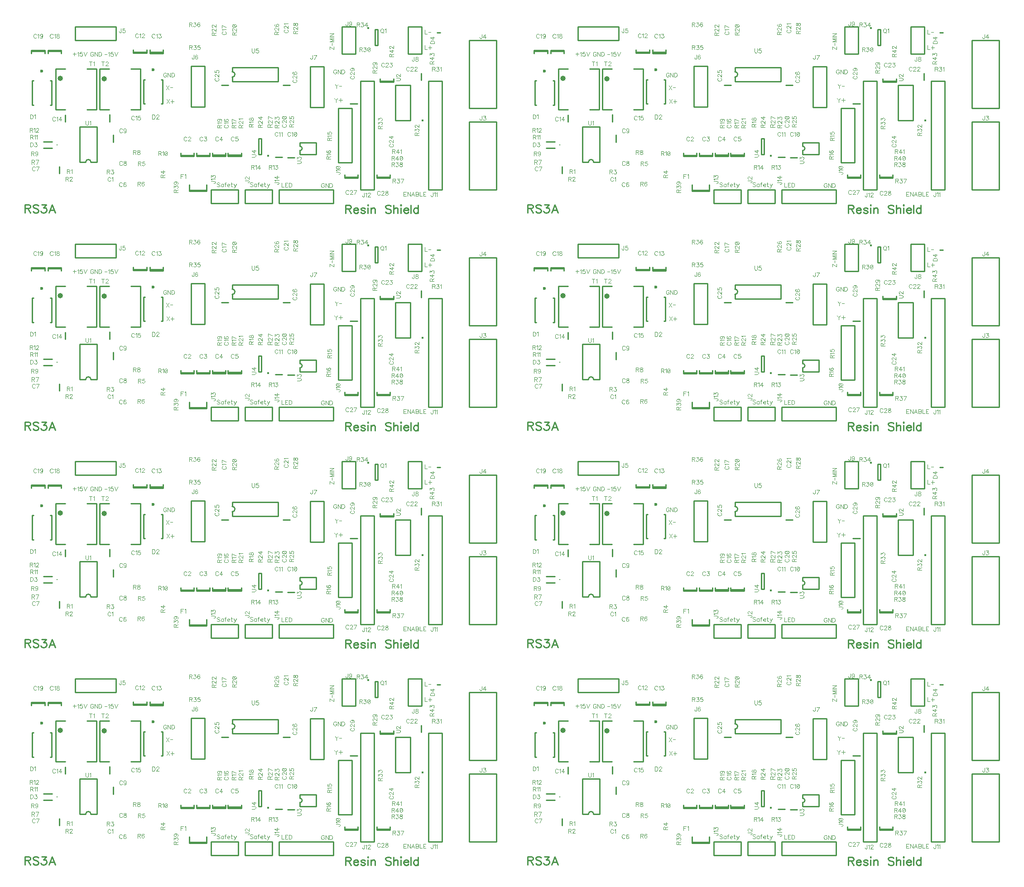
<source format=gbr>
G04 DipTrace 2.4.0.2*
%INTopSilk.gbr*%
%MOIN*%
%ADD10C,0.0098*%
%ADD24C,0.0236*%
%ADD26C,0.0094*%
%ADD32C,0.0154*%
%ADD34O,0.0393X0.0378*%
%ADD85C,0.0046*%
%ADD86C,0.0093*%
%FSLAX44Y44*%
G04*
G70*
G90*
G75*
G01*
%LNTopSilk*%
%LPD*%
X17182Y8999D2*
D10*
X16198D1*
X17182Y8925D2*
X16198D1*
X17182D2*
Y9160D1*
X16198Y8925D2*
Y9160D1*
X18354Y8999D2*
X17369D1*
X18354Y8925D2*
X17369D1*
X18354D2*
Y9160D1*
X17369Y8925D2*
Y9160D1*
X19511Y9005D2*
X18527D1*
X19511Y8931D2*
X18527D1*
X19511D2*
Y9166D1*
X18527Y8931D2*
Y9166D1*
X20663Y9005D2*
X19678D1*
X20663Y8931D2*
X19678D1*
X20663D2*
Y9166D1*
X19678Y8931D2*
Y9166D1*
X7261Y8159D2*
Y7648D1*
X11233Y9964D2*
Y10475D1*
X24586Y8822D2*
X24074D1*
X23688Y8838D2*
X23177D1*
X13698Y16594D2*
X12714D1*
X13698Y16520D2*
X12714D1*
X13698D2*
Y16755D1*
X12714Y16520D2*
Y16755D1*
X14916Y16576D2*
X13931D1*
X14916Y16502D2*
X13931D1*
X14916D2*
Y16737D1*
X13931Y16502D2*
Y16737D1*
X7713Y11446D2*
Y11958D1*
X10964Y11464D2*
Y11975D1*
X6434Y16653D2*
X7418D1*
X6434Y16727D2*
X7418D1*
X6434D2*
Y16492D1*
X7418Y16727D2*
Y16492D1*
X5214Y16657D2*
X6198D1*
X5214Y16731D2*
X6198D1*
X5214D2*
Y16496D1*
X6198Y16731D2*
Y16496D1*
X33921Y15023D2*
Y14511D1*
X31870Y14450D2*
X30885D1*
X31870Y14376D2*
X30885D1*
X31870D2*
Y14611D1*
X30885Y14376D2*
Y14611D1*
X19703Y14153D2*
X19192D1*
X24248D2*
X23737D1*
X29245Y7386D2*
X28260D1*
X29245Y7311D2*
X28260D1*
X29245D2*
Y7547D1*
X28260Y7311D2*
Y7547D1*
X31620Y7386D2*
X30635D1*
X31620Y7311D2*
X30635D1*
X31620D2*
Y7547D1*
X30635Y7311D2*
Y7547D1*
X29196Y12777D2*
X28684D1*
X6693Y14474D2*
Y12702D1*
X5276Y14474D2*
Y12702D1*
X6693D2*
X6595D1*
X6693Y14474D2*
X6595D1*
X5374Y12702D2*
X5276D1*
X5374Y14474D2*
X5276D1*
D24*
X5985Y15192D3*
X14886Y14559D2*
D10*
Y12787D1*
X13469Y14559D2*
Y12787D1*
X14886D2*
X14787D1*
X14886Y14559D2*
X14787D1*
X13567Y12787D2*
X13469D1*
X13567Y14559D2*
X13469D1*
D24*
X14177Y15277D3*
X6736Y9507D2*
D10*
X6107D1*
X6736Y9980D2*
X6107D1*
D26*
X7107Y9743D3*
X35298Y18017D2*
D10*
X35062D1*
X18094Y6416D2*
X16833D1*
X18094Y6341D2*
X16833D1*
X18094D2*
Y6814D1*
X16833Y6341D2*
X16834Y6814D1*
X20940Y6440D2*
X22940D1*
Y5440D1*
X20940D1*
Y6440D1*
X37440D2*
X39440D1*
Y11440D1*
X37440D1*
Y6440D1*
Y12440D2*
X39440D1*
Y17440D1*
X37440D1*
Y12440D1*
X8440Y18440D2*
X11440D1*
Y17440D1*
X8440D1*
Y18440D1*
X16989Y12540D2*
X17989D1*
Y15540D1*
X16989D1*
Y12540D1*
X25724Y12536D2*
X26724D1*
Y15536D1*
X25724D1*
Y12536D1*
X32940Y16440D2*
X33940D1*
Y18440D1*
X32940D1*
Y16440D1*
X28065D2*
X29065D1*
Y18440D1*
X28065D1*
Y16440D1*
X27818Y8441D2*
X28818D1*
Y12441D1*
X27818D1*
Y8441D1*
X34440Y6441D2*
X35440D1*
Y14440D1*
X34440D1*
Y6441D1*
X29440D2*
X30440D1*
Y14440D1*
X29440D1*
Y6441D1*
X18440Y6440D2*
X20440D1*
Y5440D1*
X18440D1*
Y6440D1*
X23440D2*
X27440D1*
Y5440D1*
X23440D1*
Y6440D1*
D32*
X29994Y18343D3*
X30495Y18251D2*
D10*
Y17070D1*
X30692D1*
Y18251D1*
X30495D1*
D34*
X7348Y14642D3*
X9296Y12362D2*
D10*
X10005D1*
Y15354D1*
X9296D1*
X7013D2*
Y12362D1*
X7721D1*
X7013Y15354D2*
X7721D1*
D34*
X10581Y14634D3*
X12530Y12354D2*
D10*
X13238D1*
Y15346D1*
X12530D1*
X10246D2*
Y12354D1*
X10955D1*
X10246Y15346D2*
X10955D1*
X10034Y8477D2*
Y11076D1*
X8774Y8477D2*
Y11076D1*
X10034D2*
X8774D1*
X10034Y8477D2*
X9601D1*
X9207D2*
X8774D1*
X9601D2*
G03X9207Y8477I-197J0D01*
G01*
D32*
X33992Y11552D3*
X33100Y11542D2*
D10*
Y14140D1*
X31997Y11542D2*
Y14140D1*
X33100D2*
X31997D1*
X33100Y11542D2*
X31997D1*
X24986Y9061D2*
X26167D1*
X24986Y9927D2*
X26167D1*
Y9061D2*
Y9927D1*
X24986Y9061D2*
Y9337D1*
Y9652D2*
Y9927D1*
Y9337D2*
G03X24986Y9652I0J158D01*
G01*
D32*
X22652Y8945D3*
X22151Y9037D2*
D10*
Y10218D1*
X21954D1*
Y9037D1*
X22151D1*
X19999Y14430D2*
X23385D1*
X19999Y15454D2*
X23385D1*
Y14430D2*
Y15454D1*
X19999Y14430D2*
Y14745D1*
Y15139D2*
Y15454D1*
Y14745D2*
G03X19999Y15139I0J197D01*
G01*
X11049Y7302D2*
D85*
X11034Y7330D1*
X11005Y7359D1*
X10977Y7373D1*
X10920D1*
X10891Y7359D1*
X10862Y7330D1*
X10848Y7302D1*
X10833Y7258D1*
Y7186D1*
X10848Y7144D1*
X10862Y7115D1*
X10891Y7086D1*
X10920Y7072D1*
X10977D1*
X11005Y7086D1*
X11034Y7115D1*
X11049Y7144D1*
X11141Y7315D2*
X11170Y7330D1*
X11213Y7373D1*
Y7072D1*
X16651Y10276D2*
X16637Y10305D1*
X16608Y10334D1*
X16579Y10348D1*
X16522D1*
X16493Y10334D1*
X16465Y10305D1*
X16450Y10276D1*
X16436Y10233D1*
Y10161D1*
X16450Y10119D1*
X16465Y10090D1*
X16493Y10061D1*
X16522Y10047D1*
X16579D1*
X16608Y10061D1*
X16637Y10090D1*
X16651Y10119D1*
X16758Y10276D2*
Y10290D1*
X16772Y10319D1*
X16787Y10333D1*
X16816Y10348D1*
X16873D1*
X16901Y10333D1*
X16916Y10319D1*
X16930Y10290D1*
Y10262D1*
X16916Y10233D1*
X16887Y10190D1*
X16744Y10047D1*
X16945D1*
X17822Y10276D2*
X17808Y10305D1*
X17779Y10334D1*
X17751Y10348D1*
X17693D1*
X17664Y10334D1*
X17636Y10305D1*
X17621Y10276D1*
X17607Y10233D1*
Y10161D1*
X17621Y10119D1*
X17636Y10090D1*
X17664Y10061D1*
X17693Y10047D1*
X17751D1*
X17779Y10061D1*
X17808Y10090D1*
X17822Y10119D1*
X17944Y10348D2*
X18101D1*
X18015Y10233D1*
X18058D1*
X18087Y10219D1*
X18101Y10204D1*
X18116Y10161D1*
Y10133D1*
X18101Y10090D1*
X18073Y10061D1*
X18030Y10047D1*
X17986D1*
X17944Y10061D1*
X17929Y10075D1*
X17915Y10104D1*
X18973Y10282D2*
X18958Y10311D1*
X18929Y10340D1*
X18901Y10354D1*
X18844D1*
X18815Y10340D1*
X18786Y10311D1*
X18772Y10282D1*
X18757Y10239D1*
Y10167D1*
X18772Y10124D1*
X18786Y10096D1*
X18815Y10067D1*
X18844Y10052D1*
X18901D1*
X18929Y10067D1*
X18958Y10096D1*
X18973Y10124D1*
X19209Y10052D2*
Y10354D1*
X19065Y10153D1*
X19280D1*
X20131Y10282D2*
X20117Y10311D1*
X20088Y10340D1*
X20060Y10354D1*
X20002D1*
X19973Y10340D1*
X19945Y10311D1*
X19930Y10282D1*
X19916Y10239D1*
Y10167D1*
X19930Y10124D1*
X19945Y10096D1*
X19973Y10067D1*
X20002Y10052D1*
X20060D1*
X20088Y10067D1*
X20117Y10096D1*
X20131Y10124D1*
X20396Y10354D2*
X20253D1*
X20239Y10225D1*
X20253Y10239D1*
X20296Y10253D1*
X20339D1*
X20382Y10239D1*
X20411Y10210D1*
X20425Y10167D1*
Y10139D1*
X20411Y10096D1*
X20382Y10067D1*
X20339Y10052D1*
X20296D1*
X20253Y10067D1*
X20239Y10081D1*
X20224Y10110D1*
X11900Y6918D2*
X11885Y6947D1*
X11856Y6976D1*
X11828Y6990D1*
X11771D1*
X11742Y6976D1*
X11713Y6947D1*
X11699Y6918D1*
X11684Y6875D1*
Y6803D1*
X11699Y6761D1*
X11713Y6732D1*
X11742Y6703D1*
X11771Y6689D1*
X11828D1*
X11856Y6703D1*
X11885Y6732D1*
X11900Y6761D1*
X12164Y6947D2*
X12150Y6976D1*
X12107Y6990D1*
X12078D1*
X12035Y6976D1*
X12006Y6932D1*
X11992Y6861D1*
Y6789D1*
X12006Y6732D1*
X12035Y6703D1*
X12078Y6689D1*
X12093D1*
X12135Y6703D1*
X12164Y6732D1*
X12179Y6775D1*
Y6789D1*
X12164Y6832D1*
X12135Y6861D1*
X12093Y6875D1*
X12078D1*
X12035Y6861D1*
X12006Y6832D1*
X11992Y6789D1*
X5493Y8082D2*
X5479Y8111D1*
X5450Y8140D1*
X5422Y8154D1*
X5364D1*
X5336Y8140D1*
X5307Y8111D1*
X5292Y8082D1*
X5278Y8039D1*
Y7967D1*
X5292Y7924D1*
X5307Y7896D1*
X5336Y7867D1*
X5364Y7852D1*
X5422D1*
X5450Y7867D1*
X5479Y7896D1*
X5493Y7924D1*
X5643Y7852D2*
X5787Y8154D1*
X5586D1*
X11910Y8481D2*
X11895Y8510D1*
X11867Y8538D1*
X11838Y8553D1*
X11781D1*
X11752Y8538D1*
X11723Y8510D1*
X11709Y8481D1*
X11695Y8438D1*
Y8366D1*
X11709Y8323D1*
X11723Y8294D1*
X11752Y8266D1*
X11781Y8251D1*
X11838D1*
X11867Y8266D1*
X11895Y8294D1*
X11910Y8323D1*
X12074Y8552D2*
X12031Y8538D1*
X12017Y8510D1*
Y8481D1*
X12031Y8452D1*
X12060Y8438D1*
X12117Y8423D1*
X12160Y8409D1*
X12189Y8380D1*
X12203Y8352D1*
Y8309D1*
X12189Y8280D1*
X12175Y8266D1*
X12131Y8251D1*
X12074D1*
X12031Y8266D1*
X12017Y8280D1*
X12002Y8309D1*
Y8352D1*
X12017Y8380D1*
X12046Y8409D1*
X12088Y8423D1*
X12146Y8438D1*
X12175Y8452D1*
X12189Y8481D1*
Y8510D1*
X12175Y8538D1*
X12131Y8552D1*
X12074D1*
X11910Y10883D2*
X11896Y10911D1*
X11867Y10940D1*
X11838Y10954D1*
X11781D1*
X11752Y10940D1*
X11724Y10911D1*
X11709Y10883D1*
X11695Y10840D1*
Y10768D1*
X11709Y10725D1*
X11724Y10696D1*
X11752Y10667D1*
X11781Y10653D1*
X11838D1*
X11867Y10667D1*
X11896Y10696D1*
X11910Y10725D1*
X12189Y10854D2*
X12175Y10811D1*
X12146Y10782D1*
X12103Y10768D1*
X12089D1*
X12046Y10782D1*
X12017Y10811D1*
X12003Y10854D1*
Y10868D1*
X12017Y10911D1*
X12046Y10940D1*
X12089Y10954D1*
X12103D1*
X12146Y10940D1*
X12175Y10911D1*
X12189Y10854D1*
Y10782D1*
X12175Y10710D1*
X12146Y10667D1*
X12103Y10653D1*
X12075D1*
X12031Y10667D1*
X12017Y10696D1*
X24277Y10629D2*
X24263Y10658D1*
X24234Y10687D1*
X24205Y10701D1*
X24148D1*
X24119Y10687D1*
X24091Y10658D1*
X24076Y10629D1*
X24062Y10586D1*
Y10514D1*
X24076Y10471D1*
X24091Y10442D1*
X24119Y10414D1*
X24148Y10399D1*
X24205D1*
X24234Y10414D1*
X24263Y10442D1*
X24277Y10471D1*
X24370Y10643D2*
X24398Y10658D1*
X24441Y10700D1*
Y10399D1*
X24620Y10700D2*
X24577Y10686D1*
X24548Y10643D1*
X24534Y10571D1*
Y10528D1*
X24548Y10457D1*
X24577Y10414D1*
X24620Y10399D1*
X24649D1*
X24692Y10414D1*
X24720Y10457D1*
X24735Y10528D1*
Y10571D1*
X24720Y10643D1*
X24692Y10686D1*
X24649Y10700D1*
X24620D1*
X24720Y10643D2*
X24548Y10457D1*
X23354Y10630D2*
X23339Y10658D1*
X23311Y10687D1*
X23282Y10701D1*
X23225D1*
X23196Y10687D1*
X23167Y10658D1*
X23153Y10630D1*
X23138Y10587D1*
Y10515D1*
X23153Y10472D1*
X23167Y10443D1*
X23196Y10414D1*
X23225Y10400D1*
X23282D1*
X23311Y10414D1*
X23339Y10443D1*
X23354Y10472D1*
X23446Y10644D2*
X23475Y10658D1*
X23518Y10701D1*
Y10400D1*
X23611Y10644D2*
X23640Y10658D1*
X23683Y10701D1*
Y10400D1*
X13084Y17871D2*
X13070Y17900D1*
X13041Y17929D1*
X13013Y17943D1*
X12955D1*
X12926Y17929D1*
X12898Y17900D1*
X12883Y17871D1*
X12869Y17828D1*
Y17756D1*
X12883Y17713D1*
X12898Y17684D1*
X12926Y17656D1*
X12955Y17641D1*
X13013D1*
X13041Y17656D1*
X13070Y17684D1*
X13084Y17713D1*
X13177Y17885D2*
X13206Y17900D1*
X13249Y17942D1*
Y17641D1*
X13356Y17871D2*
Y17885D1*
X13370Y17914D1*
X13385Y17928D1*
X13413Y17942D1*
X13471D1*
X13499Y17928D1*
X13514Y17914D1*
X13528Y17885D1*
Y17857D1*
X13514Y17828D1*
X13485Y17785D1*
X13341Y17641D1*
X13542D1*
X14302Y17853D2*
X14288Y17882D1*
X14259Y17911D1*
X14230Y17925D1*
X14173D1*
X14144Y17911D1*
X14116Y17882D1*
X14101Y17853D1*
X14087Y17810D1*
Y17738D1*
X14101Y17695D1*
X14116Y17667D1*
X14144Y17638D1*
X14173Y17623D1*
X14230D1*
X14259Y17638D1*
X14288Y17667D1*
X14302Y17695D1*
X14395Y17867D2*
X14424Y17882D1*
X14467Y17925D1*
Y17623D1*
X14588Y17925D2*
X14746D1*
X14660Y17810D1*
X14703D1*
X14731Y17796D1*
X14746Y17781D1*
X14760Y17738D1*
Y17710D1*
X14746Y17667D1*
X14717Y17638D1*
X14674Y17623D1*
X14631D1*
X14588Y17638D1*
X14574Y17652D1*
X14559Y17681D1*
X6979Y11743D2*
X6965Y11771D1*
X6936Y11800D1*
X6907Y11814D1*
X6850D1*
X6821Y11800D1*
X6793Y11771D1*
X6778Y11743D1*
X6764Y11700D1*
Y11628D1*
X6778Y11585D1*
X6793Y11556D1*
X6821Y11527D1*
X6850Y11513D1*
X6907D1*
X6936Y11527D1*
X6965Y11556D1*
X6979Y11585D1*
X7072Y11757D2*
X7100Y11771D1*
X7144Y11814D1*
Y11513D1*
X7380D2*
Y11814D1*
X7236Y11613D1*
X7451D1*
X12793Y11822D2*
X12779Y11850D1*
X12750Y11879D1*
X12721Y11893D1*
X12664D1*
X12635Y11879D1*
X12607Y11850D1*
X12592Y11822D1*
X12578Y11779D1*
Y11707D1*
X12592Y11664D1*
X12607Y11635D1*
X12635Y11607D1*
X12664Y11592D1*
X12721D1*
X12750Y11607D1*
X12779Y11635D1*
X12793Y11664D1*
X12886Y11836D2*
X12915Y11850D1*
X12958Y11893D1*
Y11592D1*
X13222Y11893D2*
X13079D1*
X13065Y11764D1*
X13079Y11778D1*
X13122Y11793D1*
X13165D1*
X13208Y11778D1*
X13237Y11750D1*
X13251Y11707D1*
Y11678D1*
X13237Y11635D1*
X13208Y11606D1*
X13165Y11592D1*
X13122D1*
X13079Y11606D1*
X13065Y11621D1*
X13050Y11649D1*
X19474Y11224D2*
X19445Y11210D1*
X19416Y11181D1*
X19402Y11152D1*
Y11095D1*
X19416Y11066D1*
X19445Y11038D1*
X19474Y11023D1*
X19517Y11009D1*
X19589D1*
X19632Y11023D1*
X19661Y11038D1*
X19689Y11066D1*
X19704Y11095D1*
Y11152D1*
X19689Y11181D1*
X19661Y11210D1*
X19632Y11224D1*
X19460Y11317D2*
X19445Y11346D1*
X19403Y11389D1*
X19704D1*
X19445Y11653D2*
X19417Y11639D1*
X19403Y11596D1*
Y11567D1*
X19417Y11524D1*
X19460Y11496D1*
X19532Y11481D1*
X19603D1*
X19661Y11496D1*
X19689Y11524D1*
X19704Y11567D1*
Y11582D1*
X19689Y11625D1*
X19661Y11653D1*
X19617Y11668D1*
X19603D1*
X19560Y11653D1*
X19532Y11625D1*
X19517Y11582D1*
Y11567D1*
X19532Y11524D1*
X19560Y11496D1*
X19603Y11481D1*
X19315Y18092D2*
X19287Y18078D1*
X19258Y18049D1*
X19244Y18021D1*
Y17963D1*
X19258Y17934D1*
X19287Y17906D1*
X19315Y17891D1*
X19358Y17877D1*
X19430D1*
X19473Y17891D1*
X19502Y17906D1*
X19531Y17934D1*
X19545Y17963D1*
Y18021D1*
X19531Y18049D1*
X19502Y18078D1*
X19473Y18092D1*
X19301Y18185D2*
X19287Y18214D1*
X19244Y18257D1*
X19545D1*
Y18407D2*
X19244Y18550D1*
Y18350D1*
X6805Y17843D2*
X6790Y17872D1*
X6761Y17901D1*
X6733Y17915D1*
X6676D1*
X6647Y17901D1*
X6618Y17872D1*
X6604Y17843D1*
X6589Y17800D1*
Y17728D1*
X6604Y17686D1*
X6618Y17657D1*
X6647Y17628D1*
X6676Y17614D1*
X6733D1*
X6761Y17628D1*
X6790Y17657D1*
X6805Y17686D1*
X6897Y17857D2*
X6926Y17872D1*
X6969Y17915D1*
Y17614D1*
X7133Y17915D2*
X7091Y17900D1*
X7076Y17872D1*
Y17843D1*
X7091Y17815D1*
X7119Y17800D1*
X7177Y17786D1*
X7220Y17771D1*
X7248Y17743D1*
X7262Y17714D1*
Y17671D1*
X7248Y17642D1*
X7234Y17628D1*
X7191Y17614D1*
X7133D1*
X7091Y17628D1*
X7076Y17642D1*
X7062Y17671D1*
Y17714D1*
X7076Y17743D1*
X7105Y17771D1*
X7148Y17786D1*
X7205Y17800D1*
X7234Y17815D1*
X7248Y17843D1*
Y17872D1*
X7234Y17900D1*
X7191Y17915D1*
X7133D1*
X5592Y17848D2*
X5578Y17876D1*
X5549Y17905D1*
X5520Y17919D1*
X5463D1*
X5434Y17905D1*
X5405Y17876D1*
X5391Y17848D1*
X5377Y17804D1*
Y17732D1*
X5391Y17690D1*
X5405Y17661D1*
X5434Y17632D1*
X5463Y17618D1*
X5520D1*
X5549Y17632D1*
X5578Y17661D1*
X5592Y17690D1*
X5684Y17861D2*
X5713Y17876D1*
X5756Y17919D1*
Y17618D1*
X6036Y17819D2*
X6021Y17776D1*
X5993Y17747D1*
X5950Y17732D1*
X5935D1*
X5892Y17747D1*
X5864Y17776D1*
X5849Y17819D1*
Y17833D1*
X5864Y17876D1*
X5892Y17905D1*
X5935Y17919D1*
X5950D1*
X5993Y17905D1*
X6021Y17876D1*
X6036Y17819D1*
Y17747D1*
X6021Y17675D1*
X5993Y17632D1*
X5950Y17618D1*
X5921D1*
X5878Y17632D1*
X5864Y17661D1*
X23745Y11277D2*
X23716Y11263D1*
X23687Y11234D1*
X23673Y11206D1*
Y11148D1*
X23687Y11119D1*
X23716Y11091D1*
X23745Y11076D1*
X23788Y11062D1*
X23860D1*
X23902Y11076D1*
X23931Y11091D1*
X23960Y11119D1*
X23974Y11148D1*
Y11206D1*
X23960Y11234D1*
X23931Y11263D1*
X23902Y11277D1*
X23745Y11384D2*
X23731D1*
X23702Y11399D1*
X23687Y11413D1*
X23673Y11442D1*
Y11499D1*
X23687Y11528D1*
X23702Y11542D1*
X23731Y11557D1*
X23759D1*
X23788Y11542D1*
X23831Y11513D1*
X23974Y11370D1*
Y11571D1*
X23673Y11750D2*
X23687Y11707D1*
X23731Y11678D1*
X23802Y11663D1*
X23845D1*
X23917Y11678D1*
X23960Y11707D1*
X23974Y11750D1*
Y11778D1*
X23960Y11821D1*
X23917Y11850D1*
X23845Y11864D1*
X23802D1*
X23731Y11850D1*
X23687Y11821D1*
X23673Y11778D1*
Y11750D1*
X23731Y11850D2*
X23917Y11678D1*
X23878Y18236D2*
X23850Y18221D1*
X23821Y18192D1*
X23807Y18164D1*
Y18107D1*
X23821Y18078D1*
X23850Y18049D1*
X23878Y18035D1*
X23921Y18020D1*
X23993D1*
X24036Y18035D1*
X24065Y18049D1*
X24093Y18078D1*
X24108Y18107D1*
Y18164D1*
X24093Y18192D1*
X24065Y18221D1*
X24036Y18236D1*
X23879Y18343D2*
X23864D1*
X23835Y18357D1*
X23821Y18371D1*
X23807Y18400D1*
Y18458D1*
X23821Y18486D1*
X23835Y18500D1*
X23864Y18515D1*
X23893D1*
X23922Y18500D1*
X23964Y18472D1*
X24108Y18328D1*
Y18529D1*
X23864Y18622D2*
X23850Y18651D1*
X23807Y18694D1*
X24108D1*
X33026Y15430D2*
X33012Y15458D1*
X32983Y15487D1*
X32954Y15502D1*
X32897D1*
X32868Y15487D1*
X32840Y15458D1*
X32825Y15430D1*
X32811Y15387D1*
Y15315D1*
X32825Y15272D1*
X32840Y15243D1*
X32868Y15215D1*
X32897Y15200D1*
X32954D1*
X32983Y15215D1*
X33012Y15243D1*
X33026Y15272D1*
X33133Y15430D2*
Y15444D1*
X33147Y15473D1*
X33162Y15487D1*
X33191Y15501D1*
X33248D1*
X33276Y15487D1*
X33291Y15473D1*
X33305Y15444D1*
Y15415D1*
X33291Y15386D1*
X33262Y15344D1*
X33119Y15200D1*
X33320D1*
X33427Y15430D2*
Y15444D1*
X33441Y15473D1*
X33455Y15487D1*
X33484Y15501D1*
X33541D1*
X33570Y15487D1*
X33584Y15473D1*
X33599Y15444D1*
Y15415D1*
X33584Y15386D1*
X33556Y15344D1*
X33412Y15200D1*
X33613D1*
X31192Y15727D2*
X31178Y15756D1*
X31149Y15784D1*
X31120Y15799D1*
X31063D1*
X31034Y15784D1*
X31005Y15756D1*
X30991Y15727D1*
X30977Y15684D1*
Y15612D1*
X30991Y15569D1*
X31005Y15540D1*
X31034Y15512D1*
X31063Y15497D1*
X31120D1*
X31149Y15512D1*
X31178Y15540D1*
X31192Y15569D1*
X31299Y15727D2*
Y15741D1*
X31313Y15770D1*
X31328Y15784D1*
X31356Y15798D1*
X31414D1*
X31442Y15784D1*
X31457Y15770D1*
X31471Y15741D1*
Y15713D1*
X31457Y15684D1*
X31428Y15641D1*
X31284Y15497D1*
X31485D1*
X31607Y15798D2*
X31764D1*
X31678Y15684D1*
X31722D1*
X31750Y15669D1*
X31764Y15655D1*
X31779Y15612D1*
Y15584D1*
X31764Y15540D1*
X31736Y15512D1*
X31693Y15497D1*
X31650D1*
X31607Y15512D1*
X31593Y15526D1*
X31578Y15555D1*
X31626Y9823D2*
X31598Y9808D1*
X31569Y9780D1*
X31554Y9751D1*
Y9694D1*
X31569Y9665D1*
X31598Y9636D1*
X31626Y9622D1*
X31669Y9608D1*
X31741D1*
X31784Y9622D1*
X31813Y9636D1*
X31841Y9665D1*
X31856Y9694D1*
Y9751D1*
X31841Y9780D1*
X31813Y9808D1*
X31784Y9823D1*
X31626Y9930D2*
X31612D1*
X31583Y9944D1*
X31569Y9958D1*
X31555Y9987D1*
Y10045D1*
X31569Y10073D1*
X31583Y10087D1*
X31612Y10102D1*
X31641D1*
X31670Y10087D1*
X31712Y10059D1*
X31856Y9915D1*
Y10116D1*
Y10353D2*
X31555D1*
X31755Y10209D1*
Y10424D1*
X18784Y14675D2*
X18756Y14661D1*
X18727Y14632D1*
X18713Y14604D1*
Y14546D1*
X18727Y14518D1*
X18756Y14489D1*
X18784Y14474D1*
X18827Y14460D1*
X18899D1*
X18942Y14474D1*
X18971Y14489D1*
X18999Y14518D1*
X19014Y14546D1*
Y14604D1*
X18999Y14632D1*
X18971Y14661D1*
X18942Y14675D1*
X18785Y14783D2*
X18770D1*
X18741Y14797D1*
X18727Y14811D1*
X18713Y14840D1*
Y14897D1*
X18727Y14926D1*
X18741Y14940D1*
X18770Y14955D1*
X18799D1*
X18828Y14940D1*
X18870Y14912D1*
X19014Y14768D1*
Y14969D1*
X18713Y15234D2*
Y15091D1*
X18842Y15076D1*
X18828Y15091D1*
X18813Y15134D1*
Y15176D1*
X18828Y15220D1*
X18856Y15248D1*
X18899Y15263D1*
X18928D1*
X18971Y15248D1*
X19000Y15220D1*
X19014Y15176D1*
Y15134D1*
X19000Y15091D1*
X18985Y15076D1*
X18957Y15062D1*
X24523Y14565D2*
X24494Y14550D1*
X24465Y14521D1*
X24451Y14493D1*
Y14436D1*
X24465Y14407D1*
X24494Y14378D1*
X24523Y14364D1*
X24566Y14349D1*
X24638D1*
X24680Y14364D1*
X24709Y14378D1*
X24738Y14407D1*
X24752Y14436D1*
Y14493D1*
X24738Y14521D1*
X24709Y14550D1*
X24680Y14565D1*
X24523Y14672D2*
X24509D1*
X24480Y14686D1*
X24465Y14700D1*
X24451Y14729D1*
Y14787D1*
X24465Y14815D1*
X24480Y14829D1*
X24509Y14844D1*
X24537D1*
X24566Y14829D1*
X24609Y14801D1*
X24752Y14657D1*
Y14858D1*
X24494Y15123D2*
X24465Y15109D1*
X24451Y15066D1*
Y15037D1*
X24465Y14994D1*
X24509Y14965D1*
X24580Y14951D1*
X24652D1*
X24709Y14965D1*
X24738Y14994D1*
X24752Y15037D1*
Y15051D1*
X24738Y15094D1*
X24709Y15123D1*
X24666Y15137D1*
X24652D1*
X24609Y15123D1*
X24580Y15094D1*
X24566Y15051D1*
Y15037D1*
X24580Y14994D1*
X24609Y14965D1*
X24652Y14951D1*
X28567Y6350D2*
X28552Y6378D1*
X28524Y6407D1*
X28495Y6422D1*
X28438D1*
X28409Y6407D1*
X28380Y6378D1*
X28366Y6350D1*
X28351Y6307D1*
Y6235D1*
X28366Y6192D1*
X28380Y6163D1*
X28409Y6135D1*
X28438Y6120D1*
X28495D1*
X28524Y6135D1*
X28552Y6163D1*
X28567Y6192D1*
X28674Y6350D2*
Y6364D1*
X28688Y6393D1*
X28702Y6407D1*
X28731Y6421D1*
X28789D1*
X28817Y6407D1*
X28831Y6393D1*
X28846Y6364D1*
Y6335D1*
X28831Y6307D1*
X28803Y6264D1*
X28659Y6120D1*
X28860D1*
X29010D2*
X29154Y6421D1*
X28953D1*
X30879Y6287D2*
X30865Y6316D1*
X30836Y6345D1*
X30808Y6359D1*
X30750D1*
X30721Y6345D1*
X30693Y6316D1*
X30678Y6287D1*
X30664Y6244D1*
Y6172D1*
X30678Y6130D1*
X30693Y6101D1*
X30721Y6072D1*
X30750Y6058D1*
X30808D1*
X30836Y6072D1*
X30865Y6101D1*
X30879Y6130D1*
X30987Y6287D2*
Y6301D1*
X31001Y6330D1*
X31015Y6344D1*
X31044Y6359D1*
X31101D1*
X31130Y6344D1*
X31144Y6330D1*
X31159Y6301D1*
Y6273D1*
X31144Y6244D1*
X31116Y6201D1*
X30972Y6058D1*
X31173D1*
X31337Y6359D2*
X31294Y6344D1*
X31280Y6316D1*
Y6287D1*
X31294Y6259D1*
X31323Y6244D1*
X31380Y6230D1*
X31423Y6215D1*
X31452Y6187D1*
X31466Y6158D1*
Y6115D1*
X31452Y6086D1*
X31438Y6072D1*
X31395Y6058D1*
X31337D1*
X31294Y6072D1*
X31280Y6086D1*
X31266Y6115D1*
Y6158D1*
X31280Y6187D1*
X31309Y6215D1*
X31351Y6230D1*
X31409Y6244D1*
X31438Y6259D1*
X31452Y6287D1*
Y6316D1*
X31438Y6344D1*
X31395Y6359D1*
X31337D1*
X28759Y14830D2*
X28731Y14816D1*
X28702Y14787D1*
X28687Y14758D1*
Y14701D1*
X28702Y14672D1*
X28731Y14643D1*
X28759Y14629D1*
X28802Y14615D1*
X28874D1*
X28917Y14629D1*
X28946Y14643D1*
X28974Y14672D1*
X28989Y14701D1*
Y14758D1*
X28974Y14787D1*
X28946Y14816D1*
X28917Y14830D1*
X28759Y14937D2*
X28745D1*
X28716Y14951D1*
X28702Y14966D1*
X28688Y14994D1*
Y15052D1*
X28702Y15080D1*
X28716Y15095D1*
X28745Y15109D1*
X28774D1*
X28803Y15095D1*
X28845Y15066D1*
X28989Y14922D1*
Y15123D1*
X28788Y15403D2*
X28831Y15388D1*
X28860Y15360D1*
X28874Y15317D1*
Y15302D1*
X28860Y15259D1*
X28831Y15231D1*
X28788Y15216D1*
X28774D1*
X28731Y15231D1*
X28702Y15259D1*
X28688Y15302D1*
Y15317D1*
X28702Y15360D1*
X28731Y15388D1*
X28788Y15403D1*
X28860D1*
X28932Y15388D1*
X28975Y15360D1*
X28989Y15317D1*
Y15288D1*
X28975Y15245D1*
X28946Y15231D1*
X5127Y11980D2*
Y11679D1*
X5227D1*
X5271Y11694D1*
X5299Y11722D1*
X5314Y11751D1*
X5328Y11794D1*
Y11866D1*
X5314Y11909D1*
X5299Y11937D1*
X5271Y11966D1*
X5227Y11980D1*
X5127D1*
X5421Y11923D2*
X5449Y11937D1*
X5493Y11980D1*
Y11679D1*
X14114Y11970D2*
Y11669D1*
X14215D1*
X14258Y11683D1*
X14287Y11712D1*
X14301Y11741D1*
X14315Y11783D1*
Y11855D1*
X14301Y11898D1*
X14287Y11927D1*
X14258Y11956D1*
X14215Y11970D1*
X14114D1*
X14422Y11898D2*
Y11912D1*
X14437Y11941D1*
X14451Y11955D1*
X14480Y11970D1*
X14537D1*
X14566Y11955D1*
X14580Y11941D1*
X14595Y11912D1*
Y11884D1*
X14580Y11855D1*
X14551Y11812D1*
X14408Y11669D1*
X14609D1*
X5141Y9935D2*
Y9633D1*
X5241D1*
X5285Y9648D1*
X5313Y9677D1*
X5328Y9705D1*
X5342Y9748D1*
Y9820D1*
X5328Y9863D1*
X5313Y9892D1*
X5285Y9921D1*
X5241Y9935D1*
X5141D1*
X5463D2*
X5621D1*
X5535Y9820D1*
X5578D1*
X5607Y9806D1*
X5621Y9791D1*
X5635Y9748D1*
Y9720D1*
X5621Y9677D1*
X5592Y9648D1*
X5549Y9633D1*
X5506D1*
X5463Y9648D1*
X5449Y9662D1*
X5435Y9691D1*
X34583Y17225D2*
X34885D1*
Y17326D1*
X34870Y17369D1*
X34842Y17398D1*
X34813Y17412D1*
X34770Y17426D1*
X34698D1*
X34655Y17412D1*
X34627Y17398D1*
X34598Y17369D1*
X34583Y17326D1*
Y17225D1*
X34885Y17662D2*
X34584D1*
X34784Y17519D1*
Y17734D1*
X16402Y7598D2*
X16215D1*
Y7297D1*
Y7454D2*
X16330D1*
X16495Y7540D2*
X16523Y7555D1*
X16567Y7598D1*
Y7297D1*
X20947Y7128D2*
X21177D1*
X21220Y7114D1*
X21234Y7100D1*
X21249Y7071D1*
Y7042D1*
X21234Y7014D1*
X21220Y6999D1*
X21177Y6985D1*
X21148D1*
X21019Y7236D2*
X21005D1*
X20976Y7250D1*
X20962Y7264D1*
X20948Y7293D1*
Y7350D1*
X20962Y7379D1*
X20976Y7393D1*
X21005Y7408D1*
X21033D1*
X21062Y7393D1*
X21105Y7365D1*
X21249Y7221D1*
Y7422D1*
X38365Y11879D2*
Y11650D1*
X38351Y11607D1*
X38336Y11593D1*
X38308Y11578D1*
X38279D1*
X38250Y11593D1*
X38236Y11607D1*
X38222Y11650D1*
Y11679D1*
X38487Y11879D2*
X38644D1*
X38558Y11764D1*
X38601D1*
X38630Y11750D1*
X38644Y11736D1*
X38659Y11693D1*
Y11664D1*
X38644Y11621D1*
X38616Y11592D1*
X38573Y11578D1*
X38529D1*
X38487Y11592D1*
X38472Y11607D1*
X38458Y11635D1*
X38358Y17879D2*
Y17650D1*
X38344Y17607D1*
X38329Y17593D1*
X38301Y17578D1*
X38272D1*
X38243Y17593D1*
X38229Y17607D1*
X38214Y17650D1*
Y17679D1*
X38594Y17578D2*
Y17879D1*
X38451Y17679D1*
X38666D1*
X11821Y18318D2*
Y18089D1*
X11807Y18046D1*
X11792Y18032D1*
X11763Y18017D1*
X11735D1*
X11706Y18032D1*
X11692Y18046D1*
X11677Y18089D1*
Y18118D1*
X12086Y18318D2*
X11942D1*
X11928Y18189D1*
X11942Y18203D1*
X11985Y18218D1*
X12028D1*
X12071Y18203D1*
X12100Y18175D1*
X12114Y18132D1*
Y18103D1*
X12100Y18060D1*
X12071Y18031D1*
X12028Y18017D1*
X11985D1*
X11942Y18031D1*
X11928Y18046D1*
X11913Y18074D1*
X17171Y16373D2*
Y16144D1*
X17157Y16100D1*
X17142Y16086D1*
X17114Y16072D1*
X17085D1*
X17056Y16086D1*
X17042Y16100D1*
X17028Y16144D1*
Y16172D1*
X17436Y16330D2*
X17422Y16358D1*
X17379Y16373D1*
X17350D1*
X17307Y16358D1*
X17278Y16315D1*
X17264Y16244D1*
Y16172D1*
X17278Y16115D1*
X17307Y16086D1*
X17350Y16072D1*
X17364D1*
X17407Y16086D1*
X17436Y16115D1*
X17450Y16158D1*
Y16172D1*
X17436Y16215D1*
X17407Y16244D1*
X17364Y16258D1*
X17350D1*
X17307Y16244D1*
X17278Y16215D1*
X17264Y16172D1*
X25899Y16369D2*
Y16140D1*
X25885Y16097D1*
X25870Y16082D1*
X25842Y16068D1*
X25813D1*
X25784Y16082D1*
X25770Y16097D1*
X25755Y16140D1*
Y16168D1*
X26049Y16068D2*
X26192Y16369D1*
X25992D1*
X33384Y16218D2*
Y15988D1*
X33369Y15945D1*
X33355Y15931D1*
X33326Y15916D1*
X33297D1*
X33269Y15931D1*
X33255Y15945D1*
X33240Y15988D1*
Y16017D1*
X33548Y16217D2*
X33505Y16203D1*
X33490Y16174D1*
Y16146D1*
X33505Y16117D1*
X33534Y16102D1*
X33591Y16088D1*
X33634Y16074D1*
X33663Y16045D1*
X33677Y16017D1*
Y15973D1*
X33663Y15945D1*
X33648Y15930D1*
X33605Y15916D1*
X33548D1*
X33505Y15930D1*
X33490Y15945D1*
X33476Y15973D1*
Y16017D1*
X33490Y16045D1*
X33519Y16074D1*
X33562Y16088D1*
X33619Y16102D1*
X33648Y16117D1*
X33663Y16146D1*
Y16174D1*
X33648Y16203D1*
X33605Y16217D1*
X33548D1*
X28497Y18836D2*
Y18606D1*
X28483Y18563D1*
X28468Y18549D1*
X28440Y18534D1*
X28411D1*
X28383Y18549D1*
X28368Y18563D1*
X28354Y18606D1*
Y18635D1*
X28777Y18735D2*
X28762Y18692D1*
X28734Y18663D1*
X28690Y18649D1*
X28676D1*
X28633Y18663D1*
X28605Y18692D1*
X28590Y18735D1*
Y18749D1*
X28605Y18793D1*
X28633Y18821D1*
X28676Y18835D1*
X28690D1*
X28734Y18821D1*
X28762Y18793D1*
X28777Y18735D1*
Y18663D1*
X28762Y18592D1*
X28734Y18548D1*
X28690Y18534D1*
X28662D1*
X28619Y18548D1*
X28605Y18577D1*
X27636Y7741D2*
X27865D1*
X27908Y7727D1*
X27923Y7712D1*
X27937Y7684D1*
Y7655D1*
X27923Y7626D1*
X27908Y7612D1*
X27865Y7598D1*
X27837D1*
X27693Y7834D2*
X27679Y7863D1*
X27636Y7906D1*
X27937D1*
X27636Y8085D2*
X27650Y8042D1*
X27693Y8013D1*
X27765Y7998D1*
X27808D1*
X27880Y8013D1*
X27923Y8042D1*
X27937Y8085D1*
Y8113D1*
X27923Y8156D1*
X27880Y8185D1*
X27808Y8199D1*
X27765D1*
X27693Y8185D1*
X27650Y8156D1*
X27636Y8113D1*
Y8085D1*
X27693Y8185D2*
X27880Y8013D1*
X34760Y6256D2*
Y6026D1*
X34746Y5983D1*
X34731Y5969D1*
X34703Y5955D1*
X34674D1*
X34646Y5969D1*
X34631Y5983D1*
X34617Y6026D1*
Y6055D1*
X34853Y6198D2*
X34882Y6213D1*
X34925Y6256D1*
Y5955D1*
X35017Y6198D2*
X35046Y6213D1*
X35089Y6256D1*
Y5955D1*
X29717Y6235D2*
Y6006D1*
X29703Y5962D1*
X29688Y5948D1*
X29660Y5934D1*
X29631D1*
X29602Y5948D1*
X29588Y5962D1*
X29573Y6006D1*
Y6034D1*
X29810Y6177D2*
X29838Y6192D1*
X29882Y6235D1*
Y5934D1*
X29989Y6163D2*
Y6177D1*
X30003Y6206D1*
X30017Y6220D1*
X30046Y6235D1*
X30103D1*
X30132Y6220D1*
X30146Y6206D1*
X30161Y6177D1*
Y6149D1*
X30146Y6120D1*
X30118Y6077D1*
X29974Y5934D1*
X30175D1*
X18443Y7077D2*
X18672D1*
X18715Y7063D1*
X18730Y7048D1*
X18744Y7020D1*
Y6991D1*
X18730Y6963D1*
X18715Y6948D1*
X18672Y6934D1*
X18644D1*
X18501Y7170D2*
X18486Y7199D1*
X18443Y7242D1*
X18744D1*
X18443Y7363D2*
Y7521D1*
X18558Y7435D1*
Y7478D1*
X18572Y7507D1*
X18586Y7521D1*
X18630Y7536D1*
X18658D1*
X18701Y7521D1*
X18730Y7492D1*
X18744Y7449D1*
Y7406D1*
X18730Y7363D1*
X18715Y7349D1*
X18687Y7335D1*
X23122Y7000D2*
X23352D1*
X23395Y6985D1*
X23409Y6971D1*
X23424Y6942D1*
Y6913D1*
X23409Y6885D1*
X23395Y6871D1*
X23352Y6856D1*
X23323D1*
X23180Y7092D2*
X23165Y7121D1*
X23123Y7164D1*
X23424D1*
Y7400D2*
X23123D1*
X23323Y7257D1*
Y7472D1*
X30995Y18310D2*
X30967Y18296D1*
X30938Y18267D1*
X30924Y18238D1*
X30909Y18195D1*
Y18123D1*
X30924Y18080D1*
X30938Y18052D1*
X30967Y18023D1*
X30995Y18009D1*
X31053D1*
X31081Y18023D1*
X31110Y18052D1*
X31124Y18080D1*
X31139Y18123D1*
Y18195D1*
X31124Y18238D1*
X31110Y18267D1*
X31081Y18296D1*
X31053Y18310D1*
X30995D1*
X31038Y18066D2*
X31124Y17980D1*
X31231Y18252D2*
X31260Y18267D1*
X31303Y18309D1*
Y18008D1*
X7835Y7805D2*
X7964D1*
X8007Y7820D1*
X8021Y7834D1*
X8036Y7863D1*
Y7891D1*
X8021Y7920D1*
X8007Y7934D1*
X7964Y7949D1*
X7835D1*
Y7647D1*
X7935Y7805D2*
X8036Y7647D1*
X8128Y7891D2*
X8157Y7906D1*
X8200Y7948D1*
Y7647D1*
X7742Y7253D2*
X7871D1*
X7914Y7268D1*
X7929Y7282D1*
X7943Y7311D1*
Y7340D1*
X7929Y7368D1*
X7914Y7383D1*
X7871Y7397D1*
X7742D1*
Y7096D1*
X7843Y7253D2*
X7943Y7096D1*
X8050Y7325D2*
Y7339D1*
X8064Y7368D1*
X8079Y7382D1*
X8108Y7397D1*
X8165D1*
X8193Y7382D1*
X8208Y7368D1*
X8222Y7339D1*
Y7311D1*
X8208Y7282D1*
X8179Y7239D1*
X8036Y7096D1*
X8237D1*
X10776Y7775D2*
X10905D1*
X10948Y7790D1*
X10963Y7804D1*
X10977Y7833D1*
Y7862D1*
X10963Y7890D1*
X10948Y7905D1*
X10905Y7919D1*
X10776D1*
Y7618D1*
X10877Y7775D2*
X10977Y7618D1*
X11099Y7919D2*
X11256D1*
X11170Y7804D1*
X11213D1*
X11242Y7790D1*
X11256Y7775D1*
X11271Y7732D1*
Y7704D1*
X11256Y7661D1*
X11228Y7632D1*
X11185Y7618D1*
X11141D1*
X11099Y7632D1*
X11084Y7646D1*
X11070Y7675D1*
X14872Y7361D2*
Y7490D1*
X14857Y7533D1*
X14843Y7548D1*
X14814Y7562D1*
X14785D1*
X14757Y7548D1*
X14742Y7533D1*
X14728Y7490D1*
Y7361D1*
X15030D1*
X14872Y7462D2*
X15030Y7562D1*
Y7798D2*
X14728D1*
X14929Y7655D1*
Y7870D1*
X13070Y8393D2*
X13199D1*
X13242Y8407D1*
X13256Y8421D1*
X13271Y8450D1*
Y8479D1*
X13256Y8507D1*
X13242Y8522D1*
X13199Y8536D1*
X13070D1*
Y8235D1*
X13170Y8393D2*
X13271Y8235D1*
X13536Y8536D2*
X13392D1*
X13378Y8407D1*
X13392Y8421D1*
X13435Y8436D1*
X13478D1*
X13521Y8421D1*
X13550Y8393D1*
X13564Y8350D1*
Y8321D1*
X13550Y8278D1*
X13521Y8249D1*
X13478Y8235D1*
X13435D1*
X13392Y8249D1*
X13378Y8264D1*
X13363Y8292D1*
X13040Y6890D2*
X13169D1*
X13212Y6905D1*
X13226Y6919D1*
X13241Y6948D1*
Y6977D1*
X13226Y7005D1*
X13212Y7020D1*
X13169Y7034D1*
X13040D1*
Y6733D1*
X13140Y6890D2*
X13241Y6733D1*
X13505Y6991D2*
X13491Y7019D1*
X13448Y7034D1*
X13420D1*
X13376Y7019D1*
X13348Y6976D1*
X13333Y6905D1*
Y6833D1*
X13348Y6776D1*
X13376Y6747D1*
X13420Y6733D1*
X13434D1*
X13477Y6747D1*
X13505Y6776D1*
X13520Y6819D1*
Y6833D1*
X13505Y6876D1*
X13477Y6905D1*
X13434Y6919D1*
X13420D1*
X13376Y6905D1*
X13348Y6876D1*
X13333Y6833D1*
X5241Y8493D2*
X5370D1*
X5413Y8508D1*
X5428Y8522D1*
X5442Y8551D1*
Y8580D1*
X5428Y8608D1*
X5413Y8623D1*
X5370Y8637D1*
X5241D1*
Y8335D1*
X5341Y8493D2*
X5442Y8335D1*
X5592D2*
X5735Y8637D1*
X5534D1*
X12711Y9210D2*
X12840D1*
X12883Y9225D1*
X12897Y9239D1*
X12911Y9268D1*
Y9297D1*
X12897Y9325D1*
X12883Y9340D1*
X12840Y9354D1*
X12711D1*
Y9053D1*
X12811Y9210D2*
X12911Y9053D1*
X13076Y9354D2*
X13033Y9339D1*
X13018Y9311D1*
Y9282D1*
X13033Y9254D1*
X13062Y9239D1*
X13119Y9225D1*
X13162Y9210D1*
X13191Y9182D1*
X13205Y9153D1*
Y9110D1*
X13191Y9081D1*
X13176Y9067D1*
X13133Y9053D1*
X13076D1*
X13033Y9067D1*
X13018Y9081D1*
X13004Y9110D1*
Y9153D1*
X13018Y9182D1*
X13047Y9210D1*
X13090Y9225D1*
X13147Y9239D1*
X13176Y9254D1*
X13191Y9282D1*
Y9311D1*
X13176Y9339D1*
X13133Y9354D1*
X13076D1*
X5208Y9113D2*
X5337D1*
X5380Y9128D1*
X5395Y9142D1*
X5409Y9171D1*
Y9199D1*
X5395Y9228D1*
X5380Y9243D1*
X5337Y9257D1*
X5208D1*
Y8955D1*
X5308Y9113D2*
X5409Y8955D1*
X5688Y9156D2*
X5674Y9113D1*
X5645Y9084D1*
X5602Y9070D1*
X5588D1*
X5545Y9084D1*
X5516Y9113D1*
X5502Y9156D1*
Y9171D1*
X5516Y9214D1*
X5545Y9242D1*
X5588Y9256D1*
X5602D1*
X5645Y9242D1*
X5674Y9214D1*
X5688Y9156D1*
Y9084D1*
X5674Y9013D1*
X5645Y8970D1*
X5602Y8955D1*
X5574D1*
X5530Y8970D1*
X5516Y8998D1*
X14560Y9128D2*
X14689D1*
X14732Y9143D1*
X14747Y9157D1*
X14761Y9186D1*
Y9215D1*
X14747Y9243D1*
X14732Y9258D1*
X14689Y9272D1*
X14560D1*
Y8971D1*
X14660Y9128D2*
X14761Y8971D1*
X14854Y9214D2*
X14882Y9229D1*
X14925Y9272D1*
Y8971D1*
X15104Y9272D2*
X15061Y9257D1*
X15032Y9214D1*
X15018Y9143D1*
Y9100D1*
X15032Y9028D1*
X15061Y8985D1*
X15104Y8971D1*
X15133D1*
X15176Y8985D1*
X15204Y9028D1*
X15219Y9100D1*
Y9143D1*
X15204Y9214D1*
X15176Y9257D1*
X15133Y9272D1*
X15104D1*
X15204Y9214D2*
X15032Y9028D1*
X5125Y10328D2*
X5254D1*
X5297Y10343D1*
X5312Y10357D1*
X5326Y10386D1*
Y10415D1*
X5312Y10443D1*
X5297Y10458D1*
X5254Y10472D1*
X5125D1*
Y10170D1*
X5226Y10328D2*
X5326Y10170D1*
X5419Y10414D2*
X5448Y10429D1*
X5491Y10472D1*
Y10170D1*
X5583Y10414D2*
X5612Y10429D1*
X5655Y10472D1*
Y10170D1*
X5092Y10846D2*
X5221D1*
X5264Y10860D1*
X5279Y10875D1*
X5293Y10903D1*
Y10932D1*
X5279Y10960D1*
X5264Y10975D1*
X5221Y10989D1*
X5092D1*
Y10688D1*
X5193Y10846D2*
X5293Y10688D1*
X5386Y10932D2*
X5414Y10946D1*
X5458Y10989D1*
Y10688D1*
X5565Y10917D2*
Y10932D1*
X5579Y10960D1*
X5593Y10975D1*
X5622Y10989D1*
X5680D1*
X5708Y10975D1*
X5722Y10960D1*
X5737Y10932D1*
Y10903D1*
X5722Y10874D1*
X5694Y10831D1*
X5550Y10688D1*
X5751D1*
X22695Y8120D2*
X22824D1*
X22867Y8135D1*
X22882Y8149D1*
X22896Y8178D1*
Y8206D1*
X22882Y8235D1*
X22867Y8250D1*
X22824Y8264D1*
X22695D1*
Y7962D1*
X22796Y8120D2*
X22896Y7962D1*
X22989Y8206D2*
X23018Y8221D1*
X23061Y8263D1*
Y7962D1*
X23182Y8263D2*
X23340D1*
X23254Y8149D1*
X23297D1*
X23325Y8134D1*
X23340Y8120D1*
X23354Y8077D1*
Y8049D1*
X23340Y8005D1*
X23311Y7977D1*
X23268Y7962D1*
X23225D1*
X23182Y7977D1*
X23168Y7991D1*
X23153Y8020D1*
X21394Y8120D2*
X21523D1*
X21566Y8135D1*
X21580Y8149D1*
X21595Y8178D1*
Y8206D1*
X21580Y8235D1*
X21566Y8250D1*
X21523Y8264D1*
X21394D1*
Y7962D1*
X21494Y8120D2*
X21595Y7962D1*
X21687Y8206D2*
X21716Y8221D1*
X21759Y8263D1*
Y7962D1*
X21995D2*
Y8263D1*
X21852Y8063D1*
X22067D1*
X27138Y10071D2*
Y10200D1*
X27123Y10243D1*
X27109Y10258D1*
X27081Y10272D1*
X27052D1*
X27023Y10258D1*
X27009Y10243D1*
X26994Y10200D1*
Y10071D1*
X27296D1*
X27138Y10171D2*
X27296Y10272D1*
X27052Y10364D2*
X27038Y10393D1*
X26995Y10436D1*
X27296D1*
X26995Y10701D2*
Y10558D1*
X27124Y10544D1*
X27110Y10558D1*
X27095Y10601D1*
Y10644D1*
X27110Y10687D1*
X27138Y10716D1*
X27181Y10730D1*
X27210D1*
X27253Y10716D1*
X27282Y10687D1*
X27296Y10644D1*
Y10601D1*
X27282Y10558D1*
X27267Y10544D1*
X27239Y10529D1*
X27076Y8703D2*
Y8832D1*
X27061Y8875D1*
X27047Y8890D1*
X27018Y8904D1*
X26989D1*
X26961Y8890D1*
X26946Y8875D1*
X26932Y8832D1*
Y8703D1*
X27233D1*
X27076Y8804D2*
X27233Y8904D1*
X26990Y8997D2*
X26975Y9025D1*
X26932Y9069D1*
X27233D1*
X26975Y9333D2*
X26947Y9319D1*
X26932Y9276D1*
Y9247D1*
X26947Y9204D1*
X26990Y9175D1*
X27061Y9161D1*
X27133D1*
X27190Y9175D1*
X27219Y9204D1*
X27233Y9247D1*
Y9262D1*
X27219Y9304D1*
X27190Y9333D1*
X27147Y9348D1*
X27133D1*
X27090Y9333D1*
X27061Y9304D1*
X27047Y9262D1*
Y9247D1*
X27061Y9204D1*
X27090Y9175D1*
X27133Y9161D1*
X20108Y11009D2*
Y11138D1*
X20094Y11181D1*
X20079Y11195D1*
X20051Y11210D1*
X20022D1*
X19994Y11195D1*
X19979Y11181D1*
X19965Y11138D1*
Y11009D1*
X20266D1*
X20108Y11109D2*
X20266Y11210D1*
X20022Y11302D2*
X20008Y11331D1*
X19965Y11374D1*
X20266D1*
Y11524D2*
X19965Y11668D1*
Y11467D1*
X21390Y11099D2*
Y11228D1*
X21375Y11271D1*
X21361Y11286D1*
X21333Y11300D1*
X21304D1*
X21275Y11286D1*
X21261Y11271D1*
X21246Y11228D1*
Y11099D1*
X21548D1*
X21390Y11199D2*
X21548Y11300D1*
X21304Y11392D2*
X21290Y11421D1*
X21247Y11464D1*
X21548D1*
X21247Y11629D2*
X21261Y11586D1*
X21290Y11571D1*
X21318D1*
X21347Y11586D1*
X21362Y11614D1*
X21376Y11672D1*
X21390Y11715D1*
X21419Y11743D1*
X21447Y11758D1*
X21491D1*
X21519Y11743D1*
X21534Y11729D1*
X21548Y11686D1*
Y11629D1*
X21534Y11586D1*
X21519Y11571D1*
X21491Y11557D1*
X21447D1*
X21419Y11571D1*
X21390Y11600D1*
X21376Y11643D1*
X21362Y11700D1*
X21347Y11729D1*
X21318Y11743D1*
X21290D1*
X21261Y11729D1*
X21247Y11686D1*
Y11629D1*
X19046Y11022D2*
Y11151D1*
X19032Y11194D1*
X19017Y11209D1*
X18989Y11223D1*
X18960D1*
X18931Y11209D1*
X18917Y11194D1*
X18903Y11151D1*
Y11022D1*
X19204D1*
X19046Y11123D2*
X19204Y11223D1*
X18960Y11316D2*
X18946Y11345D1*
X18903Y11388D1*
X19204D1*
X19003Y11667D2*
X19046Y11652D1*
X19075Y11624D1*
X19089Y11581D1*
Y11566D1*
X19075Y11523D1*
X19046Y11495D1*
X19003Y11480D1*
X18989D1*
X18946Y11495D1*
X18917Y11523D1*
X18903Y11566D1*
Y11581D1*
X18917Y11624D1*
X18946Y11652D1*
X19003Y11667D1*
X19075D1*
X19147Y11652D1*
X19190Y11624D1*
X19204Y11581D1*
Y11552D1*
X19190Y11509D1*
X19161Y11495D1*
X20137Y17838D2*
Y17967D1*
X20123Y18010D1*
X20108Y18025D1*
X20080Y18039D1*
X20051D1*
X20023Y18025D1*
X20008Y18010D1*
X19994Y17967D1*
Y17838D1*
X20295D1*
X20137Y17938D2*
X20295Y18039D1*
X20066Y18146D2*
X20051D1*
X20023Y18160D1*
X20008Y18175D1*
X19994Y18204D1*
Y18261D1*
X20008Y18289D1*
X20023Y18304D1*
X20051Y18318D1*
X20080D1*
X20109Y18304D1*
X20152Y18275D1*
X20295Y18132D1*
Y18333D1*
X19994Y18511D2*
X20008Y18468D1*
X20051Y18439D1*
X20123Y18425D1*
X20166D1*
X20238Y18439D1*
X20281Y18468D1*
X20295Y18511D1*
Y18540D1*
X20281Y18583D1*
X20238Y18612D1*
X20166Y18626D1*
X20123D1*
X20051Y18612D1*
X20008Y18583D1*
X19994Y18540D1*
Y18511D1*
X20051Y18612D2*
X20238Y18439D1*
X20631Y11024D2*
Y11153D1*
X20617Y11196D1*
X20603Y11211D1*
X20574Y11225D1*
X20545D1*
X20517Y11211D1*
X20502Y11196D1*
X20488Y11153D1*
Y11024D1*
X20789D1*
X20631Y11124D2*
X20789Y11225D1*
X20560Y11332D2*
X20546D1*
X20517Y11346D1*
X20502Y11361D1*
X20488Y11389D1*
Y11447D1*
X20502Y11475D1*
X20517Y11490D1*
X20546Y11504D1*
X20574D1*
X20603Y11490D1*
X20646Y11461D1*
X20789Y11317D1*
Y11518D1*
X20546Y11611D2*
X20531Y11640D1*
X20488Y11683D1*
X20789D1*
X18637Y17820D2*
Y17949D1*
X18623Y17992D1*
X18608Y18006D1*
X18580Y18021D1*
X18551D1*
X18522Y18006D1*
X18508Y17992D1*
X18494Y17949D1*
Y17820D1*
X18795D1*
X18637Y17920D2*
X18795Y18021D1*
X18566Y18128D2*
X18551D1*
X18522Y18142D1*
X18508Y18156D1*
X18494Y18185D1*
Y18243D1*
X18508Y18271D1*
X18522Y18285D1*
X18551Y18300D1*
X18580D1*
X18609Y18285D1*
X18651Y18257D1*
X18795Y18113D1*
Y18314D1*
X18566Y18421D2*
X18551D1*
X18522Y18436D1*
X18508Y18450D1*
X18494Y18479D1*
Y18536D1*
X18508Y18565D1*
X18522Y18579D1*
X18551Y18594D1*
X18580D1*
X18609Y18579D1*
X18651Y18550D1*
X18795Y18407D1*
Y18608D1*
X23282Y11034D2*
Y11163D1*
X23267Y11206D1*
X23253Y11220D1*
X23225Y11235D1*
X23196D1*
X23167Y11220D1*
X23153Y11206D1*
X23138Y11163D1*
Y11034D1*
X23440D1*
X23282Y11134D2*
X23440Y11235D1*
X23210Y11342D2*
X23196D1*
X23167Y11356D1*
X23153Y11370D1*
X23139Y11399D1*
Y11457D1*
X23153Y11485D1*
X23167Y11499D1*
X23196Y11514D1*
X23225D1*
X23254Y11499D1*
X23296Y11471D1*
X23440Y11327D1*
Y11528D1*
X23139Y11650D2*
Y11807D1*
X23254Y11721D1*
Y11765D1*
X23268Y11793D1*
X23282Y11807D1*
X23325Y11822D1*
X23354D1*
X23397Y11807D1*
X23426Y11779D1*
X23440Y11736D1*
Y11693D1*
X23426Y11650D1*
X23411Y11636D1*
X23383Y11621D1*
X22049Y11039D2*
Y11168D1*
X22034Y11211D1*
X22020Y11226D1*
X21992Y11240D1*
X21963D1*
X21934Y11226D1*
X21920Y11211D1*
X21905Y11168D1*
Y11039D1*
X22207D1*
X22049Y11139D2*
X22207Y11240D1*
X21977Y11347D2*
X21963D1*
X21934Y11361D1*
X21920Y11376D1*
X21906Y11404D1*
Y11462D1*
X21920Y11490D1*
X21934Y11505D1*
X21963Y11519D1*
X21992D1*
X22020Y11505D1*
X22063Y11476D1*
X22207Y11332D1*
Y11533D1*
Y11770D2*
X21906D1*
X22106Y11626D1*
Y11841D1*
X24355Y11080D2*
Y11209D1*
X24341Y11252D1*
X24327Y11266D1*
X24298Y11280D1*
X24269D1*
X24241Y11266D1*
X24226Y11252D1*
X24212Y11209D1*
Y11080D1*
X24513D1*
X24355Y11180D2*
X24513Y11280D1*
X24284Y11388D2*
X24269D1*
X24241Y11402D1*
X24226Y11416D1*
X24212Y11445D1*
Y11502D1*
X24226Y11531D1*
X24241Y11545D1*
X24269Y11560D1*
X24298D1*
X24327Y11545D1*
X24370Y11517D1*
X24513Y11373D1*
Y11574D1*
X24212Y11839D2*
Y11696D1*
X24341Y11681D1*
X24327Y11696D1*
X24312Y11739D1*
Y11781D1*
X24327Y11825D1*
X24355Y11853D1*
X24398Y11868D1*
X24427D1*
X24470Y11853D1*
X24499Y11825D1*
X24513Y11781D1*
Y11739D1*
X24499Y11696D1*
X24484Y11681D1*
X24456Y11667D1*
X23263Y17889D2*
Y18018D1*
X23248Y18062D1*
X23234Y18076D1*
X23205Y18090D1*
X23176D1*
X23148Y18076D1*
X23133Y18062D1*
X23119Y18018D1*
Y17889D1*
X23421D1*
X23263Y17990D2*
X23421Y18090D1*
X23191Y18198D2*
X23177D1*
X23148Y18212D1*
X23134Y18226D1*
X23119Y18255D1*
Y18312D1*
X23134Y18341D1*
X23148Y18355D1*
X23177Y18370D1*
X23205D1*
X23234Y18355D1*
X23277Y18327D1*
X23421Y18183D1*
Y18384D1*
X23162Y18649D2*
X23134Y18635D1*
X23119Y18591D1*
Y18563D1*
X23134Y18520D1*
X23177Y18491D1*
X23248Y18477D1*
X23320D1*
X23377Y18491D1*
X23406Y18520D1*
X23421Y18563D1*
Y18577D1*
X23406Y18620D1*
X23377Y18649D1*
X23334Y18663D1*
X23320D1*
X23277Y18649D1*
X23248Y18620D1*
X23234Y18577D1*
Y18563D1*
X23248Y18520D1*
X23277Y18491D1*
X23320Y18477D1*
X22767Y11069D2*
Y11198D1*
X22752Y11241D1*
X22738Y11256D1*
X22709Y11270D1*
X22681D1*
X22652Y11256D1*
X22637Y11241D1*
X22623Y11198D1*
Y11069D1*
X22925D1*
X22767Y11170D2*
X22925Y11270D1*
X22695Y11377D2*
X22681D1*
X22652Y11392D1*
X22638Y11406D1*
X22624Y11435D1*
Y11492D1*
X22638Y11521D1*
X22652Y11535D1*
X22681Y11549D1*
X22709D1*
X22738Y11535D1*
X22781Y11506D1*
X22925Y11363D1*
Y11564D1*
Y11714D2*
X22624Y11857D1*
Y11656D1*
X24638Y17945D2*
Y18074D1*
X24623Y18117D1*
X24609Y18132D1*
X24580Y18146D1*
X24552D1*
X24523Y18132D1*
X24508Y18117D1*
X24494Y18074D1*
Y17945D1*
X24796D1*
X24638Y18045D2*
X24796Y18146D1*
X24566Y18253D2*
X24552D1*
X24523Y18267D1*
X24509Y18282D1*
X24495Y18310D1*
Y18368D1*
X24509Y18396D1*
X24523Y18411D1*
X24552Y18425D1*
X24580D1*
X24609Y18411D1*
X24652Y18382D1*
X24796Y18238D1*
Y18439D1*
X24495Y18604D2*
X24509Y18561D1*
X24537Y18546D1*
X24566D1*
X24595Y18561D1*
X24609Y18589D1*
X24624Y18647D1*
X24638Y18690D1*
X24667Y18718D1*
X24695Y18733D1*
X24738D1*
X24767Y18718D1*
X24781Y18704D1*
X24796Y18661D1*
Y18604D1*
X24781Y18561D1*
X24767Y18546D1*
X24738Y18532D1*
X24695D1*
X24667Y18546D1*
X24638Y18575D1*
X24624Y18618D1*
X24609Y18675D1*
X24595Y18704D1*
X24566Y18718D1*
X24537D1*
X24509Y18704D1*
X24495Y18661D1*
Y18604D1*
X30483Y15044D2*
Y15173D1*
X30469Y15216D1*
X30455Y15231D1*
X30426Y15245D1*
X30397D1*
X30369Y15231D1*
X30354Y15216D1*
X30340Y15173D1*
Y15044D1*
X30641D1*
X30483Y15145D2*
X30641Y15245D1*
X30412Y15352D2*
X30398D1*
X30369Y15367D1*
X30354Y15381D1*
X30340Y15410D1*
Y15467D1*
X30354Y15496D1*
X30369Y15510D1*
X30398Y15524D1*
X30426D1*
X30455Y15510D1*
X30498Y15481D1*
X30641Y15338D1*
Y15539D1*
X30440Y15818D2*
X30483Y15803D1*
X30512Y15775D1*
X30527Y15732D1*
Y15718D1*
X30512Y15674D1*
X30483Y15646D1*
X30440Y15631D1*
X30426D1*
X30383Y15646D1*
X30354Y15674D1*
X30340Y15718D1*
Y15732D1*
X30354Y15775D1*
X30383Y15803D1*
X30440Y15818D1*
X30512D1*
X30584Y15803D1*
X30627Y15775D1*
X30641Y15732D1*
Y15703D1*
X30627Y15660D1*
X30598Y15646D1*
X29361Y16792D2*
X29490D1*
X29534Y16806D1*
X29548Y16821D1*
X29562Y16849D1*
Y16878D1*
X29548Y16906D1*
X29534Y16921D1*
X29490Y16935D1*
X29361D1*
Y16634D1*
X29462Y16792D2*
X29562Y16634D1*
X29684Y16935D2*
X29841D1*
X29756Y16820D1*
X29799D1*
X29827Y16806D1*
X29841Y16792D1*
X29856Y16749D1*
Y16720D1*
X29841Y16677D1*
X29813Y16648D1*
X29770Y16634D1*
X29727D1*
X29684Y16648D1*
X29670Y16663D1*
X29655Y16691D1*
X30035Y16935D2*
X29992Y16921D1*
X29963Y16878D1*
X29949Y16806D1*
Y16763D1*
X29963Y16691D1*
X29992Y16648D1*
X30035Y16634D1*
X30063D1*
X30106Y16648D1*
X30135Y16691D1*
X30150Y16763D1*
Y16806D1*
X30135Y16878D1*
X30106Y16921D1*
X30063Y16935D1*
X30035D1*
X30135Y16878D2*
X29963Y16691D1*
X34723Y15338D2*
X34852D1*
X34895Y15353D1*
X34910Y15367D1*
X34924Y15396D1*
Y15424D1*
X34910Y15453D1*
X34895Y15468D1*
X34852Y15482D1*
X34723D1*
Y15180D1*
X34824Y15338D2*
X34924Y15180D1*
X35046Y15482D2*
X35203D1*
X35117Y15367D1*
X35160D1*
X35189Y15353D1*
X35203Y15338D1*
X35218Y15295D1*
Y15267D1*
X35203Y15224D1*
X35175Y15195D1*
X35132Y15180D1*
X35089D1*
X35046Y15195D1*
X35031Y15209D1*
X35017Y15238D1*
X35310Y15424D2*
X35339Y15439D1*
X35382Y15482D1*
Y15180D1*
X33573Y10457D2*
Y10586D1*
X33558Y10629D1*
X33544Y10643D1*
X33515Y10657D1*
X33486D1*
X33458Y10643D1*
X33443Y10629D1*
X33429Y10586D1*
Y10457D1*
X33731D1*
X33573Y10557D2*
X33731Y10657D1*
X33429Y10779D2*
Y10936D1*
X33544Y10851D1*
Y10894D1*
X33558Y10922D1*
X33573Y10936D1*
X33616Y10951D1*
X33644D1*
X33687Y10936D1*
X33716Y10908D1*
X33731Y10865D1*
Y10822D1*
X33716Y10779D1*
X33702Y10765D1*
X33673Y10750D1*
X33501Y11058D2*
X33487D1*
X33458Y11073D1*
X33444Y11087D1*
X33429Y11116D1*
Y11173D1*
X33444Y11202D1*
X33458Y11216D1*
X33487Y11230D1*
X33515D1*
X33544Y11216D1*
X33587Y11187D1*
X33731Y11044D1*
Y11245D1*
X30869Y10954D2*
Y11083D1*
X30855Y11126D1*
X30840Y11141D1*
X30812Y11155D1*
X30783D1*
X30755Y11141D1*
X30740Y11126D1*
X30726Y11083D1*
Y10954D1*
X31027D1*
X30869Y11054D2*
X31027Y11155D1*
X30726Y11276D2*
Y11434D1*
X30841Y11348D1*
Y11391D1*
X30855Y11420D1*
X30869Y11434D1*
X30912Y11448D1*
X30941D1*
X30984Y11434D1*
X31013Y11405D1*
X31027Y11362D1*
Y11319D1*
X31013Y11276D1*
X30998Y11262D1*
X30970Y11247D1*
X30726Y11570D2*
Y11727D1*
X30841Y11642D1*
Y11685D1*
X30855Y11713D1*
X30869Y11727D1*
X30912Y11742D1*
X30941D1*
X30984Y11727D1*
X31013Y11699D1*
X31027Y11656D1*
Y11613D1*
X31013Y11570D1*
X30998Y11556D1*
X30970Y11541D1*
X29167Y18610D2*
X29296D1*
X29339Y18625D1*
X29354Y18639D1*
X29368Y18668D1*
Y18697D1*
X29354Y18725D1*
X29339Y18740D1*
X29296Y18754D1*
X29167D1*
Y18453D1*
X29267Y18610D2*
X29368Y18453D1*
X29489Y18754D2*
X29647D1*
X29561Y18639D1*
X29604D1*
X29633Y18625D1*
X29647Y18610D1*
X29661Y18567D1*
Y18539D1*
X29647Y18496D1*
X29618Y18467D1*
X29575Y18453D1*
X29532D1*
X29489Y18467D1*
X29475Y18481D1*
X29461Y18510D1*
X29898Y18453D2*
Y18754D1*
X29754Y18553D1*
X29969D1*
X16845Y16937D2*
X16974D1*
X17018Y16951D1*
X17032Y16965D1*
X17046Y16994D1*
Y17023D1*
X17032Y17051D1*
X17018Y17066D1*
X16974Y17080D1*
X16845D1*
Y16779D1*
X16946Y16937D2*
X17046Y16779D1*
X17168Y17080D2*
X17325D1*
X17240Y16965D1*
X17283D1*
X17311Y16951D1*
X17325Y16937D1*
X17340Y16894D1*
Y16865D1*
X17325Y16822D1*
X17297Y16793D1*
X17254Y16779D1*
X17211D1*
X17168Y16793D1*
X17154Y16808D1*
X17139Y16836D1*
X17605Y17080D2*
X17461D1*
X17447Y16951D1*
X17461Y16965D1*
X17505Y16980D1*
X17547D1*
X17590Y16965D1*
X17619Y16937D1*
X17634Y16894D1*
Y16865D1*
X17619Y16822D1*
X17590Y16793D1*
X17547Y16779D1*
X17505D1*
X17461Y16793D1*
X17447Y16808D1*
X17433Y16836D1*
X16836Y18622D2*
X16965D1*
X17008Y18637D1*
X17022Y18651D1*
X17037Y18679D1*
Y18708D1*
X17022Y18737D1*
X17008Y18751D1*
X16965Y18766D1*
X16836D1*
Y18464D1*
X16936Y18622D2*
X17037Y18464D1*
X17158Y18765D2*
X17316D1*
X17230Y18651D1*
X17273D1*
X17301Y18636D1*
X17316Y18622D1*
X17330Y18579D1*
Y18550D1*
X17316Y18507D1*
X17287Y18478D1*
X17244Y18464D1*
X17201D1*
X17158Y18478D1*
X17144Y18493D1*
X17129Y18522D1*
X17595Y18723D2*
X17581Y18751D1*
X17538Y18765D1*
X17509D1*
X17466Y18751D1*
X17437Y18708D1*
X17423Y18636D1*
Y18565D1*
X17437Y18507D1*
X17466Y18478D1*
X17509Y18464D1*
X17523D1*
X17566Y18478D1*
X17595Y18507D1*
X17609Y18550D1*
Y18565D1*
X17595Y18608D1*
X17566Y18636D1*
X17523Y18651D1*
X17509D1*
X17466Y18636D1*
X17437Y18608D1*
X17423Y18565D1*
X31821Y7111D2*
X31950D1*
X31993Y7126D1*
X32007Y7140D1*
X32022Y7169D1*
Y7198D1*
X32007Y7226D1*
X31993Y7241D1*
X31950Y7255D1*
X31821D1*
Y6954D1*
X31921Y7111D2*
X32022Y6954D1*
X32143Y7255D2*
X32301D1*
X32215Y7140D1*
X32258D1*
X32286Y7126D1*
X32301Y7111D1*
X32315Y7068D1*
Y7040D1*
X32301Y6997D1*
X32272Y6968D1*
X32229Y6954D1*
X32186D1*
X32143Y6968D1*
X32129Y6982D1*
X32114Y7011D1*
X32465Y6954D2*
X32609Y7255D1*
X32408D1*
X31731Y8318D2*
X31860D1*
X31903Y8333D1*
X31918Y8347D1*
X31932Y8375D1*
Y8404D1*
X31918Y8433D1*
X31903Y8447D1*
X31860Y8462D1*
X31731D1*
Y8160D1*
X31831Y8318D2*
X31932Y8160D1*
X32053Y8461D2*
X32211D1*
X32125Y8347D1*
X32168D1*
X32197Y8332D1*
X32211Y8318D1*
X32225Y8275D1*
Y8246D1*
X32211Y8203D1*
X32182Y8175D1*
X32139Y8160D1*
X32096D1*
X32053Y8175D1*
X32039Y8189D1*
X32024Y8218D1*
X32390Y8461D2*
X32347Y8447D1*
X32332Y8419D1*
Y8390D1*
X32347Y8361D1*
X32375Y8347D1*
X32433Y8332D1*
X32476Y8318D1*
X32504Y8289D1*
X32519Y8261D1*
Y8218D1*
X32504Y8189D1*
X32490Y8175D1*
X32447Y8160D1*
X32390D1*
X32347Y8175D1*
X32332Y8189D1*
X32318Y8218D1*
Y8261D1*
X32332Y8289D1*
X32361Y8318D1*
X32404Y8332D1*
X32461Y8347D1*
X32490Y8361D1*
X32504Y8390D1*
Y8419D1*
X32490Y8447D1*
X32447Y8461D1*
X32390D1*
X15842Y6267D2*
Y6396D1*
X15828Y6439D1*
X15813Y6454D1*
X15785Y6468D1*
X15756D1*
X15727Y6454D1*
X15713Y6439D1*
X15699Y6396D1*
Y6267D1*
X16000D1*
X15842Y6368D2*
X16000Y6468D1*
X15699Y6590D2*
Y6747D1*
X15814Y6661D1*
Y6704D1*
X15828Y6733D1*
X15842Y6747D1*
X15885Y6762D1*
X15914D1*
X15957Y6747D1*
X15986Y6719D1*
X16000Y6675D1*
Y6632D1*
X15986Y6590D1*
X15971Y6575D1*
X15943Y6561D1*
X15799Y7041D2*
X15842Y7026D1*
X15871Y6998D1*
X15885Y6955D1*
Y6941D1*
X15871Y6897D1*
X15842Y6869D1*
X15799Y6854D1*
X15785D1*
X15742Y6869D1*
X15713Y6897D1*
X15699Y6941D1*
Y6955D1*
X15713Y6998D1*
X15742Y7026D1*
X15799Y7041D1*
X15871D1*
X15943Y7026D1*
X15986Y6998D1*
X16000Y6955D1*
Y6926D1*
X15986Y6883D1*
X15957Y6869D1*
X31728Y8783D2*
X31857D1*
X31900Y8798D1*
X31915Y8812D1*
X31929Y8841D1*
Y8869D1*
X31915Y8898D1*
X31900Y8912D1*
X31857Y8927D1*
X31728D1*
Y8625D1*
X31828Y8783D2*
X31929Y8625D1*
X32165D2*
Y8926D1*
X32022Y8726D1*
X32237D1*
X32416Y8926D2*
X32372Y8912D1*
X32344Y8869D1*
X32329Y8797D1*
Y8754D1*
X32344Y8683D1*
X32372Y8640D1*
X32416Y8625D1*
X32444D1*
X32487Y8640D1*
X32516Y8683D1*
X32530Y8754D1*
Y8797D1*
X32516Y8869D1*
X32487Y8912D1*
X32444Y8926D1*
X32416D1*
X32516Y8869D2*
X32344Y8683D1*
X31783Y9279D2*
X31912D1*
X31955Y9293D1*
X31969Y9308D1*
X31984Y9336D1*
Y9365D1*
X31969Y9393D1*
X31955Y9408D1*
X31912Y9422D1*
X31783D1*
Y9121D1*
X31883Y9279D2*
X31984Y9121D1*
X32220D2*
Y9422D1*
X32076Y9221D1*
X32291D1*
X32384Y9365D2*
X32413Y9379D1*
X32456Y9422D1*
Y9121D1*
X31705Y16246D2*
Y16375D1*
X31691Y16418D1*
X31677Y16432D1*
X31648Y16447D1*
X31619D1*
X31591Y16432D1*
X31576Y16418D1*
X31562Y16375D1*
Y16246D1*
X31863D1*
X31705Y16346D2*
X31863Y16447D1*
Y16683D2*
X31562D1*
X31763Y16539D1*
Y16754D1*
X31634Y16862D2*
X31620D1*
X31591Y16876D1*
X31576Y16890D1*
X31562Y16919D1*
Y16976D1*
X31576Y17005D1*
X31591Y17019D1*
X31620Y17034D1*
X31648D1*
X31677Y17019D1*
X31720Y16991D1*
X31863Y16847D1*
Y17048D1*
X34698Y15714D2*
Y15843D1*
X34683Y15886D1*
X34669Y15901D1*
X34640Y15915D1*
X34611D1*
X34583Y15901D1*
X34568Y15886D1*
X34554Y15843D1*
Y15714D1*
X34855D1*
X34698Y15815D2*
X34855Y15915D1*
Y16151D2*
X34554D1*
X34755Y16008D1*
Y16223D1*
X34554Y16344D2*
Y16502D1*
X34669Y16416D1*
Y16459D1*
X34683Y16488D1*
X34698Y16502D1*
X34741Y16517D1*
X34769D1*
X34812Y16502D1*
X34841Y16473D1*
X34855Y16430D1*
Y16387D1*
X34841Y16344D1*
X34827Y16330D1*
X34798Y16316D1*
X9585Y15881D2*
Y15580D1*
X9485Y15881D2*
X9686D1*
X9778Y15823D2*
X9807Y15838D1*
X9850Y15881D1*
Y15580D1*
X10485Y15879D2*
Y15578D1*
X10385Y15879D2*
X10586D1*
X10693Y15807D2*
Y15821D1*
X10707Y15850D1*
X10722Y15864D1*
X10750Y15879D1*
X10808D1*
X10836Y15864D1*
X10851Y15850D1*
X10865Y15821D1*
Y15793D1*
X10851Y15764D1*
X10822Y15721D1*
X10679Y15578D1*
X10879D1*
X9221Y11515D2*
Y11300D1*
X9235Y11257D1*
X9264Y11228D1*
X9307Y11214D1*
X9336D1*
X9379Y11228D1*
X9408Y11257D1*
X9422Y11300D1*
Y11515D1*
X9515Y11458D2*
X9544Y11472D1*
X9587Y11515D1*
Y11214D1*
X32063Y14485D2*
X32278D1*
X32322Y14499D1*
X32350Y14528D1*
X32365Y14571D1*
Y14599D1*
X32350Y14642D1*
X32322Y14671D1*
X32278Y14686D1*
X32063D1*
X32135Y14793D2*
X32121D1*
X32092Y14807D1*
X32078Y14821D1*
X32064Y14850D1*
Y14908D1*
X32078Y14936D1*
X32092Y14950D1*
X32121Y14965D1*
X32149D1*
X32178Y14950D1*
X32221Y14922D1*
X32365Y14778D1*
Y14979D1*
X24762Y8389D2*
X24978D1*
X25021Y8403D1*
X25049Y8432D1*
X25064Y8475D1*
Y8503D1*
X25049Y8546D1*
X25021Y8575D1*
X24978Y8589D1*
X24762D1*
X24763Y8711D2*
Y8869D1*
X24877Y8783D1*
Y8826D1*
X24892Y8854D1*
X24906Y8869D1*
X24949Y8883D1*
X24978D1*
X25021Y8869D1*
X25050Y8840D1*
X25064Y8797D1*
Y8754D1*
X25050Y8711D1*
X25035Y8697D1*
X25006Y8682D1*
X21424Y8867D2*
X21639D1*
X21682Y8881D1*
X21710Y8910D1*
X21725Y8953D1*
Y8981D1*
X21710Y9024D1*
X21682Y9053D1*
X21639Y9068D1*
X21424D1*
X21725Y9304D2*
X21424D1*
X21624Y9160D1*
Y9375D1*
X21445Y16838D2*
Y16623D1*
X21459Y16579D1*
X21488Y16551D1*
X21531Y16536D1*
X21560D1*
X21603Y16551D1*
X21632Y16579D1*
X21646Y16623D1*
Y16838D1*
X21911Y16837D2*
X21768D1*
X21753Y16708D1*
X21768Y16723D1*
X21811Y16737D1*
X21853D1*
X21897Y16723D1*
X21925Y16694D1*
X21940Y16651D1*
Y16623D1*
X21925Y16579D1*
X21897Y16551D1*
X21853Y16536D1*
X21811D1*
X21768Y16551D1*
X21753Y16565D1*
X21739Y16594D1*
X8387Y16569D2*
Y16311D1*
X8258Y16440D2*
X8517D1*
X8609Y16533D2*
X8638Y16548D1*
X8681Y16590D1*
Y16289D1*
X8946Y16590D2*
X8803D1*
X8788Y16461D1*
X8803Y16476D1*
X8846Y16490D1*
X8888D1*
X8932Y16476D1*
X8960Y16447D1*
X8975Y16404D1*
Y16376D1*
X8960Y16332D1*
X8932Y16304D1*
X8888Y16289D1*
X8846D1*
X8803Y16304D1*
X8788Y16318D1*
X8774Y16347D1*
X9067Y16591D2*
X9182Y16289D1*
X9297Y16591D1*
X4748Y5076D2*
D86*
X5006D1*
X5092Y5105D1*
X5121Y5134D1*
X5150Y5191D1*
Y5248D1*
X5121Y5305D1*
X5092Y5335D1*
X5006Y5363D1*
X4748D1*
Y4760D1*
X4949Y5076D2*
X5150Y4760D1*
X5737Y5277D2*
X5680Y5335D1*
X5594Y5363D1*
X5479D1*
X5393Y5335D1*
X5335Y5277D1*
Y5220D1*
X5364Y5162D1*
X5393Y5134D1*
X5450Y5105D1*
X5622Y5047D1*
X5680Y5019D1*
X5708Y4990D1*
X5737Y4933D1*
Y4846D1*
X5680Y4789D1*
X5594Y4760D1*
X5479D1*
X5393Y4789D1*
X5335Y4846D1*
X5980Y5362D2*
X6295D1*
X6123Y5133D1*
X6209D1*
X6266Y5104D1*
X6295Y5076D1*
X6324Y4990D1*
Y4933D1*
X6295Y4846D1*
X6238Y4789D1*
X6152Y4760D1*
X6066D1*
X5980Y4789D1*
X5951Y4818D1*
X5922Y4875D1*
X6969Y4760D2*
X6739Y5363D1*
X6509Y4760D1*
X6596Y4961D2*
X6883D1*
X10616Y16434D2*
D85*
X10782D1*
X10874Y16527D2*
X10903Y16541D1*
X10946Y16584D1*
Y16283D1*
X11211Y16584D2*
X11068D1*
X11054Y16455D1*
X11068Y16469D1*
X11111Y16484D1*
X11154D1*
X11197Y16469D1*
X11226Y16441D1*
X11240Y16398D1*
Y16369D1*
X11226Y16326D1*
X11197Y16297D1*
X11154Y16283D1*
X11111D1*
X11068Y16297D1*
X11054Y16312D1*
X11039Y16340D1*
X11333Y16584D2*
X11447Y16283D1*
X11562Y16584D1*
X27670Y15223D2*
X27655Y15252D1*
X27626Y15281D1*
X27598Y15295D1*
X27541D1*
X27512Y15281D1*
X27483Y15252D1*
X27469Y15223D1*
X27454Y15180D1*
Y15108D1*
X27469Y15065D1*
X27483Y15037D1*
X27512Y15008D1*
X27541Y14994D1*
X27598D1*
X27626Y15008D1*
X27655Y15037D1*
X27670Y15065D1*
Y15108D1*
X27598D1*
X27963Y15295D2*
Y14994D1*
X27762Y15295D1*
Y14994D1*
X28056Y15295D2*
Y14994D1*
X28156D1*
X28199Y15008D1*
X28228Y15037D1*
X28243Y15065D1*
X28257Y15108D1*
Y15180D1*
X28243Y15223D1*
X28228Y15252D1*
X28199Y15281D1*
X28156Y15295D1*
X28056D1*
X27560Y14225D2*
X27675Y14081D1*
Y13923D1*
X27790Y14225D2*
X27675Y14081D1*
X27882Y14074D2*
X28048D1*
X27519Y13193D2*
X27634Y13050D1*
Y12892D1*
X27748Y13193D2*
X27634Y13050D1*
X27970Y13172D2*
Y12913D1*
X27841Y13042D2*
X28099D1*
X27176Y16788D2*
Y16989D1*
X27478Y16788D1*
Y16989D1*
X27327Y17082D2*
Y17247D1*
X27478Y17569D2*
X27176D1*
X27478Y17455D1*
X27176Y17340D1*
X27478D1*
X27176Y17662D2*
X27478D1*
X27176Y17956D2*
X27478D1*
X27176Y17755D1*
X27478D1*
X34159Y17073D2*
Y16772D1*
X34331D1*
X34553Y17052D2*
Y16793D1*
X34424Y16922D2*
X34682D1*
X34179Y18211D2*
Y17910D1*
X34351D1*
X34443Y18060D2*
X34609D1*
X19067Y6936D2*
X19039Y6965D1*
X18996Y6979D1*
X18938D1*
X18895Y6965D1*
X18866Y6936D1*
Y6907D1*
X18881Y6879D1*
X18895Y6864D1*
X18924Y6850D1*
X19010Y6821D1*
X19039Y6807D1*
X19053Y6792D1*
X19067Y6764D1*
Y6721D1*
X19039Y6692D1*
X18996Y6678D1*
X18938D1*
X18895Y6692D1*
X18866Y6721D1*
X19332Y6879D2*
Y6678D1*
Y6835D2*
X19304Y6864D1*
X19275Y6879D1*
X19232D1*
X19203Y6864D1*
X19175Y6835D1*
X19160Y6792D1*
Y6764D1*
X19175Y6721D1*
X19203Y6692D1*
X19232Y6678D1*
X19275D1*
X19304Y6692D1*
X19332Y6721D1*
X19540Y6979D2*
X19511D1*
X19482Y6965D1*
X19468Y6922D1*
Y6678D1*
X19425Y6879D2*
X19525D1*
X19632Y6792D2*
X19804D1*
Y6821D1*
X19790Y6850D1*
X19776Y6864D1*
X19747Y6879D1*
X19704D1*
X19675Y6864D1*
X19646Y6835D1*
X19632Y6792D1*
Y6764D1*
X19646Y6721D1*
X19675Y6692D1*
X19704Y6678D1*
X19747D1*
X19776Y6692D1*
X19804Y6721D1*
X19940Y6979D2*
Y6735D1*
X19954Y6692D1*
X19983Y6678D1*
X20012D1*
X19897Y6879D2*
X19997D1*
X20119D2*
X20205Y6678D1*
X20176Y6620D1*
X20147Y6591D1*
X20119Y6577D1*
X20104D1*
X20291Y6879D2*
X20205Y6678D1*
X21516Y6946D2*
X21487Y6975D1*
X21444Y6989D1*
X21387D1*
X21344Y6975D1*
X21315Y6946D1*
Y6917D1*
X21329Y6888D1*
X21344Y6874D1*
X21372Y6860D1*
X21458Y6831D1*
X21487Y6817D1*
X21501Y6802D1*
X21516Y6774D1*
Y6731D1*
X21487Y6702D1*
X21444Y6687D1*
X21387D1*
X21344Y6702D1*
X21315Y6731D1*
X21780Y6888D2*
Y6687D1*
Y6845D2*
X21752Y6874D1*
X21723Y6888D1*
X21680D1*
X21651Y6874D1*
X21623Y6845D1*
X21608Y6802D1*
Y6774D1*
X21623Y6731D1*
X21651Y6702D1*
X21680Y6687D1*
X21723D1*
X21752Y6702D1*
X21780Y6731D1*
X21988Y6989D2*
X21959D1*
X21930Y6975D1*
X21916Y6932D1*
Y6687D1*
X21873Y6888D2*
X21974D1*
X22080Y6802D2*
X22253D1*
Y6831D1*
X22238Y6860D1*
X22224Y6874D1*
X22195Y6888D1*
X22152D1*
X22124Y6874D1*
X22095Y6845D1*
X22080Y6802D1*
Y6774D1*
X22095Y6731D1*
X22124Y6702D1*
X22152Y6687D1*
X22195D1*
X22224Y6702D1*
X22253Y6731D1*
X22388Y6989D2*
Y6745D1*
X22403Y6702D1*
X22431Y6687D1*
X22460D1*
X22345Y6888D2*
X22446D1*
X22567D2*
X22653Y6687D1*
X22625Y6630D1*
X22596Y6601D1*
X22567Y6587D1*
X22553D1*
X22739Y6888D2*
X22653Y6687D1*
X23627Y6946D2*
Y6645D1*
X23799D1*
X24078Y6946D2*
X23892D1*
Y6645D1*
X24078D1*
X23892Y6803D2*
X24007D1*
X24171Y6946D2*
Y6645D1*
X24272D1*
X24315Y6659D1*
X24343Y6688D1*
X24358Y6717D1*
X24372Y6759D1*
Y6831D1*
X24358Y6874D1*
X24343Y6903D1*
X24315Y6932D1*
X24272Y6946D1*
X24171D1*
X26770Y6854D2*
X26756Y6883D1*
X26727Y6911D1*
X26698Y6926D1*
X26641D1*
X26612Y6911D1*
X26583Y6883D1*
X26569Y6854D1*
X26555Y6811D1*
Y6739D1*
X26569Y6696D1*
X26583Y6667D1*
X26612Y6639D1*
X26641Y6624D1*
X26698D1*
X26727Y6639D1*
X26756Y6667D1*
X26770Y6696D1*
Y6739D1*
X26698D1*
X27063Y6926D2*
Y6624D1*
X26862Y6926D1*
Y6624D1*
X27156Y6926D2*
Y6624D1*
X27257D1*
X27300Y6639D1*
X27329Y6667D1*
X27343Y6696D1*
X27357Y6739D1*
Y6811D1*
X27343Y6854D1*
X27329Y6883D1*
X27300Y6911D1*
X27257Y6926D1*
X27156D1*
X32799Y6279D2*
X32613D1*
Y5977D1*
X32799D1*
X32613Y6135D2*
X32728D1*
X33093Y6279D2*
Y5977D1*
X32892Y6279D1*
Y5977D1*
X33415D2*
X33300Y6279D1*
X33186Y5977D1*
X33229Y6078D2*
X33372D1*
X33508Y6279D2*
Y5977D1*
X33637D1*
X33681Y5992D1*
X33695Y6006D1*
X33709Y6035D1*
Y6078D1*
X33695Y6106D1*
X33681Y6121D1*
X33637Y6135D1*
X33681Y6150D1*
X33695Y6164D1*
X33709Y6192D1*
Y6221D1*
X33695Y6250D1*
X33681Y6264D1*
X33637Y6279D1*
X33508D1*
Y6135D2*
X33637D1*
X33802Y6279D2*
Y5977D1*
X33974D1*
X34253Y6279D2*
X34066D1*
Y5977D1*
X34253D1*
X34066Y6135D2*
X34181D1*
X15148Y14987D2*
X15134Y15016D1*
X15105Y15044D1*
X15076Y15059D1*
X15019D1*
X14990Y15044D1*
X14962Y15016D1*
X14947Y14987D1*
X14933Y14944D1*
Y14872D1*
X14947Y14829D1*
X14962Y14800D1*
X14990Y14772D1*
X15019Y14757D1*
X15076D1*
X15105Y14772D1*
X15134Y14800D1*
X15148Y14829D1*
Y14872D1*
X15076D1*
X15442Y15059D2*
Y14757D1*
X15241Y15059D1*
Y14757D1*
X15534Y15059D2*
Y14757D1*
X15635D1*
X15678Y14772D1*
X15707Y14800D1*
X15721Y14829D1*
X15735Y14872D1*
Y14944D1*
X15721Y14987D1*
X15707Y15016D1*
X15678Y15044D1*
X15635Y15059D1*
X15534D1*
X15137Y14126D2*
X15338Y13825D1*
Y14126D2*
X15137Y13825D1*
X15431Y13976D2*
X15596D1*
X15164Y13115D2*
X15365Y12813D1*
Y13115D2*
X15164Y12813D1*
X15587Y13093D2*
Y12835D1*
X15458Y12964D2*
X15716D1*
X9774Y16523D2*
X9760Y16551D1*
X9731Y16580D1*
X9702Y16594D1*
X9645D1*
X9616Y16580D1*
X9588Y16551D1*
X9573Y16523D1*
X9559Y16479D1*
Y16407D1*
X9573Y16365D1*
X9588Y16336D1*
X9616Y16307D1*
X9645Y16293D1*
X9702D1*
X9731Y16307D1*
X9760Y16336D1*
X9774Y16365D1*
Y16407D1*
X9702D1*
X10067Y16594D2*
Y16293D1*
X9867Y16594D1*
Y16293D1*
X10160Y16594D2*
Y16293D1*
X10261D1*
X10304Y16307D1*
X10333Y16336D1*
X10347Y16365D1*
X10361Y16407D1*
Y16479D1*
X10347Y16523D1*
X10333Y16551D1*
X10304Y16580D1*
X10261Y16594D1*
X10160D1*
X28340Y5037D2*
D86*
X28598D1*
X28685Y5066D1*
X28714Y5094D1*
X28742Y5151D1*
Y5209D1*
X28714Y5266D1*
X28685Y5295D1*
X28598Y5324D1*
X28340D1*
Y4721D1*
X28541Y5037D2*
X28742Y4721D1*
X28928Y4950D2*
X29272D1*
Y5008D1*
X29243Y5066D1*
X29215Y5094D1*
X29157Y5123D1*
X29071D1*
X29014Y5094D1*
X28956Y5037D1*
X28928Y4950D1*
Y4893D1*
X28956Y4807D1*
X29014Y4750D1*
X29071Y4721D1*
X29157D1*
X29215Y4750D1*
X29272Y4807D1*
X29773Y5037D2*
X29744Y5094D1*
X29658Y5123D1*
X29572D1*
X29486Y5094D1*
X29457Y5037D1*
X29486Y4979D1*
X29543Y4950D1*
X29687Y4922D1*
X29744Y4893D1*
X29773Y4836D1*
Y4807D1*
X29744Y4750D1*
X29658Y4721D1*
X29572D1*
X29486Y4750D1*
X29457Y4807D1*
X29958Y5324D2*
X29987Y5295D1*
X30016Y5324D1*
X29987Y5353D1*
X29958Y5324D1*
X29987Y5123D2*
Y4721D1*
X30201Y5123D2*
Y4721D1*
Y5008D2*
X30287Y5094D1*
X30345Y5123D1*
X30430D1*
X30488Y5094D1*
X30517Y5008D1*
Y4721D1*
X31687Y5237D2*
X31630Y5295D1*
X31544Y5324D1*
X31429D1*
X31343Y5295D1*
X31285Y5237D1*
Y5180D1*
X31314Y5123D1*
X31343Y5094D1*
X31400Y5066D1*
X31572Y5008D1*
X31630Y4979D1*
X31659Y4950D1*
X31687Y4893D1*
Y4807D1*
X31630Y4750D1*
X31544Y4721D1*
X31429D1*
X31343Y4750D1*
X31285Y4807D1*
X31872Y5324D2*
Y4721D1*
Y5008D2*
X31959Y5094D1*
X32016Y5123D1*
X32103D1*
X32160Y5094D1*
X32188Y5008D1*
Y4721D1*
X32373Y5324D2*
X32402Y5295D1*
X32431Y5324D1*
X32402Y5353D1*
X32373Y5324D1*
X32402Y5123D2*
Y4721D1*
X32616Y4950D2*
X32961D1*
Y5008D1*
X32932Y5066D1*
X32904Y5094D1*
X32846Y5123D1*
X32760D1*
X32703Y5094D1*
X32645Y5037D1*
X32616Y4950D1*
Y4893D1*
X32645Y4807D1*
X32703Y4750D1*
X32760Y4721D1*
X32846D1*
X32904Y4750D1*
X32961Y4807D1*
X33146Y5324D2*
Y4721D1*
X33675Y5324D2*
Y4721D1*
Y5037D2*
X33618Y5094D1*
X33561Y5123D1*
X33474D1*
X33417Y5094D1*
X33360Y5037D1*
X33331Y4950D1*
Y4893D1*
X33360Y4807D1*
X33417Y4750D1*
X33474Y4721D1*
X33561D1*
X33618Y4750D1*
X33675Y4807D1*
X54182Y8999D2*
D10*
X53198D1*
X54182Y8925D2*
X53198D1*
X54182D2*
Y9160D1*
X53198Y8925D2*
Y9160D1*
X55354Y8999D2*
X54369D1*
X55354Y8925D2*
X54369D1*
X55354D2*
Y9160D1*
X54369Y8925D2*
Y9160D1*
X56511Y9005D2*
X55527D1*
X56511Y8931D2*
X55527D1*
X56511D2*
Y9166D1*
X55527Y8931D2*
Y9166D1*
X57663Y9005D2*
X56678D1*
X57663Y8931D2*
X56678D1*
X57663D2*
Y9166D1*
X56678Y8931D2*
Y9166D1*
X44261Y8159D2*
Y7648D1*
X48233Y9964D2*
Y10475D1*
X61586Y8822D2*
X61074D1*
X60688Y8838D2*
X60177D1*
X50698Y16594D2*
X49714D1*
X50698Y16520D2*
X49714D1*
X50698D2*
Y16755D1*
X49714Y16520D2*
Y16755D1*
X51916Y16576D2*
X50931D1*
X51916Y16502D2*
X50931D1*
X51916D2*
Y16737D1*
X50931Y16502D2*
Y16737D1*
X44713Y11446D2*
Y11958D1*
X47964Y11464D2*
Y11975D1*
X43434Y16653D2*
X44418D1*
X43434Y16727D2*
X44418D1*
X43434D2*
Y16492D1*
X44418Y16727D2*
Y16492D1*
X42214Y16657D2*
X43198D1*
X42214Y16731D2*
X43198D1*
X42214D2*
Y16496D1*
X43198Y16731D2*
Y16496D1*
X70921Y15023D2*
Y14511D1*
X68870Y14450D2*
X67885D1*
X68870Y14376D2*
X67885D1*
X68870D2*
Y14611D1*
X67885Y14376D2*
Y14611D1*
X56703Y14153D2*
X56192D1*
X61248D2*
X60737D1*
X66245Y7386D2*
X65260D1*
X66245Y7311D2*
X65260D1*
X66245D2*
Y7547D1*
X65260Y7311D2*
Y7547D1*
X68620Y7386D2*
X67635D1*
X68620Y7311D2*
X67635D1*
X68620D2*
Y7547D1*
X67635Y7311D2*
Y7547D1*
X66196Y12777D2*
X65684D1*
X43693Y14474D2*
Y12702D1*
X42276Y14474D2*
Y12702D1*
X43693D2*
X43595D1*
X43693Y14474D2*
X43595D1*
X42374Y12702D2*
X42276D1*
X42374Y14474D2*
X42276D1*
D24*
X42985Y15192D3*
X51886Y14559D2*
D10*
Y12787D1*
X50469Y14559D2*
Y12787D1*
X51886D2*
X51787D1*
X51886Y14559D2*
X51787D1*
X50567Y12787D2*
X50469D1*
X50567Y14559D2*
X50469D1*
D24*
X51177Y15277D3*
X43736Y9507D2*
D10*
X43107D1*
X43736Y9980D2*
X43107D1*
D26*
X44107Y9743D3*
X72298Y18017D2*
D10*
X72062D1*
X55094Y6416D2*
X53833D1*
X55094Y6341D2*
X53833D1*
X55094D2*
Y6814D1*
X53833Y6341D2*
X53834Y6814D1*
X57940Y6440D2*
X59940D1*
Y5440D1*
X57940D1*
Y6440D1*
X74440D2*
X76440D1*
Y11440D1*
X74440D1*
Y6440D1*
Y12440D2*
X76440D1*
Y17440D1*
X74440D1*
Y12440D1*
X45440Y18440D2*
X48440D1*
Y17440D1*
X45440D1*
Y18440D1*
X53989Y12540D2*
X54989D1*
Y15540D1*
X53989D1*
Y12540D1*
X62724Y12536D2*
X63724D1*
Y15536D1*
X62724D1*
Y12536D1*
X69940Y16440D2*
X70940D1*
Y18440D1*
X69940D1*
Y16440D1*
X65065D2*
X66065D1*
Y18440D1*
X65065D1*
Y16440D1*
X64818Y8441D2*
X65818D1*
Y12441D1*
X64818D1*
Y8441D1*
X71440Y6441D2*
X72440D1*
Y14440D1*
X71440D1*
Y6441D1*
X66440D2*
X67440D1*
Y14440D1*
X66440D1*
Y6441D1*
X55440Y6440D2*
X57440D1*
Y5440D1*
X55440D1*
Y6440D1*
X60440D2*
X64440D1*
Y5440D1*
X60440D1*
Y6440D1*
D32*
X66994Y18343D3*
X67495Y18251D2*
D10*
Y17070D1*
X67692D1*
Y18251D1*
X67495D1*
D34*
X44348Y14642D3*
X46296Y12362D2*
D10*
X47005D1*
Y15354D1*
X46296D1*
X44013D2*
Y12362D1*
X44721D1*
X44013Y15354D2*
X44721D1*
D34*
X47581Y14634D3*
X49530Y12354D2*
D10*
X50238D1*
Y15346D1*
X49530D1*
X47246D2*
Y12354D1*
X47955D1*
X47246Y15346D2*
X47955D1*
X47034Y8477D2*
Y11076D1*
X45774Y8477D2*
Y11076D1*
X47034D2*
X45774D1*
X47034Y8477D2*
X46601D1*
X46207D2*
X45774D1*
X46601D2*
G03X46207Y8477I-197J0D01*
G01*
D32*
X70992Y11552D3*
X70100Y11542D2*
D10*
Y14140D1*
X68997Y11542D2*
Y14140D1*
X70100D2*
X68997D1*
X70100Y11542D2*
X68997D1*
X61986Y9061D2*
X63167D1*
X61986Y9927D2*
X63167D1*
Y9061D2*
Y9927D1*
X61986Y9061D2*
Y9337D1*
Y9652D2*
Y9927D1*
Y9337D2*
G03X61986Y9652I0J158D01*
G01*
D32*
X59652Y8945D3*
X59151Y9037D2*
D10*
Y10218D1*
X58954D1*
Y9037D1*
X59151D1*
X56999Y14430D2*
X60385D1*
X56999Y15454D2*
X60385D1*
Y14430D2*
Y15454D1*
X56999Y14430D2*
Y14745D1*
Y15139D2*
Y15454D1*
Y14745D2*
G03X56999Y15139I0J197D01*
G01*
X48049Y7302D2*
D85*
X48034Y7330D1*
X48005Y7359D1*
X47977Y7373D1*
X47920D1*
X47891Y7359D1*
X47862Y7330D1*
X47848Y7302D1*
X47833Y7258D1*
Y7186D1*
X47848Y7144D1*
X47862Y7115D1*
X47891Y7086D1*
X47920Y7072D1*
X47977D1*
X48005Y7086D1*
X48034Y7115D1*
X48049Y7144D1*
X48141Y7315D2*
X48170Y7330D1*
X48213Y7373D1*
Y7072D1*
X53651Y10276D2*
X53637Y10305D1*
X53608Y10334D1*
X53579Y10348D1*
X53522D1*
X53493Y10334D1*
X53465Y10305D1*
X53450Y10276D1*
X53436Y10233D1*
Y10161D1*
X53450Y10119D1*
X53465Y10090D1*
X53493Y10061D1*
X53522Y10047D1*
X53579D1*
X53608Y10061D1*
X53637Y10090D1*
X53651Y10119D1*
X53758Y10276D2*
Y10290D1*
X53772Y10319D1*
X53787Y10333D1*
X53816Y10348D1*
X53873D1*
X53901Y10333D1*
X53916Y10319D1*
X53930Y10290D1*
Y10262D1*
X53916Y10233D1*
X53887Y10190D1*
X53744Y10047D1*
X53945D1*
X54822Y10276D2*
X54808Y10305D1*
X54779Y10334D1*
X54751Y10348D1*
X54693D1*
X54664Y10334D1*
X54636Y10305D1*
X54621Y10276D1*
X54607Y10233D1*
Y10161D1*
X54621Y10119D1*
X54636Y10090D1*
X54664Y10061D1*
X54693Y10047D1*
X54751D1*
X54779Y10061D1*
X54808Y10090D1*
X54822Y10119D1*
X54944Y10348D2*
X55101D1*
X55015Y10233D1*
X55058D1*
X55087Y10219D1*
X55101Y10204D1*
X55116Y10161D1*
Y10133D1*
X55101Y10090D1*
X55073Y10061D1*
X55030Y10047D1*
X54986D1*
X54944Y10061D1*
X54929Y10075D1*
X54915Y10104D1*
X55973Y10282D2*
X55958Y10311D1*
X55929Y10340D1*
X55901Y10354D1*
X55844D1*
X55815Y10340D1*
X55786Y10311D1*
X55772Y10282D1*
X55757Y10239D1*
Y10167D1*
X55772Y10124D1*
X55786Y10096D1*
X55815Y10067D1*
X55844Y10052D1*
X55901D1*
X55929Y10067D1*
X55958Y10096D1*
X55973Y10124D1*
X56209Y10052D2*
Y10354D1*
X56065Y10153D1*
X56280D1*
X57131Y10282D2*
X57117Y10311D1*
X57088Y10340D1*
X57060Y10354D1*
X57002D1*
X56973Y10340D1*
X56945Y10311D1*
X56930Y10282D1*
X56916Y10239D1*
Y10167D1*
X56930Y10124D1*
X56945Y10096D1*
X56973Y10067D1*
X57002Y10052D1*
X57060D1*
X57088Y10067D1*
X57117Y10096D1*
X57131Y10124D1*
X57396Y10354D2*
X57253D1*
X57239Y10225D1*
X57253Y10239D1*
X57296Y10253D1*
X57339D1*
X57382Y10239D1*
X57411Y10210D1*
X57425Y10167D1*
Y10139D1*
X57411Y10096D1*
X57382Y10067D1*
X57339Y10052D1*
X57296D1*
X57253Y10067D1*
X57239Y10081D1*
X57224Y10110D1*
X48900Y6918D2*
X48885Y6947D1*
X48856Y6976D1*
X48828Y6990D1*
X48771D1*
X48742Y6976D1*
X48713Y6947D1*
X48699Y6918D1*
X48684Y6875D1*
Y6803D1*
X48699Y6761D1*
X48713Y6732D1*
X48742Y6703D1*
X48771Y6689D1*
X48828D1*
X48856Y6703D1*
X48885Y6732D1*
X48900Y6761D1*
X49164Y6947D2*
X49150Y6976D1*
X49107Y6990D1*
X49078D1*
X49035Y6976D1*
X49006Y6932D1*
X48992Y6861D1*
Y6789D1*
X49006Y6732D1*
X49035Y6703D1*
X49078Y6689D1*
X49093D1*
X49135Y6703D1*
X49164Y6732D1*
X49179Y6775D1*
Y6789D1*
X49164Y6832D1*
X49135Y6861D1*
X49093Y6875D1*
X49078D1*
X49035Y6861D1*
X49006Y6832D1*
X48992Y6789D1*
X42493Y8082D2*
X42479Y8111D1*
X42450Y8140D1*
X42422Y8154D1*
X42364D1*
X42336Y8140D1*
X42307Y8111D1*
X42292Y8082D1*
X42278Y8039D1*
Y7967D1*
X42292Y7924D1*
X42307Y7896D1*
X42336Y7867D1*
X42364Y7852D1*
X42422D1*
X42450Y7867D1*
X42479Y7896D1*
X42493Y7924D1*
X42643Y7852D2*
X42787Y8154D1*
X42586D1*
X48910Y8481D2*
X48895Y8510D1*
X48867Y8538D1*
X48838Y8553D1*
X48781D1*
X48752Y8538D1*
X48723Y8510D1*
X48709Y8481D1*
X48695Y8438D1*
Y8366D1*
X48709Y8323D1*
X48723Y8294D1*
X48752Y8266D1*
X48781Y8251D1*
X48838D1*
X48867Y8266D1*
X48895Y8294D1*
X48910Y8323D1*
X49074Y8552D2*
X49031Y8538D1*
X49017Y8510D1*
Y8481D1*
X49031Y8452D1*
X49060Y8438D1*
X49117Y8423D1*
X49160Y8409D1*
X49189Y8380D1*
X49203Y8352D1*
Y8309D1*
X49189Y8280D1*
X49175Y8266D1*
X49131Y8251D1*
X49074D1*
X49031Y8266D1*
X49017Y8280D1*
X49002Y8309D1*
Y8352D1*
X49017Y8380D1*
X49046Y8409D1*
X49088Y8423D1*
X49146Y8438D1*
X49175Y8452D1*
X49189Y8481D1*
Y8510D1*
X49175Y8538D1*
X49131Y8552D1*
X49074D1*
X48910Y10883D2*
X48896Y10911D1*
X48867Y10940D1*
X48838Y10954D1*
X48781D1*
X48752Y10940D1*
X48724Y10911D1*
X48709Y10883D1*
X48695Y10840D1*
Y10768D1*
X48709Y10725D1*
X48724Y10696D1*
X48752Y10667D1*
X48781Y10653D1*
X48838D1*
X48867Y10667D1*
X48896Y10696D1*
X48910Y10725D1*
X49189Y10854D2*
X49175Y10811D1*
X49146Y10782D1*
X49103Y10768D1*
X49089D1*
X49046Y10782D1*
X49017Y10811D1*
X49003Y10854D1*
Y10868D1*
X49017Y10911D1*
X49046Y10940D1*
X49089Y10954D1*
X49103D1*
X49146Y10940D1*
X49175Y10911D1*
X49189Y10854D1*
Y10782D1*
X49175Y10710D1*
X49146Y10667D1*
X49103Y10653D1*
X49075D1*
X49031Y10667D1*
X49017Y10696D1*
X61277Y10629D2*
X61263Y10658D1*
X61234Y10687D1*
X61205Y10701D1*
X61148D1*
X61119Y10687D1*
X61091Y10658D1*
X61076Y10629D1*
X61062Y10586D1*
Y10514D1*
X61076Y10471D1*
X61091Y10442D1*
X61119Y10414D1*
X61148Y10399D1*
X61205D1*
X61234Y10414D1*
X61263Y10442D1*
X61277Y10471D1*
X61370Y10643D2*
X61398Y10658D1*
X61441Y10700D1*
Y10399D1*
X61620Y10700D2*
X61577Y10686D1*
X61548Y10643D1*
X61534Y10571D1*
Y10528D1*
X61548Y10457D1*
X61577Y10414D1*
X61620Y10399D1*
X61649D1*
X61692Y10414D1*
X61720Y10457D1*
X61735Y10528D1*
Y10571D1*
X61720Y10643D1*
X61692Y10686D1*
X61649Y10700D1*
X61620D1*
X61720Y10643D2*
X61548Y10457D1*
X60354Y10630D2*
X60339Y10658D1*
X60311Y10687D1*
X60282Y10701D1*
X60225D1*
X60196Y10687D1*
X60167Y10658D1*
X60153Y10630D1*
X60138Y10587D1*
Y10515D1*
X60153Y10472D1*
X60167Y10443D1*
X60196Y10414D1*
X60225Y10400D1*
X60282D1*
X60311Y10414D1*
X60339Y10443D1*
X60354Y10472D1*
X60446Y10644D2*
X60475Y10658D1*
X60518Y10701D1*
Y10400D1*
X60611Y10644D2*
X60640Y10658D1*
X60683Y10701D1*
Y10400D1*
X50084Y17871D2*
X50070Y17900D1*
X50041Y17929D1*
X50013Y17943D1*
X49955D1*
X49926Y17929D1*
X49898Y17900D1*
X49883Y17871D1*
X49869Y17828D1*
Y17756D1*
X49883Y17713D1*
X49898Y17684D1*
X49926Y17656D1*
X49955Y17641D1*
X50013D1*
X50041Y17656D1*
X50070Y17684D1*
X50084Y17713D1*
X50177Y17885D2*
X50206Y17900D1*
X50249Y17942D1*
Y17641D1*
X50356Y17871D2*
Y17885D1*
X50370Y17914D1*
X50385Y17928D1*
X50413Y17942D1*
X50471D1*
X50499Y17928D1*
X50514Y17914D1*
X50528Y17885D1*
Y17857D1*
X50514Y17828D1*
X50485Y17785D1*
X50341Y17641D1*
X50542D1*
X51302Y17853D2*
X51288Y17882D1*
X51259Y17911D1*
X51230Y17925D1*
X51173D1*
X51144Y17911D1*
X51116Y17882D1*
X51101Y17853D1*
X51087Y17810D1*
Y17738D1*
X51101Y17695D1*
X51116Y17667D1*
X51144Y17638D1*
X51173Y17623D1*
X51230D1*
X51259Y17638D1*
X51288Y17667D1*
X51302Y17695D1*
X51395Y17867D2*
X51424Y17882D1*
X51467Y17925D1*
Y17623D1*
X51588Y17925D2*
X51746D1*
X51660Y17810D1*
X51703D1*
X51731Y17796D1*
X51746Y17781D1*
X51760Y17738D1*
Y17710D1*
X51746Y17667D1*
X51717Y17638D1*
X51674Y17623D1*
X51631D1*
X51588Y17638D1*
X51574Y17652D1*
X51559Y17681D1*
X43979Y11743D2*
X43965Y11771D1*
X43936Y11800D1*
X43907Y11814D1*
X43850D1*
X43821Y11800D1*
X43793Y11771D1*
X43778Y11743D1*
X43764Y11700D1*
Y11628D1*
X43778Y11585D1*
X43793Y11556D1*
X43821Y11527D1*
X43850Y11513D1*
X43907D1*
X43936Y11527D1*
X43965Y11556D1*
X43979Y11585D1*
X44072Y11757D2*
X44100Y11771D1*
X44144Y11814D1*
Y11513D1*
X44380D2*
Y11814D1*
X44236Y11613D1*
X44451D1*
X49793Y11822D2*
X49779Y11850D1*
X49750Y11879D1*
X49721Y11893D1*
X49664D1*
X49635Y11879D1*
X49607Y11850D1*
X49592Y11822D1*
X49578Y11779D1*
Y11707D1*
X49592Y11664D1*
X49607Y11635D1*
X49635Y11607D1*
X49664Y11592D1*
X49721D1*
X49750Y11607D1*
X49779Y11635D1*
X49793Y11664D1*
X49886Y11836D2*
X49915Y11850D1*
X49958Y11893D1*
Y11592D1*
X50222Y11893D2*
X50079D1*
X50065Y11764D1*
X50079Y11778D1*
X50122Y11793D1*
X50165D1*
X50208Y11778D1*
X50237Y11750D1*
X50251Y11707D1*
Y11678D1*
X50237Y11635D1*
X50208Y11606D1*
X50165Y11592D1*
X50122D1*
X50079Y11606D1*
X50065Y11621D1*
X50050Y11649D1*
X56474Y11224D2*
X56445Y11210D1*
X56416Y11181D1*
X56402Y11152D1*
Y11095D1*
X56416Y11066D1*
X56445Y11038D1*
X56474Y11023D1*
X56517Y11009D1*
X56589D1*
X56632Y11023D1*
X56661Y11038D1*
X56689Y11066D1*
X56704Y11095D1*
Y11152D1*
X56689Y11181D1*
X56661Y11210D1*
X56632Y11224D1*
X56460Y11317D2*
X56445Y11346D1*
X56403Y11389D1*
X56704D1*
X56445Y11653D2*
X56417Y11639D1*
X56403Y11596D1*
Y11567D1*
X56417Y11524D1*
X56460Y11496D1*
X56532Y11481D1*
X56603D1*
X56661Y11496D1*
X56689Y11524D1*
X56704Y11567D1*
Y11582D1*
X56689Y11625D1*
X56661Y11653D1*
X56617Y11668D1*
X56603D1*
X56560Y11653D1*
X56532Y11625D1*
X56517Y11582D1*
Y11567D1*
X56532Y11524D1*
X56560Y11496D1*
X56603Y11481D1*
X56315Y18092D2*
X56287Y18078D1*
X56258Y18049D1*
X56244Y18021D1*
Y17963D1*
X56258Y17934D1*
X56287Y17906D1*
X56315Y17891D1*
X56358Y17877D1*
X56430D1*
X56473Y17891D1*
X56502Y17906D1*
X56531Y17934D1*
X56545Y17963D1*
Y18021D1*
X56531Y18049D1*
X56502Y18078D1*
X56473Y18092D1*
X56301Y18185D2*
X56287Y18214D1*
X56244Y18257D1*
X56545D1*
Y18407D2*
X56244Y18550D1*
Y18350D1*
X43805Y17843D2*
X43790Y17872D1*
X43761Y17901D1*
X43733Y17915D1*
X43676D1*
X43647Y17901D1*
X43618Y17872D1*
X43604Y17843D1*
X43589Y17800D1*
Y17728D1*
X43604Y17686D1*
X43618Y17657D1*
X43647Y17628D1*
X43676Y17614D1*
X43733D1*
X43761Y17628D1*
X43790Y17657D1*
X43805Y17686D1*
X43897Y17857D2*
X43926Y17872D1*
X43969Y17915D1*
Y17614D1*
X44133Y17915D2*
X44091Y17900D1*
X44076Y17872D1*
Y17843D1*
X44091Y17815D1*
X44119Y17800D1*
X44177Y17786D1*
X44220Y17771D1*
X44248Y17743D1*
X44262Y17714D1*
Y17671D1*
X44248Y17642D1*
X44234Y17628D1*
X44191Y17614D1*
X44133D1*
X44091Y17628D1*
X44076Y17642D1*
X44062Y17671D1*
Y17714D1*
X44076Y17743D1*
X44105Y17771D1*
X44148Y17786D1*
X44205Y17800D1*
X44234Y17815D1*
X44248Y17843D1*
Y17872D1*
X44234Y17900D1*
X44191Y17915D1*
X44133D1*
X42592Y17848D2*
X42578Y17876D1*
X42549Y17905D1*
X42520Y17919D1*
X42463D1*
X42434Y17905D1*
X42405Y17876D1*
X42391Y17848D1*
X42377Y17804D1*
Y17732D1*
X42391Y17690D1*
X42405Y17661D1*
X42434Y17632D1*
X42463Y17618D1*
X42520D1*
X42549Y17632D1*
X42578Y17661D1*
X42592Y17690D1*
X42684Y17861D2*
X42713Y17876D1*
X42756Y17919D1*
Y17618D1*
X43036Y17819D2*
X43021Y17776D1*
X42993Y17747D1*
X42950Y17732D1*
X42935D1*
X42892Y17747D1*
X42864Y17776D1*
X42849Y17819D1*
Y17833D1*
X42864Y17876D1*
X42892Y17905D1*
X42935Y17919D1*
X42950D1*
X42993Y17905D1*
X43021Y17876D1*
X43036Y17819D1*
Y17747D1*
X43021Y17675D1*
X42993Y17632D1*
X42950Y17618D1*
X42921D1*
X42878Y17632D1*
X42864Y17661D1*
X60745Y11277D2*
X60716Y11263D1*
X60687Y11234D1*
X60673Y11206D1*
Y11148D1*
X60687Y11119D1*
X60716Y11091D1*
X60745Y11076D1*
X60788Y11062D1*
X60860D1*
X60902Y11076D1*
X60931Y11091D1*
X60960Y11119D1*
X60974Y11148D1*
Y11206D1*
X60960Y11234D1*
X60931Y11263D1*
X60902Y11277D1*
X60745Y11384D2*
X60731D1*
X60702Y11399D1*
X60687Y11413D1*
X60673Y11442D1*
Y11499D1*
X60687Y11528D1*
X60702Y11542D1*
X60731Y11557D1*
X60759D1*
X60788Y11542D1*
X60831Y11513D1*
X60974Y11370D1*
Y11571D1*
X60673Y11750D2*
X60687Y11707D1*
X60731Y11678D1*
X60802Y11663D1*
X60845D1*
X60917Y11678D1*
X60960Y11707D1*
X60974Y11750D1*
Y11778D1*
X60960Y11821D1*
X60917Y11850D1*
X60845Y11864D1*
X60802D1*
X60731Y11850D1*
X60687Y11821D1*
X60673Y11778D1*
Y11750D1*
X60731Y11850D2*
X60917Y11678D1*
X60878Y18236D2*
X60850Y18221D1*
X60821Y18192D1*
X60807Y18164D1*
Y18107D1*
X60821Y18078D1*
X60850Y18049D1*
X60878Y18035D1*
X60921Y18020D1*
X60993D1*
X61036Y18035D1*
X61065Y18049D1*
X61093Y18078D1*
X61108Y18107D1*
Y18164D1*
X61093Y18192D1*
X61065Y18221D1*
X61036Y18236D1*
X60879Y18343D2*
X60864D1*
X60835Y18357D1*
X60821Y18371D1*
X60807Y18400D1*
Y18458D1*
X60821Y18486D1*
X60835Y18500D1*
X60864Y18515D1*
X60893D1*
X60922Y18500D1*
X60964Y18472D1*
X61108Y18328D1*
Y18529D1*
X60864Y18622D2*
X60850Y18651D1*
X60807Y18694D1*
X61108D1*
X70026Y15430D2*
X70012Y15458D1*
X69983Y15487D1*
X69954Y15502D1*
X69897D1*
X69868Y15487D1*
X69840Y15458D1*
X69825Y15430D1*
X69811Y15387D1*
Y15315D1*
X69825Y15272D1*
X69840Y15243D1*
X69868Y15215D1*
X69897Y15200D1*
X69954D1*
X69983Y15215D1*
X70012Y15243D1*
X70026Y15272D1*
X70133Y15430D2*
Y15444D1*
X70147Y15473D1*
X70162Y15487D1*
X70191Y15501D1*
X70248D1*
X70276Y15487D1*
X70291Y15473D1*
X70305Y15444D1*
Y15415D1*
X70291Y15386D1*
X70262Y15344D1*
X70119Y15200D1*
X70320D1*
X70427Y15430D2*
Y15444D1*
X70441Y15473D1*
X70455Y15487D1*
X70484Y15501D1*
X70541D1*
X70570Y15487D1*
X70584Y15473D1*
X70599Y15444D1*
Y15415D1*
X70584Y15386D1*
X70556Y15344D1*
X70412Y15200D1*
X70613D1*
X68192Y15727D2*
X68178Y15756D1*
X68149Y15784D1*
X68120Y15799D1*
X68063D1*
X68034Y15784D1*
X68005Y15756D1*
X67991Y15727D1*
X67977Y15684D1*
Y15612D1*
X67991Y15569D1*
X68005Y15540D1*
X68034Y15512D1*
X68063Y15497D1*
X68120D1*
X68149Y15512D1*
X68178Y15540D1*
X68192Y15569D1*
X68299Y15727D2*
Y15741D1*
X68313Y15770D1*
X68328Y15784D1*
X68356Y15798D1*
X68414D1*
X68442Y15784D1*
X68457Y15770D1*
X68471Y15741D1*
Y15713D1*
X68457Y15684D1*
X68428Y15641D1*
X68284Y15497D1*
X68485D1*
X68607Y15798D2*
X68764D1*
X68678Y15684D1*
X68722D1*
X68750Y15669D1*
X68764Y15655D1*
X68779Y15612D1*
Y15584D1*
X68764Y15540D1*
X68736Y15512D1*
X68693Y15497D1*
X68650D1*
X68607Y15512D1*
X68593Y15526D1*
X68578Y15555D1*
X68626Y9823D2*
X68598Y9808D1*
X68569Y9780D1*
X68554Y9751D1*
Y9694D1*
X68569Y9665D1*
X68598Y9636D1*
X68626Y9622D1*
X68669Y9608D1*
X68741D1*
X68784Y9622D1*
X68813Y9636D1*
X68841Y9665D1*
X68856Y9694D1*
Y9751D1*
X68841Y9780D1*
X68813Y9808D1*
X68784Y9823D1*
X68626Y9930D2*
X68612D1*
X68583Y9944D1*
X68569Y9958D1*
X68555Y9987D1*
Y10045D1*
X68569Y10073D1*
X68583Y10087D1*
X68612Y10102D1*
X68641D1*
X68670Y10087D1*
X68712Y10059D1*
X68856Y9915D1*
Y10116D1*
Y10353D2*
X68555D1*
X68755Y10209D1*
Y10424D1*
X55784Y14675D2*
X55756Y14661D1*
X55727Y14632D1*
X55713Y14604D1*
Y14546D1*
X55727Y14518D1*
X55756Y14489D1*
X55784Y14474D1*
X55827Y14460D1*
X55899D1*
X55942Y14474D1*
X55971Y14489D1*
X55999Y14518D1*
X56014Y14546D1*
Y14604D1*
X55999Y14632D1*
X55971Y14661D1*
X55942Y14675D1*
X55785Y14783D2*
X55770D1*
X55741Y14797D1*
X55727Y14811D1*
X55713Y14840D1*
Y14897D1*
X55727Y14926D1*
X55741Y14940D1*
X55770Y14955D1*
X55799D1*
X55828Y14940D1*
X55870Y14912D1*
X56014Y14768D1*
Y14969D1*
X55713Y15234D2*
Y15091D1*
X55842Y15076D1*
X55828Y15091D1*
X55813Y15134D1*
Y15176D1*
X55828Y15220D1*
X55856Y15248D1*
X55899Y15263D1*
X55928D1*
X55971Y15248D1*
X56000Y15220D1*
X56014Y15176D1*
Y15134D1*
X56000Y15091D1*
X55985Y15076D1*
X55957Y15062D1*
X61523Y14565D2*
X61494Y14550D1*
X61465Y14521D1*
X61451Y14493D1*
Y14436D1*
X61465Y14407D1*
X61494Y14378D1*
X61523Y14364D1*
X61566Y14349D1*
X61638D1*
X61680Y14364D1*
X61709Y14378D1*
X61738Y14407D1*
X61752Y14436D1*
Y14493D1*
X61738Y14521D1*
X61709Y14550D1*
X61680Y14565D1*
X61523Y14672D2*
X61509D1*
X61480Y14686D1*
X61465Y14700D1*
X61451Y14729D1*
Y14787D1*
X61465Y14815D1*
X61480Y14829D1*
X61509Y14844D1*
X61537D1*
X61566Y14829D1*
X61609Y14801D1*
X61752Y14657D1*
Y14858D1*
X61494Y15123D2*
X61465Y15109D1*
X61451Y15066D1*
Y15037D1*
X61465Y14994D1*
X61509Y14965D1*
X61580Y14951D1*
X61652D1*
X61709Y14965D1*
X61738Y14994D1*
X61752Y15037D1*
Y15051D1*
X61738Y15094D1*
X61709Y15123D1*
X61666Y15137D1*
X61652D1*
X61609Y15123D1*
X61580Y15094D1*
X61566Y15051D1*
Y15037D1*
X61580Y14994D1*
X61609Y14965D1*
X61652Y14951D1*
X65567Y6350D2*
X65552Y6378D1*
X65524Y6407D1*
X65495Y6422D1*
X65438D1*
X65409Y6407D1*
X65380Y6378D1*
X65366Y6350D1*
X65351Y6307D1*
Y6235D1*
X65366Y6192D1*
X65380Y6163D1*
X65409Y6135D1*
X65438Y6120D1*
X65495D1*
X65524Y6135D1*
X65552Y6163D1*
X65567Y6192D1*
X65674Y6350D2*
Y6364D1*
X65688Y6393D1*
X65702Y6407D1*
X65731Y6421D1*
X65789D1*
X65817Y6407D1*
X65831Y6393D1*
X65846Y6364D1*
Y6335D1*
X65831Y6307D1*
X65803Y6264D1*
X65659Y6120D1*
X65860D1*
X66010D2*
X66154Y6421D1*
X65953D1*
X67879Y6287D2*
X67865Y6316D1*
X67836Y6345D1*
X67808Y6359D1*
X67750D1*
X67721Y6345D1*
X67693Y6316D1*
X67678Y6287D1*
X67664Y6244D1*
Y6172D1*
X67678Y6130D1*
X67693Y6101D1*
X67721Y6072D1*
X67750Y6058D1*
X67808D1*
X67836Y6072D1*
X67865Y6101D1*
X67879Y6130D1*
X67987Y6287D2*
Y6301D1*
X68001Y6330D1*
X68015Y6344D1*
X68044Y6359D1*
X68101D1*
X68130Y6344D1*
X68144Y6330D1*
X68159Y6301D1*
Y6273D1*
X68144Y6244D1*
X68116Y6201D1*
X67972Y6058D1*
X68173D1*
X68337Y6359D2*
X68294Y6344D1*
X68280Y6316D1*
Y6287D1*
X68294Y6259D1*
X68323Y6244D1*
X68380Y6230D1*
X68423Y6215D1*
X68452Y6187D1*
X68466Y6158D1*
Y6115D1*
X68452Y6086D1*
X68438Y6072D1*
X68395Y6058D1*
X68337D1*
X68294Y6072D1*
X68280Y6086D1*
X68266Y6115D1*
Y6158D1*
X68280Y6187D1*
X68309Y6215D1*
X68351Y6230D1*
X68409Y6244D1*
X68438Y6259D1*
X68452Y6287D1*
Y6316D1*
X68438Y6344D1*
X68395Y6359D1*
X68337D1*
X65759Y14830D2*
X65731Y14816D1*
X65702Y14787D1*
X65687Y14758D1*
Y14701D1*
X65702Y14672D1*
X65731Y14643D1*
X65759Y14629D1*
X65802Y14615D1*
X65874D1*
X65917Y14629D1*
X65946Y14643D1*
X65974Y14672D1*
X65989Y14701D1*
Y14758D1*
X65974Y14787D1*
X65946Y14816D1*
X65917Y14830D1*
X65759Y14937D2*
X65745D1*
X65716Y14951D1*
X65702Y14966D1*
X65688Y14994D1*
Y15052D1*
X65702Y15080D1*
X65716Y15095D1*
X65745Y15109D1*
X65774D1*
X65803Y15095D1*
X65845Y15066D1*
X65989Y14922D1*
Y15123D1*
X65788Y15403D2*
X65831Y15388D1*
X65860Y15360D1*
X65874Y15317D1*
Y15302D1*
X65860Y15259D1*
X65831Y15231D1*
X65788Y15216D1*
X65774D1*
X65731Y15231D1*
X65702Y15259D1*
X65688Y15302D1*
Y15317D1*
X65702Y15360D1*
X65731Y15388D1*
X65788Y15403D1*
X65860D1*
X65932Y15388D1*
X65975Y15360D1*
X65989Y15317D1*
Y15288D1*
X65975Y15245D1*
X65946Y15231D1*
X42127Y11980D2*
Y11679D1*
X42227D1*
X42271Y11694D1*
X42299Y11722D1*
X42314Y11751D1*
X42328Y11794D1*
Y11866D1*
X42314Y11909D1*
X42299Y11937D1*
X42271Y11966D1*
X42227Y11980D1*
X42127D1*
X42421Y11923D2*
X42449Y11937D1*
X42493Y11980D1*
Y11679D1*
X51114Y11970D2*
Y11669D1*
X51215D1*
X51258Y11683D1*
X51287Y11712D1*
X51301Y11741D1*
X51315Y11783D1*
Y11855D1*
X51301Y11898D1*
X51287Y11927D1*
X51258Y11956D1*
X51215Y11970D1*
X51114D1*
X51422Y11898D2*
Y11912D1*
X51437Y11941D1*
X51451Y11955D1*
X51480Y11970D1*
X51537D1*
X51566Y11955D1*
X51580Y11941D1*
X51595Y11912D1*
Y11884D1*
X51580Y11855D1*
X51551Y11812D1*
X51408Y11669D1*
X51609D1*
X42141Y9935D2*
Y9633D1*
X42241D1*
X42285Y9648D1*
X42313Y9677D1*
X42328Y9705D1*
X42342Y9748D1*
Y9820D1*
X42328Y9863D1*
X42313Y9892D1*
X42285Y9921D1*
X42241Y9935D1*
X42141D1*
X42463D2*
X42621D1*
X42535Y9820D1*
X42578D1*
X42607Y9806D1*
X42621Y9791D1*
X42635Y9748D1*
Y9720D1*
X42621Y9677D1*
X42592Y9648D1*
X42549Y9633D1*
X42506D1*
X42463Y9648D1*
X42449Y9662D1*
X42435Y9691D1*
X71583Y17225D2*
X71885D1*
Y17326D1*
X71870Y17369D1*
X71842Y17398D1*
X71813Y17412D1*
X71770Y17426D1*
X71698D1*
X71655Y17412D1*
X71627Y17398D1*
X71598Y17369D1*
X71583Y17326D1*
Y17225D1*
X71885Y17662D2*
X71584D1*
X71784Y17519D1*
Y17734D1*
X53402Y7598D2*
X53215D1*
Y7297D1*
Y7454D2*
X53330D1*
X53495Y7540D2*
X53523Y7555D1*
X53567Y7598D1*
Y7297D1*
X57947Y7128D2*
X58177D1*
X58220Y7114D1*
X58234Y7100D1*
X58249Y7071D1*
Y7042D1*
X58234Y7014D1*
X58220Y6999D1*
X58177Y6985D1*
X58148D1*
X58019Y7236D2*
X58005D1*
X57976Y7250D1*
X57962Y7264D1*
X57948Y7293D1*
Y7350D1*
X57962Y7379D1*
X57976Y7393D1*
X58005Y7408D1*
X58033D1*
X58062Y7393D1*
X58105Y7365D1*
X58249Y7221D1*
Y7422D1*
X75365Y11879D2*
Y11650D1*
X75351Y11607D1*
X75336Y11593D1*
X75308Y11578D1*
X75279D1*
X75250Y11593D1*
X75236Y11607D1*
X75222Y11650D1*
Y11679D1*
X75487Y11879D2*
X75644D1*
X75558Y11764D1*
X75601D1*
X75630Y11750D1*
X75644Y11736D1*
X75659Y11693D1*
Y11664D1*
X75644Y11621D1*
X75616Y11592D1*
X75573Y11578D1*
X75529D1*
X75487Y11592D1*
X75472Y11607D1*
X75458Y11635D1*
X75358Y17879D2*
Y17650D1*
X75344Y17607D1*
X75329Y17593D1*
X75301Y17578D1*
X75272D1*
X75243Y17593D1*
X75229Y17607D1*
X75214Y17650D1*
Y17679D1*
X75594Y17578D2*
Y17879D1*
X75451Y17679D1*
X75666D1*
X48821Y18318D2*
Y18089D1*
X48807Y18046D1*
X48792Y18032D1*
X48763Y18017D1*
X48735D1*
X48706Y18032D1*
X48692Y18046D1*
X48677Y18089D1*
Y18118D1*
X49086Y18318D2*
X48942D1*
X48928Y18189D1*
X48942Y18203D1*
X48985Y18218D1*
X49028D1*
X49071Y18203D1*
X49100Y18175D1*
X49114Y18132D1*
Y18103D1*
X49100Y18060D1*
X49071Y18031D1*
X49028Y18017D1*
X48985D1*
X48942Y18031D1*
X48928Y18046D1*
X48913Y18074D1*
X54171Y16373D2*
Y16144D1*
X54157Y16100D1*
X54142Y16086D1*
X54114Y16072D1*
X54085D1*
X54056Y16086D1*
X54042Y16100D1*
X54028Y16144D1*
Y16172D1*
X54436Y16330D2*
X54422Y16358D1*
X54379Y16373D1*
X54350D1*
X54307Y16358D1*
X54278Y16315D1*
X54264Y16244D1*
Y16172D1*
X54278Y16115D1*
X54307Y16086D1*
X54350Y16072D1*
X54364D1*
X54407Y16086D1*
X54436Y16115D1*
X54450Y16158D1*
Y16172D1*
X54436Y16215D1*
X54407Y16244D1*
X54364Y16258D1*
X54350D1*
X54307Y16244D1*
X54278Y16215D1*
X54264Y16172D1*
X62899Y16369D2*
Y16140D1*
X62885Y16097D1*
X62870Y16082D1*
X62842Y16068D1*
X62813D1*
X62784Y16082D1*
X62770Y16097D1*
X62755Y16140D1*
Y16168D1*
X63049Y16068D2*
X63192Y16369D1*
X62992D1*
X70384Y16218D2*
Y15988D1*
X70369Y15945D1*
X70355Y15931D1*
X70326Y15916D1*
X70297D1*
X70269Y15931D1*
X70255Y15945D1*
X70240Y15988D1*
Y16017D1*
X70548Y16217D2*
X70505Y16203D1*
X70490Y16174D1*
Y16146D1*
X70505Y16117D1*
X70534Y16102D1*
X70591Y16088D1*
X70634Y16074D1*
X70663Y16045D1*
X70677Y16017D1*
Y15973D1*
X70663Y15945D1*
X70648Y15930D1*
X70605Y15916D1*
X70548D1*
X70505Y15930D1*
X70490Y15945D1*
X70476Y15973D1*
Y16017D1*
X70490Y16045D1*
X70519Y16074D1*
X70562Y16088D1*
X70619Y16102D1*
X70648Y16117D1*
X70663Y16146D1*
Y16174D1*
X70648Y16203D1*
X70605Y16217D1*
X70548D1*
X65497Y18836D2*
Y18606D1*
X65483Y18563D1*
X65468Y18549D1*
X65440Y18534D1*
X65411D1*
X65383Y18549D1*
X65368Y18563D1*
X65354Y18606D1*
Y18635D1*
X65777Y18735D2*
X65762Y18692D1*
X65734Y18663D1*
X65690Y18649D1*
X65676D1*
X65633Y18663D1*
X65605Y18692D1*
X65590Y18735D1*
Y18749D1*
X65605Y18793D1*
X65633Y18821D1*
X65676Y18835D1*
X65690D1*
X65734Y18821D1*
X65762Y18793D1*
X65777Y18735D1*
Y18663D1*
X65762Y18592D1*
X65734Y18548D1*
X65690Y18534D1*
X65662D1*
X65619Y18548D1*
X65605Y18577D1*
X64636Y7741D2*
X64865D1*
X64908Y7727D1*
X64923Y7712D1*
X64937Y7684D1*
Y7655D1*
X64923Y7626D1*
X64908Y7612D1*
X64865Y7598D1*
X64837D1*
X64693Y7834D2*
X64679Y7863D1*
X64636Y7906D1*
X64937D1*
X64636Y8085D2*
X64650Y8042D1*
X64693Y8013D1*
X64765Y7998D1*
X64808D1*
X64880Y8013D1*
X64923Y8042D1*
X64937Y8085D1*
Y8113D1*
X64923Y8156D1*
X64880Y8185D1*
X64808Y8199D1*
X64765D1*
X64693Y8185D1*
X64650Y8156D1*
X64636Y8113D1*
Y8085D1*
X64693Y8185D2*
X64880Y8013D1*
X71760Y6256D2*
Y6026D1*
X71746Y5983D1*
X71731Y5969D1*
X71703Y5955D1*
X71674D1*
X71646Y5969D1*
X71631Y5983D1*
X71617Y6026D1*
Y6055D1*
X71853Y6198D2*
X71882Y6213D1*
X71925Y6256D1*
Y5955D1*
X72017Y6198D2*
X72046Y6213D1*
X72089Y6256D1*
Y5955D1*
X66717Y6235D2*
Y6006D1*
X66703Y5962D1*
X66688Y5948D1*
X66660Y5934D1*
X66631D1*
X66602Y5948D1*
X66588Y5962D1*
X66573Y6006D1*
Y6034D1*
X66810Y6177D2*
X66838Y6192D1*
X66882Y6235D1*
Y5934D1*
X66989Y6163D2*
Y6177D1*
X67003Y6206D1*
X67017Y6220D1*
X67046Y6235D1*
X67103D1*
X67132Y6220D1*
X67146Y6206D1*
X67161Y6177D1*
Y6149D1*
X67146Y6120D1*
X67118Y6077D1*
X66974Y5934D1*
X67175D1*
X55443Y7077D2*
X55672D1*
X55715Y7063D1*
X55730Y7048D1*
X55744Y7020D1*
Y6991D1*
X55730Y6963D1*
X55715Y6948D1*
X55672Y6934D1*
X55644D1*
X55501Y7170D2*
X55486Y7199D1*
X55443Y7242D1*
X55744D1*
X55443Y7363D2*
Y7521D1*
X55558Y7435D1*
Y7478D1*
X55572Y7507D1*
X55586Y7521D1*
X55630Y7536D1*
X55658D1*
X55701Y7521D1*
X55730Y7492D1*
X55744Y7449D1*
Y7406D1*
X55730Y7363D1*
X55715Y7349D1*
X55687Y7335D1*
X60122Y7000D2*
X60352D1*
X60395Y6985D1*
X60409Y6971D1*
X60424Y6942D1*
Y6913D1*
X60409Y6885D1*
X60395Y6871D1*
X60352Y6856D1*
X60323D1*
X60180Y7092D2*
X60165Y7121D1*
X60123Y7164D1*
X60424D1*
Y7400D2*
X60123D1*
X60323Y7257D1*
Y7472D1*
X67995Y18310D2*
X67967Y18296D1*
X67938Y18267D1*
X67924Y18238D1*
X67909Y18195D1*
Y18123D1*
X67924Y18080D1*
X67938Y18052D1*
X67967Y18023D1*
X67995Y18009D1*
X68053D1*
X68081Y18023D1*
X68110Y18052D1*
X68124Y18080D1*
X68139Y18123D1*
Y18195D1*
X68124Y18238D1*
X68110Y18267D1*
X68081Y18296D1*
X68053Y18310D1*
X67995D1*
X68038Y18066D2*
X68124Y17980D1*
X68231Y18252D2*
X68260Y18267D1*
X68303Y18309D1*
Y18008D1*
X44835Y7805D2*
X44964D1*
X45007Y7820D1*
X45021Y7834D1*
X45036Y7863D1*
Y7891D1*
X45021Y7920D1*
X45007Y7934D1*
X44964Y7949D1*
X44835D1*
Y7647D1*
X44935Y7805D2*
X45036Y7647D1*
X45128Y7891D2*
X45157Y7906D1*
X45200Y7948D1*
Y7647D1*
X44742Y7253D2*
X44871D1*
X44914Y7268D1*
X44929Y7282D1*
X44943Y7311D1*
Y7340D1*
X44929Y7368D1*
X44914Y7383D1*
X44871Y7397D1*
X44742D1*
Y7096D1*
X44843Y7253D2*
X44943Y7096D1*
X45050Y7325D2*
Y7339D1*
X45064Y7368D1*
X45079Y7382D1*
X45108Y7397D1*
X45165D1*
X45193Y7382D1*
X45208Y7368D1*
X45222Y7339D1*
Y7311D1*
X45208Y7282D1*
X45179Y7239D1*
X45036Y7096D1*
X45237D1*
X47776Y7775D2*
X47905D1*
X47948Y7790D1*
X47963Y7804D1*
X47977Y7833D1*
Y7862D1*
X47963Y7890D1*
X47948Y7905D1*
X47905Y7919D1*
X47776D1*
Y7618D1*
X47877Y7775D2*
X47977Y7618D1*
X48099Y7919D2*
X48256D1*
X48170Y7804D1*
X48213D1*
X48242Y7790D1*
X48256Y7775D1*
X48271Y7732D1*
Y7704D1*
X48256Y7661D1*
X48228Y7632D1*
X48185Y7618D1*
X48141D1*
X48099Y7632D1*
X48084Y7646D1*
X48070Y7675D1*
X51872Y7361D2*
Y7490D1*
X51857Y7533D1*
X51843Y7548D1*
X51814Y7562D1*
X51785D1*
X51757Y7548D1*
X51742Y7533D1*
X51728Y7490D1*
Y7361D1*
X52030D1*
X51872Y7462D2*
X52030Y7562D1*
Y7798D2*
X51728D1*
X51929Y7655D1*
Y7870D1*
X50070Y8393D2*
X50199D1*
X50242Y8407D1*
X50256Y8421D1*
X50271Y8450D1*
Y8479D1*
X50256Y8507D1*
X50242Y8522D1*
X50199Y8536D1*
X50070D1*
Y8235D1*
X50170Y8393D2*
X50271Y8235D1*
X50536Y8536D2*
X50392D1*
X50378Y8407D1*
X50392Y8421D1*
X50435Y8436D1*
X50478D1*
X50521Y8421D1*
X50550Y8393D1*
X50564Y8350D1*
Y8321D1*
X50550Y8278D1*
X50521Y8249D1*
X50478Y8235D1*
X50435D1*
X50392Y8249D1*
X50378Y8264D1*
X50363Y8292D1*
X50040Y6890D2*
X50169D1*
X50212Y6905D1*
X50226Y6919D1*
X50241Y6948D1*
Y6977D1*
X50226Y7005D1*
X50212Y7020D1*
X50169Y7034D1*
X50040D1*
Y6733D1*
X50140Y6890D2*
X50241Y6733D1*
X50505Y6991D2*
X50491Y7019D1*
X50448Y7034D1*
X50420D1*
X50376Y7019D1*
X50348Y6976D1*
X50333Y6905D1*
Y6833D1*
X50348Y6776D1*
X50376Y6747D1*
X50420Y6733D1*
X50434D1*
X50477Y6747D1*
X50505Y6776D1*
X50520Y6819D1*
Y6833D1*
X50505Y6876D1*
X50477Y6905D1*
X50434Y6919D1*
X50420D1*
X50376Y6905D1*
X50348Y6876D1*
X50333Y6833D1*
X42241Y8493D2*
X42370D1*
X42413Y8508D1*
X42428Y8522D1*
X42442Y8551D1*
Y8580D1*
X42428Y8608D1*
X42413Y8623D1*
X42370Y8637D1*
X42241D1*
Y8335D1*
X42341Y8493D2*
X42442Y8335D1*
X42592D2*
X42735Y8637D1*
X42534D1*
X49711Y9210D2*
X49840D1*
X49883Y9225D1*
X49897Y9239D1*
X49911Y9268D1*
Y9297D1*
X49897Y9325D1*
X49883Y9340D1*
X49840Y9354D1*
X49711D1*
Y9053D1*
X49811Y9210D2*
X49911Y9053D1*
X50076Y9354D2*
X50033Y9339D1*
X50018Y9311D1*
Y9282D1*
X50033Y9254D1*
X50062Y9239D1*
X50119Y9225D1*
X50162Y9210D1*
X50191Y9182D1*
X50205Y9153D1*
Y9110D1*
X50191Y9081D1*
X50176Y9067D1*
X50133Y9053D1*
X50076D1*
X50033Y9067D1*
X50018Y9081D1*
X50004Y9110D1*
Y9153D1*
X50018Y9182D1*
X50047Y9210D1*
X50090Y9225D1*
X50147Y9239D1*
X50176Y9254D1*
X50191Y9282D1*
Y9311D1*
X50176Y9339D1*
X50133Y9354D1*
X50076D1*
X42208Y9113D2*
X42337D1*
X42380Y9128D1*
X42395Y9142D1*
X42409Y9171D1*
Y9199D1*
X42395Y9228D1*
X42380Y9243D1*
X42337Y9257D1*
X42208D1*
Y8955D1*
X42308Y9113D2*
X42409Y8955D1*
X42688Y9156D2*
X42674Y9113D1*
X42645Y9084D1*
X42602Y9070D1*
X42588D1*
X42545Y9084D1*
X42516Y9113D1*
X42502Y9156D1*
Y9171D1*
X42516Y9214D1*
X42545Y9242D1*
X42588Y9256D1*
X42602D1*
X42645Y9242D1*
X42674Y9214D1*
X42688Y9156D1*
Y9084D1*
X42674Y9013D1*
X42645Y8970D1*
X42602Y8955D1*
X42574D1*
X42530Y8970D1*
X42516Y8998D1*
X51560Y9128D2*
X51689D1*
X51732Y9143D1*
X51747Y9157D1*
X51761Y9186D1*
Y9215D1*
X51747Y9243D1*
X51732Y9258D1*
X51689Y9272D1*
X51560D1*
Y8971D1*
X51660Y9128D2*
X51761Y8971D1*
X51854Y9214D2*
X51882Y9229D1*
X51925Y9272D1*
Y8971D1*
X52104Y9272D2*
X52061Y9257D1*
X52032Y9214D1*
X52018Y9143D1*
Y9100D1*
X52032Y9028D1*
X52061Y8985D1*
X52104Y8971D1*
X52133D1*
X52176Y8985D1*
X52204Y9028D1*
X52219Y9100D1*
Y9143D1*
X52204Y9214D1*
X52176Y9257D1*
X52133Y9272D1*
X52104D1*
X52204Y9214D2*
X52032Y9028D1*
X42125Y10328D2*
X42254D1*
X42297Y10343D1*
X42312Y10357D1*
X42326Y10386D1*
Y10415D1*
X42312Y10443D1*
X42297Y10458D1*
X42254Y10472D1*
X42125D1*
Y10170D1*
X42226Y10328D2*
X42326Y10170D1*
X42419Y10414D2*
X42448Y10429D1*
X42491Y10472D1*
Y10170D1*
X42583Y10414D2*
X42612Y10429D1*
X42655Y10472D1*
Y10170D1*
X42092Y10846D2*
X42221D1*
X42264Y10860D1*
X42279Y10875D1*
X42293Y10903D1*
Y10932D1*
X42279Y10960D1*
X42264Y10975D1*
X42221Y10989D1*
X42092D1*
Y10688D1*
X42193Y10846D2*
X42293Y10688D1*
X42386Y10932D2*
X42414Y10946D1*
X42458Y10989D1*
Y10688D1*
X42565Y10917D2*
Y10932D1*
X42579Y10960D1*
X42593Y10975D1*
X42622Y10989D1*
X42680D1*
X42708Y10975D1*
X42722Y10960D1*
X42737Y10932D1*
Y10903D1*
X42722Y10874D1*
X42694Y10831D1*
X42550Y10688D1*
X42751D1*
X59695Y8120D2*
X59824D1*
X59867Y8135D1*
X59882Y8149D1*
X59896Y8178D1*
Y8206D1*
X59882Y8235D1*
X59867Y8250D1*
X59824Y8264D1*
X59695D1*
Y7962D1*
X59796Y8120D2*
X59896Y7962D1*
X59989Y8206D2*
X60018Y8221D1*
X60061Y8263D1*
Y7962D1*
X60182Y8263D2*
X60340D1*
X60254Y8149D1*
X60297D1*
X60325Y8134D1*
X60340Y8120D1*
X60354Y8077D1*
Y8049D1*
X60340Y8005D1*
X60311Y7977D1*
X60268Y7962D1*
X60225D1*
X60182Y7977D1*
X60168Y7991D1*
X60153Y8020D1*
X58394Y8120D2*
X58523D1*
X58566Y8135D1*
X58580Y8149D1*
X58595Y8178D1*
Y8206D1*
X58580Y8235D1*
X58566Y8250D1*
X58523Y8264D1*
X58394D1*
Y7962D1*
X58494Y8120D2*
X58595Y7962D1*
X58687Y8206D2*
X58716Y8221D1*
X58759Y8263D1*
Y7962D1*
X58995D2*
Y8263D1*
X58852Y8063D1*
X59067D1*
X64138Y10071D2*
Y10200D1*
X64123Y10243D1*
X64109Y10258D1*
X64081Y10272D1*
X64052D1*
X64023Y10258D1*
X64009Y10243D1*
X63994Y10200D1*
Y10071D1*
X64296D1*
X64138Y10171D2*
X64296Y10272D1*
X64052Y10364D2*
X64038Y10393D1*
X63995Y10436D1*
X64296D1*
X63995Y10701D2*
Y10558D1*
X64124Y10544D1*
X64110Y10558D1*
X64095Y10601D1*
Y10644D1*
X64110Y10687D1*
X64138Y10716D1*
X64181Y10730D1*
X64210D1*
X64253Y10716D1*
X64282Y10687D1*
X64296Y10644D1*
Y10601D1*
X64282Y10558D1*
X64267Y10544D1*
X64239Y10529D1*
X64076Y8703D2*
Y8832D1*
X64061Y8875D1*
X64047Y8890D1*
X64018Y8904D1*
X63989D1*
X63961Y8890D1*
X63946Y8875D1*
X63932Y8832D1*
Y8703D1*
X64233D1*
X64076Y8804D2*
X64233Y8904D1*
X63990Y8997D2*
X63975Y9025D1*
X63932Y9069D1*
X64233D1*
X63975Y9333D2*
X63947Y9319D1*
X63932Y9276D1*
Y9247D1*
X63947Y9204D1*
X63990Y9175D1*
X64061Y9161D1*
X64133D1*
X64190Y9175D1*
X64219Y9204D1*
X64233Y9247D1*
Y9262D1*
X64219Y9304D1*
X64190Y9333D1*
X64147Y9348D1*
X64133D1*
X64090Y9333D1*
X64061Y9304D1*
X64047Y9262D1*
Y9247D1*
X64061Y9204D1*
X64090Y9175D1*
X64133Y9161D1*
X57108Y11009D2*
Y11138D1*
X57094Y11181D1*
X57079Y11195D1*
X57051Y11210D1*
X57022D1*
X56994Y11195D1*
X56979Y11181D1*
X56965Y11138D1*
Y11009D1*
X57266D1*
X57108Y11109D2*
X57266Y11210D1*
X57022Y11302D2*
X57008Y11331D1*
X56965Y11374D1*
X57266D1*
Y11524D2*
X56965Y11668D1*
Y11467D1*
X58390Y11099D2*
Y11228D1*
X58375Y11271D1*
X58361Y11286D1*
X58333Y11300D1*
X58304D1*
X58275Y11286D1*
X58261Y11271D1*
X58246Y11228D1*
Y11099D1*
X58548D1*
X58390Y11199D2*
X58548Y11300D1*
X58304Y11392D2*
X58290Y11421D1*
X58247Y11464D1*
X58548D1*
X58247Y11629D2*
X58261Y11586D1*
X58290Y11571D1*
X58318D1*
X58347Y11586D1*
X58362Y11614D1*
X58376Y11672D1*
X58390Y11715D1*
X58419Y11743D1*
X58447Y11758D1*
X58491D1*
X58519Y11743D1*
X58534Y11729D1*
X58548Y11686D1*
Y11629D1*
X58534Y11586D1*
X58519Y11571D1*
X58491Y11557D1*
X58447D1*
X58419Y11571D1*
X58390Y11600D1*
X58376Y11643D1*
X58362Y11700D1*
X58347Y11729D1*
X58318Y11743D1*
X58290D1*
X58261Y11729D1*
X58247Y11686D1*
Y11629D1*
X56046Y11022D2*
Y11151D1*
X56032Y11194D1*
X56017Y11209D1*
X55989Y11223D1*
X55960D1*
X55931Y11209D1*
X55917Y11194D1*
X55903Y11151D1*
Y11022D1*
X56204D1*
X56046Y11123D2*
X56204Y11223D1*
X55960Y11316D2*
X55946Y11345D1*
X55903Y11388D1*
X56204D1*
X56003Y11667D2*
X56046Y11652D1*
X56075Y11624D1*
X56089Y11581D1*
Y11566D1*
X56075Y11523D1*
X56046Y11495D1*
X56003Y11480D1*
X55989D1*
X55946Y11495D1*
X55917Y11523D1*
X55903Y11566D1*
Y11581D1*
X55917Y11624D1*
X55946Y11652D1*
X56003Y11667D1*
X56075D1*
X56147Y11652D1*
X56190Y11624D1*
X56204Y11581D1*
Y11552D1*
X56190Y11509D1*
X56161Y11495D1*
X57137Y17838D2*
Y17967D1*
X57123Y18010D1*
X57108Y18025D1*
X57080Y18039D1*
X57051D1*
X57023Y18025D1*
X57008Y18010D1*
X56994Y17967D1*
Y17838D1*
X57295D1*
X57137Y17938D2*
X57295Y18039D1*
X57066Y18146D2*
X57051D1*
X57023Y18160D1*
X57008Y18175D1*
X56994Y18204D1*
Y18261D1*
X57008Y18289D1*
X57023Y18304D1*
X57051Y18318D1*
X57080D1*
X57109Y18304D1*
X57152Y18275D1*
X57295Y18132D1*
Y18333D1*
X56994Y18511D2*
X57008Y18468D1*
X57051Y18439D1*
X57123Y18425D1*
X57166D1*
X57238Y18439D1*
X57281Y18468D1*
X57295Y18511D1*
Y18540D1*
X57281Y18583D1*
X57238Y18612D1*
X57166Y18626D1*
X57123D1*
X57051Y18612D1*
X57008Y18583D1*
X56994Y18540D1*
Y18511D1*
X57051Y18612D2*
X57238Y18439D1*
X57631Y11024D2*
Y11153D1*
X57617Y11196D1*
X57603Y11211D1*
X57574Y11225D1*
X57545D1*
X57517Y11211D1*
X57502Y11196D1*
X57488Y11153D1*
Y11024D1*
X57789D1*
X57631Y11124D2*
X57789Y11225D1*
X57560Y11332D2*
X57546D1*
X57517Y11346D1*
X57502Y11361D1*
X57488Y11389D1*
Y11447D1*
X57502Y11475D1*
X57517Y11490D1*
X57546Y11504D1*
X57574D1*
X57603Y11490D1*
X57646Y11461D1*
X57789Y11317D1*
Y11518D1*
X57546Y11611D2*
X57531Y11640D1*
X57488Y11683D1*
X57789D1*
X55637Y17820D2*
Y17949D1*
X55623Y17992D1*
X55608Y18006D1*
X55580Y18021D1*
X55551D1*
X55522Y18006D1*
X55508Y17992D1*
X55494Y17949D1*
Y17820D1*
X55795D1*
X55637Y17920D2*
X55795Y18021D1*
X55566Y18128D2*
X55551D1*
X55522Y18142D1*
X55508Y18156D1*
X55494Y18185D1*
Y18243D1*
X55508Y18271D1*
X55522Y18285D1*
X55551Y18300D1*
X55580D1*
X55609Y18285D1*
X55651Y18257D1*
X55795Y18113D1*
Y18314D1*
X55566Y18421D2*
X55551D1*
X55522Y18436D1*
X55508Y18450D1*
X55494Y18479D1*
Y18536D1*
X55508Y18565D1*
X55522Y18579D1*
X55551Y18594D1*
X55580D1*
X55609Y18579D1*
X55651Y18550D1*
X55795Y18407D1*
Y18608D1*
X60282Y11034D2*
Y11163D1*
X60267Y11206D1*
X60253Y11220D1*
X60225Y11235D1*
X60196D1*
X60167Y11220D1*
X60153Y11206D1*
X60138Y11163D1*
Y11034D1*
X60440D1*
X60282Y11134D2*
X60440Y11235D1*
X60210Y11342D2*
X60196D1*
X60167Y11356D1*
X60153Y11370D1*
X60139Y11399D1*
Y11457D1*
X60153Y11485D1*
X60167Y11499D1*
X60196Y11514D1*
X60225D1*
X60254Y11499D1*
X60296Y11471D1*
X60440Y11327D1*
Y11528D1*
X60139Y11650D2*
Y11807D1*
X60254Y11721D1*
Y11765D1*
X60268Y11793D1*
X60282Y11807D1*
X60325Y11822D1*
X60354D1*
X60397Y11807D1*
X60426Y11779D1*
X60440Y11736D1*
Y11693D1*
X60426Y11650D1*
X60411Y11636D1*
X60383Y11621D1*
X59049Y11039D2*
Y11168D1*
X59034Y11211D1*
X59020Y11226D1*
X58992Y11240D1*
X58963D1*
X58934Y11226D1*
X58920Y11211D1*
X58905Y11168D1*
Y11039D1*
X59207D1*
X59049Y11139D2*
X59207Y11240D1*
X58977Y11347D2*
X58963D1*
X58934Y11361D1*
X58920Y11376D1*
X58906Y11404D1*
Y11462D1*
X58920Y11490D1*
X58934Y11505D1*
X58963Y11519D1*
X58992D1*
X59020Y11505D1*
X59063Y11476D1*
X59207Y11332D1*
Y11533D1*
Y11770D2*
X58906D1*
X59106Y11626D1*
Y11841D1*
X61355Y11080D2*
Y11209D1*
X61341Y11252D1*
X61327Y11266D1*
X61298Y11280D1*
X61269D1*
X61241Y11266D1*
X61226Y11252D1*
X61212Y11209D1*
Y11080D1*
X61513D1*
X61355Y11180D2*
X61513Y11280D1*
X61284Y11388D2*
X61269D1*
X61241Y11402D1*
X61226Y11416D1*
X61212Y11445D1*
Y11502D1*
X61226Y11531D1*
X61241Y11545D1*
X61269Y11560D1*
X61298D1*
X61327Y11545D1*
X61370Y11517D1*
X61513Y11373D1*
Y11574D1*
X61212Y11839D2*
Y11696D1*
X61341Y11681D1*
X61327Y11696D1*
X61312Y11739D1*
Y11781D1*
X61327Y11825D1*
X61355Y11853D1*
X61398Y11868D1*
X61427D1*
X61470Y11853D1*
X61499Y11825D1*
X61513Y11781D1*
Y11739D1*
X61499Y11696D1*
X61484Y11681D1*
X61456Y11667D1*
X60263Y17889D2*
Y18018D1*
X60248Y18062D1*
X60234Y18076D1*
X60205Y18090D1*
X60176D1*
X60148Y18076D1*
X60133Y18062D1*
X60119Y18018D1*
Y17889D1*
X60421D1*
X60263Y17990D2*
X60421Y18090D1*
X60191Y18198D2*
X60177D1*
X60148Y18212D1*
X60134Y18226D1*
X60119Y18255D1*
Y18312D1*
X60134Y18341D1*
X60148Y18355D1*
X60177Y18370D1*
X60205D1*
X60234Y18355D1*
X60277Y18327D1*
X60421Y18183D1*
Y18384D1*
X60162Y18649D2*
X60134Y18635D1*
X60119Y18591D1*
Y18563D1*
X60134Y18520D1*
X60177Y18491D1*
X60248Y18477D1*
X60320D1*
X60377Y18491D1*
X60406Y18520D1*
X60421Y18563D1*
Y18577D1*
X60406Y18620D1*
X60377Y18649D1*
X60334Y18663D1*
X60320D1*
X60277Y18649D1*
X60248Y18620D1*
X60234Y18577D1*
Y18563D1*
X60248Y18520D1*
X60277Y18491D1*
X60320Y18477D1*
X59767Y11069D2*
Y11198D1*
X59752Y11241D1*
X59738Y11256D1*
X59709Y11270D1*
X59681D1*
X59652Y11256D1*
X59637Y11241D1*
X59623Y11198D1*
Y11069D1*
X59925D1*
X59767Y11170D2*
X59925Y11270D1*
X59695Y11377D2*
X59681D1*
X59652Y11392D1*
X59638Y11406D1*
X59624Y11435D1*
Y11492D1*
X59638Y11521D1*
X59652Y11535D1*
X59681Y11549D1*
X59709D1*
X59738Y11535D1*
X59781Y11506D1*
X59925Y11363D1*
Y11564D1*
Y11714D2*
X59624Y11857D1*
Y11656D1*
X61638Y17945D2*
Y18074D1*
X61623Y18117D1*
X61609Y18132D1*
X61580Y18146D1*
X61552D1*
X61523Y18132D1*
X61508Y18117D1*
X61494Y18074D1*
Y17945D1*
X61796D1*
X61638Y18045D2*
X61796Y18146D1*
X61566Y18253D2*
X61552D1*
X61523Y18267D1*
X61509Y18282D1*
X61495Y18310D1*
Y18368D1*
X61509Y18396D1*
X61523Y18411D1*
X61552Y18425D1*
X61580D1*
X61609Y18411D1*
X61652Y18382D1*
X61796Y18238D1*
Y18439D1*
X61495Y18604D2*
X61509Y18561D1*
X61537Y18546D1*
X61566D1*
X61595Y18561D1*
X61609Y18589D1*
X61624Y18647D1*
X61638Y18690D1*
X61667Y18718D1*
X61695Y18733D1*
X61738D1*
X61767Y18718D1*
X61781Y18704D1*
X61796Y18661D1*
Y18604D1*
X61781Y18561D1*
X61767Y18546D1*
X61738Y18532D1*
X61695D1*
X61667Y18546D1*
X61638Y18575D1*
X61624Y18618D1*
X61609Y18675D1*
X61595Y18704D1*
X61566Y18718D1*
X61537D1*
X61509Y18704D1*
X61495Y18661D1*
Y18604D1*
X67483Y15044D2*
Y15173D1*
X67469Y15216D1*
X67455Y15231D1*
X67426Y15245D1*
X67397D1*
X67369Y15231D1*
X67354Y15216D1*
X67340Y15173D1*
Y15044D1*
X67641D1*
X67483Y15145D2*
X67641Y15245D1*
X67412Y15352D2*
X67398D1*
X67369Y15367D1*
X67354Y15381D1*
X67340Y15410D1*
Y15467D1*
X67354Y15496D1*
X67369Y15510D1*
X67398Y15524D1*
X67426D1*
X67455Y15510D1*
X67498Y15481D1*
X67641Y15338D1*
Y15539D1*
X67440Y15818D2*
X67483Y15803D1*
X67512Y15775D1*
X67527Y15732D1*
Y15718D1*
X67512Y15674D1*
X67483Y15646D1*
X67440Y15631D1*
X67426D1*
X67383Y15646D1*
X67354Y15674D1*
X67340Y15718D1*
Y15732D1*
X67354Y15775D1*
X67383Y15803D1*
X67440Y15818D1*
X67512D1*
X67584Y15803D1*
X67627Y15775D1*
X67641Y15732D1*
Y15703D1*
X67627Y15660D1*
X67598Y15646D1*
X66361Y16792D2*
X66490D1*
X66534Y16806D1*
X66548Y16821D1*
X66562Y16849D1*
Y16878D1*
X66548Y16906D1*
X66534Y16921D1*
X66490Y16935D1*
X66361D1*
Y16634D1*
X66462Y16792D2*
X66562Y16634D1*
X66684Y16935D2*
X66841D1*
X66756Y16820D1*
X66799D1*
X66827Y16806D1*
X66841Y16792D1*
X66856Y16749D1*
Y16720D1*
X66841Y16677D1*
X66813Y16648D1*
X66770Y16634D1*
X66727D1*
X66684Y16648D1*
X66670Y16663D1*
X66655Y16691D1*
X67035Y16935D2*
X66992Y16921D1*
X66963Y16878D1*
X66949Y16806D1*
Y16763D1*
X66963Y16691D1*
X66992Y16648D1*
X67035Y16634D1*
X67063D1*
X67106Y16648D1*
X67135Y16691D1*
X67150Y16763D1*
Y16806D1*
X67135Y16878D1*
X67106Y16921D1*
X67063Y16935D1*
X67035D1*
X67135Y16878D2*
X66963Y16691D1*
X71723Y15338D2*
X71852D1*
X71895Y15353D1*
X71910Y15367D1*
X71924Y15396D1*
Y15424D1*
X71910Y15453D1*
X71895Y15468D1*
X71852Y15482D1*
X71723D1*
Y15180D1*
X71824Y15338D2*
X71924Y15180D1*
X72046Y15482D2*
X72203D1*
X72117Y15367D1*
X72160D1*
X72189Y15353D1*
X72203Y15338D1*
X72218Y15295D1*
Y15267D1*
X72203Y15224D1*
X72175Y15195D1*
X72132Y15180D1*
X72089D1*
X72046Y15195D1*
X72031Y15209D1*
X72017Y15238D1*
X72310Y15424D2*
X72339Y15439D1*
X72382Y15482D1*
Y15180D1*
X70573Y10457D2*
Y10586D1*
X70558Y10629D1*
X70544Y10643D1*
X70515Y10657D1*
X70486D1*
X70458Y10643D1*
X70443Y10629D1*
X70429Y10586D1*
Y10457D1*
X70731D1*
X70573Y10557D2*
X70731Y10657D1*
X70429Y10779D2*
Y10936D1*
X70544Y10851D1*
Y10894D1*
X70558Y10922D1*
X70573Y10936D1*
X70616Y10951D1*
X70644D1*
X70687Y10936D1*
X70716Y10908D1*
X70731Y10865D1*
Y10822D1*
X70716Y10779D1*
X70702Y10765D1*
X70673Y10750D1*
X70501Y11058D2*
X70487D1*
X70458Y11073D1*
X70444Y11087D1*
X70429Y11116D1*
Y11173D1*
X70444Y11202D1*
X70458Y11216D1*
X70487Y11230D1*
X70515D1*
X70544Y11216D1*
X70587Y11187D1*
X70731Y11044D1*
Y11245D1*
X67869Y10954D2*
Y11083D1*
X67855Y11126D1*
X67840Y11141D1*
X67812Y11155D1*
X67783D1*
X67755Y11141D1*
X67740Y11126D1*
X67726Y11083D1*
Y10954D1*
X68027D1*
X67869Y11054D2*
X68027Y11155D1*
X67726Y11276D2*
Y11434D1*
X67841Y11348D1*
Y11391D1*
X67855Y11420D1*
X67869Y11434D1*
X67912Y11448D1*
X67941D1*
X67984Y11434D1*
X68013Y11405D1*
X68027Y11362D1*
Y11319D1*
X68013Y11276D1*
X67998Y11262D1*
X67970Y11247D1*
X67726Y11570D2*
Y11727D1*
X67841Y11642D1*
Y11685D1*
X67855Y11713D1*
X67869Y11727D1*
X67912Y11742D1*
X67941D1*
X67984Y11727D1*
X68013Y11699D1*
X68027Y11656D1*
Y11613D1*
X68013Y11570D1*
X67998Y11556D1*
X67970Y11541D1*
X66167Y18610D2*
X66296D1*
X66339Y18625D1*
X66354Y18639D1*
X66368Y18668D1*
Y18697D1*
X66354Y18725D1*
X66339Y18740D1*
X66296Y18754D1*
X66167D1*
Y18453D1*
X66267Y18610D2*
X66368Y18453D1*
X66489Y18754D2*
X66647D1*
X66561Y18639D1*
X66604D1*
X66633Y18625D1*
X66647Y18610D1*
X66661Y18567D1*
Y18539D1*
X66647Y18496D1*
X66618Y18467D1*
X66575Y18453D1*
X66532D1*
X66489Y18467D1*
X66475Y18481D1*
X66461Y18510D1*
X66898Y18453D2*
Y18754D1*
X66754Y18553D1*
X66969D1*
X53845Y16937D2*
X53974D1*
X54018Y16951D1*
X54032Y16965D1*
X54046Y16994D1*
Y17023D1*
X54032Y17051D1*
X54018Y17066D1*
X53974Y17080D1*
X53845D1*
Y16779D1*
X53946Y16937D2*
X54046Y16779D1*
X54168Y17080D2*
X54325D1*
X54240Y16965D1*
X54283D1*
X54311Y16951D1*
X54325Y16937D1*
X54340Y16894D1*
Y16865D1*
X54325Y16822D1*
X54297Y16793D1*
X54254Y16779D1*
X54211D1*
X54168Y16793D1*
X54154Y16808D1*
X54139Y16836D1*
X54605Y17080D2*
X54461D1*
X54447Y16951D1*
X54461Y16965D1*
X54505Y16980D1*
X54547D1*
X54590Y16965D1*
X54619Y16937D1*
X54634Y16894D1*
Y16865D1*
X54619Y16822D1*
X54590Y16793D1*
X54547Y16779D1*
X54505D1*
X54461Y16793D1*
X54447Y16808D1*
X54433Y16836D1*
X53836Y18622D2*
X53965D1*
X54008Y18637D1*
X54022Y18651D1*
X54037Y18679D1*
Y18708D1*
X54022Y18737D1*
X54008Y18751D1*
X53965Y18766D1*
X53836D1*
Y18464D1*
X53936Y18622D2*
X54037Y18464D1*
X54158Y18765D2*
X54316D1*
X54230Y18651D1*
X54273D1*
X54301Y18636D1*
X54316Y18622D1*
X54330Y18579D1*
Y18550D1*
X54316Y18507D1*
X54287Y18478D1*
X54244Y18464D1*
X54201D1*
X54158Y18478D1*
X54144Y18493D1*
X54129Y18522D1*
X54595Y18723D2*
X54581Y18751D1*
X54538Y18765D1*
X54509D1*
X54466Y18751D1*
X54437Y18708D1*
X54423Y18636D1*
Y18565D1*
X54437Y18507D1*
X54466Y18478D1*
X54509Y18464D1*
X54523D1*
X54566Y18478D1*
X54595Y18507D1*
X54609Y18550D1*
Y18565D1*
X54595Y18608D1*
X54566Y18636D1*
X54523Y18651D1*
X54509D1*
X54466Y18636D1*
X54437Y18608D1*
X54423Y18565D1*
X68821Y7111D2*
X68950D1*
X68993Y7126D1*
X69007Y7140D1*
X69022Y7169D1*
Y7198D1*
X69007Y7226D1*
X68993Y7241D1*
X68950Y7255D1*
X68821D1*
Y6954D1*
X68921Y7111D2*
X69022Y6954D1*
X69143Y7255D2*
X69301D1*
X69215Y7140D1*
X69258D1*
X69286Y7126D1*
X69301Y7111D1*
X69315Y7068D1*
Y7040D1*
X69301Y6997D1*
X69272Y6968D1*
X69229Y6954D1*
X69186D1*
X69143Y6968D1*
X69129Y6982D1*
X69114Y7011D1*
X69465Y6954D2*
X69609Y7255D1*
X69408D1*
X68731Y8318D2*
X68860D1*
X68903Y8333D1*
X68918Y8347D1*
X68932Y8375D1*
Y8404D1*
X68918Y8433D1*
X68903Y8447D1*
X68860Y8462D1*
X68731D1*
Y8160D1*
X68831Y8318D2*
X68932Y8160D1*
X69053Y8461D2*
X69211D1*
X69125Y8347D1*
X69168D1*
X69197Y8332D1*
X69211Y8318D1*
X69225Y8275D1*
Y8246D1*
X69211Y8203D1*
X69182Y8175D1*
X69139Y8160D1*
X69096D1*
X69053Y8175D1*
X69039Y8189D1*
X69024Y8218D1*
X69390Y8461D2*
X69347Y8447D1*
X69332Y8419D1*
Y8390D1*
X69347Y8361D1*
X69375Y8347D1*
X69433Y8332D1*
X69476Y8318D1*
X69504Y8289D1*
X69519Y8261D1*
Y8218D1*
X69504Y8189D1*
X69490Y8175D1*
X69447Y8160D1*
X69390D1*
X69347Y8175D1*
X69332Y8189D1*
X69318Y8218D1*
Y8261D1*
X69332Y8289D1*
X69361Y8318D1*
X69404Y8332D1*
X69461Y8347D1*
X69490Y8361D1*
X69504Y8390D1*
Y8419D1*
X69490Y8447D1*
X69447Y8461D1*
X69390D1*
X52842Y6267D2*
Y6396D1*
X52828Y6439D1*
X52813Y6454D1*
X52785Y6468D1*
X52756D1*
X52727Y6454D1*
X52713Y6439D1*
X52699Y6396D1*
Y6267D1*
X53000D1*
X52842Y6368D2*
X53000Y6468D1*
X52699Y6590D2*
Y6747D1*
X52814Y6661D1*
Y6704D1*
X52828Y6733D1*
X52842Y6747D1*
X52885Y6762D1*
X52914D1*
X52957Y6747D1*
X52986Y6719D1*
X53000Y6675D1*
Y6632D1*
X52986Y6590D1*
X52971Y6575D1*
X52943Y6561D1*
X52799Y7041D2*
X52842Y7026D1*
X52871Y6998D1*
X52885Y6955D1*
Y6941D1*
X52871Y6897D1*
X52842Y6869D1*
X52799Y6854D1*
X52785D1*
X52742Y6869D1*
X52713Y6897D1*
X52699Y6941D1*
Y6955D1*
X52713Y6998D1*
X52742Y7026D1*
X52799Y7041D1*
X52871D1*
X52943Y7026D1*
X52986Y6998D1*
X53000Y6955D1*
Y6926D1*
X52986Y6883D1*
X52957Y6869D1*
X68728Y8783D2*
X68857D1*
X68900Y8798D1*
X68915Y8812D1*
X68929Y8841D1*
Y8869D1*
X68915Y8898D1*
X68900Y8912D1*
X68857Y8927D1*
X68728D1*
Y8625D1*
X68828Y8783D2*
X68929Y8625D1*
X69165D2*
Y8926D1*
X69022Y8726D1*
X69237D1*
X69416Y8926D2*
X69372Y8912D1*
X69344Y8869D1*
X69329Y8797D1*
Y8754D1*
X69344Y8683D1*
X69372Y8640D1*
X69416Y8625D1*
X69444D1*
X69487Y8640D1*
X69516Y8683D1*
X69530Y8754D1*
Y8797D1*
X69516Y8869D1*
X69487Y8912D1*
X69444Y8926D1*
X69416D1*
X69516Y8869D2*
X69344Y8683D1*
X68783Y9279D2*
X68912D1*
X68955Y9293D1*
X68969Y9308D1*
X68984Y9336D1*
Y9365D1*
X68969Y9393D1*
X68955Y9408D1*
X68912Y9422D1*
X68783D1*
Y9121D1*
X68883Y9279D2*
X68984Y9121D1*
X69220D2*
Y9422D1*
X69076Y9221D1*
X69291D1*
X69384Y9365D2*
X69413Y9379D1*
X69456Y9422D1*
Y9121D1*
X68705Y16246D2*
Y16375D1*
X68691Y16418D1*
X68677Y16432D1*
X68648Y16447D1*
X68619D1*
X68591Y16432D1*
X68576Y16418D1*
X68562Y16375D1*
Y16246D1*
X68863D1*
X68705Y16346D2*
X68863Y16447D1*
Y16683D2*
X68562D1*
X68763Y16539D1*
Y16754D1*
X68634Y16862D2*
X68620D1*
X68591Y16876D1*
X68576Y16890D1*
X68562Y16919D1*
Y16976D1*
X68576Y17005D1*
X68591Y17019D1*
X68620Y17034D1*
X68648D1*
X68677Y17019D1*
X68720Y16991D1*
X68863Y16847D1*
Y17048D1*
X71698Y15714D2*
Y15843D1*
X71683Y15886D1*
X71669Y15901D1*
X71640Y15915D1*
X71611D1*
X71583Y15901D1*
X71568Y15886D1*
X71554Y15843D1*
Y15714D1*
X71855D1*
X71698Y15815D2*
X71855Y15915D1*
Y16151D2*
X71554D1*
X71755Y16008D1*
Y16223D1*
X71554Y16344D2*
Y16502D1*
X71669Y16416D1*
Y16459D1*
X71683Y16488D1*
X71698Y16502D1*
X71741Y16517D1*
X71769D1*
X71812Y16502D1*
X71841Y16473D1*
X71855Y16430D1*
Y16387D1*
X71841Y16344D1*
X71827Y16330D1*
X71798Y16316D1*
X46585Y15881D2*
Y15580D1*
X46485Y15881D2*
X46686D1*
X46778Y15823D2*
X46807Y15838D1*
X46850Y15881D1*
Y15580D1*
X47485Y15879D2*
Y15578D1*
X47385Y15879D2*
X47586D1*
X47693Y15807D2*
Y15821D1*
X47707Y15850D1*
X47722Y15864D1*
X47750Y15879D1*
X47808D1*
X47836Y15864D1*
X47851Y15850D1*
X47865Y15821D1*
Y15793D1*
X47851Y15764D1*
X47822Y15721D1*
X47679Y15578D1*
X47879D1*
X46221Y11515D2*
Y11300D1*
X46235Y11257D1*
X46264Y11228D1*
X46307Y11214D1*
X46336D1*
X46379Y11228D1*
X46408Y11257D1*
X46422Y11300D1*
Y11515D1*
X46515Y11458D2*
X46544Y11472D1*
X46587Y11515D1*
Y11214D1*
X69063Y14485D2*
X69278D1*
X69322Y14499D1*
X69350Y14528D1*
X69365Y14571D1*
Y14599D1*
X69350Y14642D1*
X69322Y14671D1*
X69278Y14686D1*
X69063D1*
X69135Y14793D2*
X69121D1*
X69092Y14807D1*
X69078Y14821D1*
X69064Y14850D1*
Y14908D1*
X69078Y14936D1*
X69092Y14950D1*
X69121Y14965D1*
X69149D1*
X69178Y14950D1*
X69221Y14922D1*
X69365Y14778D1*
Y14979D1*
X61762Y8389D2*
X61978D1*
X62021Y8403D1*
X62049Y8432D1*
X62064Y8475D1*
Y8503D1*
X62049Y8546D1*
X62021Y8575D1*
X61978Y8589D1*
X61762D1*
X61763Y8711D2*
Y8869D1*
X61877Y8783D1*
Y8826D1*
X61892Y8854D1*
X61906Y8869D1*
X61949Y8883D1*
X61978D1*
X62021Y8869D1*
X62050Y8840D1*
X62064Y8797D1*
Y8754D1*
X62050Y8711D1*
X62035Y8697D1*
X62006Y8682D1*
X58424Y8867D2*
X58639D1*
X58682Y8881D1*
X58710Y8910D1*
X58725Y8953D1*
Y8981D1*
X58710Y9024D1*
X58682Y9053D1*
X58639Y9068D1*
X58424D1*
X58725Y9304D2*
X58424D1*
X58624Y9160D1*
Y9375D1*
X58445Y16838D2*
Y16623D1*
X58459Y16579D1*
X58488Y16551D1*
X58531Y16536D1*
X58560D1*
X58603Y16551D1*
X58632Y16579D1*
X58646Y16623D1*
Y16838D1*
X58911Y16837D2*
X58768D1*
X58753Y16708D1*
X58768Y16723D1*
X58811Y16737D1*
X58853D1*
X58897Y16723D1*
X58925Y16694D1*
X58940Y16651D1*
Y16623D1*
X58925Y16579D1*
X58897Y16551D1*
X58853Y16536D1*
X58811D1*
X58768Y16551D1*
X58753Y16565D1*
X58739Y16594D1*
X45387Y16569D2*
Y16311D1*
X45258Y16440D2*
X45517D1*
X45609Y16533D2*
X45638Y16548D1*
X45681Y16590D1*
Y16289D1*
X45946Y16590D2*
X45803D1*
X45788Y16461D1*
X45803Y16476D1*
X45846Y16490D1*
X45888D1*
X45932Y16476D1*
X45960Y16447D1*
X45975Y16404D1*
Y16376D1*
X45960Y16332D1*
X45932Y16304D1*
X45888Y16289D1*
X45846D1*
X45803Y16304D1*
X45788Y16318D1*
X45774Y16347D1*
X46067Y16591D2*
X46182Y16289D1*
X46297Y16591D1*
X41748Y5076D2*
D86*
X42006D1*
X42092Y5105D1*
X42121Y5134D1*
X42150Y5191D1*
Y5248D1*
X42121Y5305D1*
X42092Y5335D1*
X42006Y5363D1*
X41748D1*
Y4760D1*
X41949Y5076D2*
X42150Y4760D1*
X42737Y5277D2*
X42680Y5335D1*
X42594Y5363D1*
X42479D1*
X42393Y5335D1*
X42335Y5277D1*
Y5220D1*
X42364Y5162D1*
X42393Y5134D1*
X42450Y5105D1*
X42622Y5047D1*
X42680Y5019D1*
X42708Y4990D1*
X42737Y4933D1*
Y4846D1*
X42680Y4789D1*
X42594Y4760D1*
X42479D1*
X42393Y4789D1*
X42335Y4846D1*
X42980Y5362D2*
X43295D1*
X43123Y5133D1*
X43209D1*
X43266Y5104D1*
X43295Y5076D1*
X43324Y4990D1*
Y4933D1*
X43295Y4846D1*
X43238Y4789D1*
X43152Y4760D1*
X43066D1*
X42980Y4789D1*
X42951Y4818D1*
X42922Y4875D1*
X43969Y4760D2*
X43739Y5363D1*
X43509Y4760D1*
X43596Y4961D2*
X43883D1*
X47616Y16434D2*
D85*
X47782D1*
X47874Y16527D2*
X47903Y16541D1*
X47946Y16584D1*
Y16283D1*
X48211Y16584D2*
X48068D1*
X48054Y16455D1*
X48068Y16469D1*
X48111Y16484D1*
X48154D1*
X48197Y16469D1*
X48226Y16441D1*
X48240Y16398D1*
Y16369D1*
X48226Y16326D1*
X48197Y16297D1*
X48154Y16283D1*
X48111D1*
X48068Y16297D1*
X48054Y16312D1*
X48039Y16340D1*
X48333Y16584D2*
X48447Y16283D1*
X48562Y16584D1*
X64670Y15223D2*
X64655Y15252D1*
X64626Y15281D1*
X64598Y15295D1*
X64541D1*
X64512Y15281D1*
X64483Y15252D1*
X64469Y15223D1*
X64454Y15180D1*
Y15108D1*
X64469Y15065D1*
X64483Y15037D1*
X64512Y15008D1*
X64541Y14994D1*
X64598D1*
X64626Y15008D1*
X64655Y15037D1*
X64670Y15065D1*
Y15108D1*
X64598D1*
X64963Y15295D2*
Y14994D1*
X64762Y15295D1*
Y14994D1*
X65056Y15295D2*
Y14994D1*
X65156D1*
X65199Y15008D1*
X65228Y15037D1*
X65243Y15065D1*
X65257Y15108D1*
Y15180D1*
X65243Y15223D1*
X65228Y15252D1*
X65199Y15281D1*
X65156Y15295D1*
X65056D1*
X64560Y14225D2*
X64675Y14081D1*
Y13923D1*
X64790Y14225D2*
X64675Y14081D1*
X64882Y14074D2*
X65048D1*
X64519Y13193D2*
X64634Y13050D1*
Y12892D1*
X64748Y13193D2*
X64634Y13050D1*
X64970Y13172D2*
Y12913D1*
X64841Y13042D2*
X65099D1*
X64176Y16788D2*
Y16989D1*
X64478Y16788D1*
Y16989D1*
X64327Y17082D2*
Y17247D1*
X64478Y17569D2*
X64176D1*
X64478Y17455D1*
X64176Y17340D1*
X64478D1*
X64176Y17662D2*
X64478D1*
X64176Y17956D2*
X64478D1*
X64176Y17755D1*
X64478D1*
X71159Y17073D2*
Y16772D1*
X71331D1*
X71553Y17052D2*
Y16793D1*
X71424Y16922D2*
X71682D1*
X71179Y18211D2*
Y17910D1*
X71351D1*
X71443Y18060D2*
X71609D1*
X56067Y6936D2*
X56039Y6965D1*
X55996Y6979D1*
X55938D1*
X55895Y6965D1*
X55866Y6936D1*
Y6907D1*
X55881Y6879D1*
X55895Y6864D1*
X55924Y6850D1*
X56010Y6821D1*
X56039Y6807D1*
X56053Y6792D1*
X56067Y6764D1*
Y6721D1*
X56039Y6692D1*
X55996Y6678D1*
X55938D1*
X55895Y6692D1*
X55866Y6721D1*
X56332Y6879D2*
Y6678D1*
Y6835D2*
X56304Y6864D1*
X56275Y6879D1*
X56232D1*
X56203Y6864D1*
X56175Y6835D1*
X56160Y6792D1*
Y6764D1*
X56175Y6721D1*
X56203Y6692D1*
X56232Y6678D1*
X56275D1*
X56304Y6692D1*
X56332Y6721D1*
X56540Y6979D2*
X56511D1*
X56482Y6965D1*
X56468Y6922D1*
Y6678D1*
X56425Y6879D2*
X56525D1*
X56632Y6792D2*
X56804D1*
Y6821D1*
X56790Y6850D1*
X56776Y6864D1*
X56747Y6879D1*
X56704D1*
X56675Y6864D1*
X56646Y6835D1*
X56632Y6792D1*
Y6764D1*
X56646Y6721D1*
X56675Y6692D1*
X56704Y6678D1*
X56747D1*
X56776Y6692D1*
X56804Y6721D1*
X56940Y6979D2*
Y6735D1*
X56954Y6692D1*
X56983Y6678D1*
X57012D1*
X56897Y6879D2*
X56997D1*
X57119D2*
X57205Y6678D1*
X57176Y6620D1*
X57147Y6591D1*
X57119Y6577D1*
X57104D1*
X57291Y6879D2*
X57205Y6678D1*
X58516Y6946D2*
X58487Y6975D1*
X58444Y6989D1*
X58387D1*
X58344Y6975D1*
X58315Y6946D1*
Y6917D1*
X58329Y6888D1*
X58344Y6874D1*
X58372Y6860D1*
X58458Y6831D1*
X58487Y6817D1*
X58501Y6802D1*
X58516Y6774D1*
Y6731D1*
X58487Y6702D1*
X58444Y6687D1*
X58387D1*
X58344Y6702D1*
X58315Y6731D1*
X58780Y6888D2*
Y6687D1*
Y6845D2*
X58752Y6874D1*
X58723Y6888D1*
X58680D1*
X58651Y6874D1*
X58623Y6845D1*
X58608Y6802D1*
Y6774D1*
X58623Y6731D1*
X58651Y6702D1*
X58680Y6687D1*
X58723D1*
X58752Y6702D1*
X58780Y6731D1*
X58988Y6989D2*
X58959D1*
X58930Y6975D1*
X58916Y6932D1*
Y6687D1*
X58873Y6888D2*
X58974D1*
X59080Y6802D2*
X59253D1*
Y6831D1*
X59238Y6860D1*
X59224Y6874D1*
X59195Y6888D1*
X59152D1*
X59124Y6874D1*
X59095Y6845D1*
X59080Y6802D1*
Y6774D1*
X59095Y6731D1*
X59124Y6702D1*
X59152Y6687D1*
X59195D1*
X59224Y6702D1*
X59253Y6731D1*
X59388Y6989D2*
Y6745D1*
X59403Y6702D1*
X59431Y6687D1*
X59460D1*
X59345Y6888D2*
X59446D1*
X59567D2*
X59653Y6687D1*
X59625Y6630D1*
X59596Y6601D1*
X59567Y6587D1*
X59553D1*
X59739Y6888D2*
X59653Y6687D1*
X60627Y6946D2*
Y6645D1*
X60799D1*
X61078Y6946D2*
X60892D1*
Y6645D1*
X61078D1*
X60892Y6803D2*
X61007D1*
X61171Y6946D2*
Y6645D1*
X61272D1*
X61315Y6659D1*
X61343Y6688D1*
X61358Y6717D1*
X61372Y6759D1*
Y6831D1*
X61358Y6874D1*
X61343Y6903D1*
X61315Y6932D1*
X61272Y6946D1*
X61171D1*
X63770Y6854D2*
X63756Y6883D1*
X63727Y6911D1*
X63698Y6926D1*
X63641D1*
X63612Y6911D1*
X63583Y6883D1*
X63569Y6854D1*
X63555Y6811D1*
Y6739D1*
X63569Y6696D1*
X63583Y6667D1*
X63612Y6639D1*
X63641Y6624D1*
X63698D1*
X63727Y6639D1*
X63756Y6667D1*
X63770Y6696D1*
Y6739D1*
X63698D1*
X64063Y6926D2*
Y6624D1*
X63862Y6926D1*
Y6624D1*
X64156Y6926D2*
Y6624D1*
X64257D1*
X64300Y6639D1*
X64329Y6667D1*
X64343Y6696D1*
X64357Y6739D1*
Y6811D1*
X64343Y6854D1*
X64329Y6883D1*
X64300Y6911D1*
X64257Y6926D1*
X64156D1*
X69799Y6279D2*
X69613D1*
Y5977D1*
X69799D1*
X69613Y6135D2*
X69728D1*
X70093Y6279D2*
Y5977D1*
X69892Y6279D1*
Y5977D1*
X70415D2*
X70300Y6279D1*
X70186Y5977D1*
X70229Y6078D2*
X70372D1*
X70508Y6279D2*
Y5977D1*
X70637D1*
X70681Y5992D1*
X70695Y6006D1*
X70709Y6035D1*
Y6078D1*
X70695Y6106D1*
X70681Y6121D1*
X70637Y6135D1*
X70681Y6150D1*
X70695Y6164D1*
X70709Y6192D1*
Y6221D1*
X70695Y6250D1*
X70681Y6264D1*
X70637Y6279D1*
X70508D1*
Y6135D2*
X70637D1*
X70802Y6279D2*
Y5977D1*
X70974D1*
X71253Y6279D2*
X71066D1*
Y5977D1*
X71253D1*
X71066Y6135D2*
X71181D1*
X52148Y14987D2*
X52134Y15016D1*
X52105Y15044D1*
X52076Y15059D1*
X52019D1*
X51990Y15044D1*
X51962Y15016D1*
X51947Y14987D1*
X51933Y14944D1*
Y14872D1*
X51947Y14829D1*
X51962Y14800D1*
X51990Y14772D1*
X52019Y14757D1*
X52076D1*
X52105Y14772D1*
X52134Y14800D1*
X52148Y14829D1*
Y14872D1*
X52076D1*
X52442Y15059D2*
Y14757D1*
X52241Y15059D1*
Y14757D1*
X52534Y15059D2*
Y14757D1*
X52635D1*
X52678Y14772D1*
X52707Y14800D1*
X52721Y14829D1*
X52735Y14872D1*
Y14944D1*
X52721Y14987D1*
X52707Y15016D1*
X52678Y15044D1*
X52635Y15059D1*
X52534D1*
X52137Y14126D2*
X52338Y13825D1*
Y14126D2*
X52137Y13825D1*
X52431Y13976D2*
X52596D1*
X52164Y13115D2*
X52365Y12813D1*
Y13115D2*
X52164Y12813D1*
X52587Y13093D2*
Y12835D1*
X52458Y12964D2*
X52716D1*
X46774Y16523D2*
X46760Y16551D1*
X46731Y16580D1*
X46702Y16594D1*
X46645D1*
X46616Y16580D1*
X46588Y16551D1*
X46573Y16523D1*
X46559Y16479D1*
Y16407D1*
X46573Y16365D1*
X46588Y16336D1*
X46616Y16307D1*
X46645Y16293D1*
X46702D1*
X46731Y16307D1*
X46760Y16336D1*
X46774Y16365D1*
Y16407D1*
X46702D1*
X47067Y16594D2*
Y16293D1*
X46867Y16594D1*
Y16293D1*
X47160Y16594D2*
Y16293D1*
X47261D1*
X47304Y16307D1*
X47333Y16336D1*
X47347Y16365D1*
X47361Y16407D1*
Y16479D1*
X47347Y16523D1*
X47333Y16551D1*
X47304Y16580D1*
X47261Y16594D1*
X47160D1*
X65340Y5037D2*
D86*
X65598D1*
X65685Y5066D1*
X65714Y5094D1*
X65742Y5151D1*
Y5209D1*
X65714Y5266D1*
X65685Y5295D1*
X65598Y5324D1*
X65340D1*
Y4721D1*
X65541Y5037D2*
X65742Y4721D1*
X65928Y4950D2*
X66272D1*
Y5008D1*
X66243Y5066D1*
X66215Y5094D1*
X66157Y5123D1*
X66071D1*
X66014Y5094D1*
X65956Y5037D1*
X65928Y4950D1*
Y4893D1*
X65956Y4807D1*
X66014Y4750D1*
X66071Y4721D1*
X66157D1*
X66215Y4750D1*
X66272Y4807D1*
X66773Y5037D2*
X66744Y5094D1*
X66658Y5123D1*
X66572D1*
X66486Y5094D1*
X66457Y5037D1*
X66486Y4979D1*
X66543Y4950D1*
X66687Y4922D1*
X66744Y4893D1*
X66773Y4836D1*
Y4807D1*
X66744Y4750D1*
X66658Y4721D1*
X66572D1*
X66486Y4750D1*
X66457Y4807D1*
X66958Y5324D2*
X66987Y5295D1*
X67016Y5324D1*
X66987Y5353D1*
X66958Y5324D1*
X66987Y5123D2*
Y4721D1*
X67201Y5123D2*
Y4721D1*
Y5008D2*
X67287Y5094D1*
X67345Y5123D1*
X67430D1*
X67488Y5094D1*
X67517Y5008D1*
Y4721D1*
X68687Y5237D2*
X68630Y5295D1*
X68544Y5324D1*
X68429D1*
X68343Y5295D1*
X68285Y5237D1*
Y5180D1*
X68314Y5123D1*
X68343Y5094D1*
X68400Y5066D1*
X68572Y5008D1*
X68630Y4979D1*
X68659Y4950D1*
X68687Y4893D1*
Y4807D1*
X68630Y4750D1*
X68544Y4721D1*
X68429D1*
X68343Y4750D1*
X68285Y4807D1*
X68872Y5324D2*
Y4721D1*
Y5008D2*
X68959Y5094D1*
X69016Y5123D1*
X69103D1*
X69160Y5094D1*
X69188Y5008D1*
Y4721D1*
X69373Y5324D2*
X69402Y5295D1*
X69431Y5324D1*
X69402Y5353D1*
X69373Y5324D1*
X69402Y5123D2*
Y4721D1*
X69616Y4950D2*
X69961D1*
Y5008D1*
X69932Y5066D1*
X69904Y5094D1*
X69846Y5123D1*
X69760D1*
X69703Y5094D1*
X69645Y5037D1*
X69616Y4950D1*
Y4893D1*
X69645Y4807D1*
X69703Y4750D1*
X69760Y4721D1*
X69846D1*
X69904Y4750D1*
X69961Y4807D1*
X70146Y5324D2*
Y4721D1*
X70675Y5324D2*
Y4721D1*
Y5037D2*
X70618Y5094D1*
X70561Y5123D1*
X70474D1*
X70417Y5094D1*
X70360Y5037D1*
X70331Y4950D1*
Y4893D1*
X70360Y4807D1*
X70417Y4750D1*
X70474Y4721D1*
X70561D1*
X70618Y4750D1*
X70675Y4807D1*
X17182Y24999D2*
D10*
X16198D1*
X17182Y24925D2*
X16198D1*
X17182D2*
Y25160D1*
X16198Y24925D2*
Y25160D1*
X18354Y24999D2*
X17369D1*
X18354Y24925D2*
X17369D1*
X18354D2*
Y25160D1*
X17369Y24925D2*
Y25160D1*
X19511Y25005D2*
X18527D1*
X19511Y24931D2*
X18527D1*
X19511D2*
Y25166D1*
X18527Y24931D2*
Y25166D1*
X20663Y25005D2*
X19678D1*
X20663Y24931D2*
X19678D1*
X20663D2*
Y25166D1*
X19678Y24931D2*
Y25166D1*
X7261Y24159D2*
Y23648D1*
X11233Y25964D2*
Y26475D1*
X24586Y24822D2*
X24074D1*
X23688Y24838D2*
X23177D1*
X13698Y32594D2*
X12714D1*
X13698Y32520D2*
X12714D1*
X13698D2*
Y32755D1*
X12714Y32520D2*
Y32755D1*
X14916Y32576D2*
X13931D1*
X14916Y32502D2*
X13931D1*
X14916D2*
Y32737D1*
X13931Y32502D2*
Y32737D1*
X7713Y27446D2*
Y27958D1*
X10964Y27464D2*
Y27975D1*
X6434Y32653D2*
X7418D1*
X6434Y32727D2*
X7418D1*
X6434D2*
Y32492D1*
X7418Y32727D2*
Y32492D1*
X5214Y32657D2*
X6198D1*
X5214Y32731D2*
X6198D1*
X5214D2*
Y32496D1*
X6198Y32731D2*
Y32496D1*
X33921Y31023D2*
Y30511D1*
X31870Y30450D2*
X30885D1*
X31870Y30376D2*
X30885D1*
X31870D2*
Y30611D1*
X30885Y30376D2*
Y30611D1*
X19703Y30153D2*
X19192D1*
X24248D2*
X23737D1*
X29245Y23386D2*
X28260D1*
X29245Y23311D2*
X28260D1*
X29245D2*
Y23547D1*
X28260Y23311D2*
Y23547D1*
X31620Y23386D2*
X30635D1*
X31620Y23311D2*
X30635D1*
X31620D2*
Y23547D1*
X30635Y23311D2*
Y23547D1*
X29196Y28777D2*
X28684D1*
X6693Y30474D2*
Y28702D1*
X5276Y30474D2*
Y28702D1*
X6693D2*
X6595D1*
X6693Y30474D2*
X6595D1*
X5374Y28702D2*
X5276D1*
X5374Y30474D2*
X5276D1*
D24*
X5985Y31192D3*
X14886Y30559D2*
D10*
Y28787D1*
X13469Y30559D2*
Y28787D1*
X14886D2*
X14787D1*
X14886Y30559D2*
X14787D1*
X13567Y28787D2*
X13469D1*
X13567Y30559D2*
X13469D1*
D24*
X14177Y31277D3*
X6736Y25507D2*
D10*
X6107D1*
X6736Y25980D2*
X6107D1*
D26*
X7107Y25743D3*
X35298Y34017D2*
D10*
X35062D1*
X18094Y22416D2*
X16833D1*
X18094Y22341D2*
X16833D1*
X18094D2*
Y22814D1*
X16833Y22341D2*
X16834Y22814D1*
X20940Y22440D2*
X22940D1*
Y21440D1*
X20940D1*
Y22440D1*
X37440D2*
X39440D1*
Y27440D1*
X37440D1*
Y22440D1*
Y28440D2*
X39440D1*
Y33440D1*
X37440D1*
Y28440D1*
X8440Y34440D2*
X11440D1*
Y33440D1*
X8440D1*
Y34440D1*
X16989Y28540D2*
X17989D1*
Y31540D1*
X16989D1*
Y28540D1*
X25724Y28536D2*
X26724D1*
Y31536D1*
X25724D1*
Y28536D1*
X32940Y32440D2*
X33940D1*
Y34440D1*
X32940D1*
Y32440D1*
X28065D2*
X29065D1*
Y34440D1*
X28065D1*
Y32440D1*
X27818Y24441D2*
X28818D1*
Y28441D1*
X27818D1*
Y24441D1*
X34440Y22441D2*
X35440D1*
Y30440D1*
X34440D1*
Y22441D1*
X29440D2*
X30440D1*
Y30440D1*
X29440D1*
Y22441D1*
X18440Y22440D2*
X20440D1*
Y21440D1*
X18440D1*
Y22440D1*
X23440D2*
X27440D1*
Y21440D1*
X23440D1*
Y22440D1*
D32*
X29994Y34343D3*
X30495Y34251D2*
D10*
Y33070D1*
X30692D1*
Y34251D1*
X30495D1*
D34*
X7348Y30642D3*
X9296Y28362D2*
D10*
X10005D1*
Y31354D1*
X9296D1*
X7013D2*
Y28362D1*
X7721D1*
X7013Y31354D2*
X7721D1*
D34*
X10581Y30634D3*
X12530Y28354D2*
D10*
X13238D1*
Y31346D1*
X12530D1*
X10246D2*
Y28354D1*
X10955D1*
X10246Y31346D2*
X10955D1*
X10034Y24477D2*
Y27076D1*
X8774Y24477D2*
Y27076D1*
X10034D2*
X8774D1*
X10034Y24477D2*
X9601D1*
X9207D2*
X8774D1*
X9601D2*
G03X9207Y24477I-197J0D01*
G01*
D32*
X33992Y27552D3*
X33100Y27542D2*
D10*
Y30140D1*
X31997Y27542D2*
Y30140D1*
X33100D2*
X31997D1*
X33100Y27542D2*
X31997D1*
X24986Y25061D2*
X26167D1*
X24986Y25927D2*
X26167D1*
Y25061D2*
Y25927D1*
X24986Y25061D2*
Y25337D1*
Y25652D2*
Y25927D1*
Y25337D2*
G03X24986Y25652I0J158D01*
G01*
D32*
X22652Y24945D3*
X22151Y25037D2*
D10*
Y26218D1*
X21954D1*
Y25037D1*
X22151D1*
X19999Y30430D2*
X23385D1*
X19999Y31454D2*
X23385D1*
Y30430D2*
Y31454D1*
X19999Y30430D2*
Y30745D1*
Y31139D2*
Y31454D1*
Y30745D2*
G03X19999Y31139I0J197D01*
G01*
X11049Y23302D2*
D85*
X11034Y23330D1*
X11005Y23359D1*
X10977Y23373D1*
X10920D1*
X10891Y23359D1*
X10862Y23330D1*
X10848Y23302D1*
X10833Y23258D1*
Y23186D1*
X10848Y23144D1*
X10862Y23115D1*
X10891Y23086D1*
X10920Y23072D1*
X10977D1*
X11005Y23086D1*
X11034Y23115D1*
X11049Y23144D1*
X11141Y23315D2*
X11170Y23330D1*
X11213Y23373D1*
Y23072D1*
X16651Y26276D2*
X16637Y26305D1*
X16608Y26334D1*
X16579Y26348D1*
X16522D1*
X16493Y26334D1*
X16465Y26305D1*
X16450Y26276D1*
X16436Y26233D1*
Y26161D1*
X16450Y26119D1*
X16465Y26090D1*
X16493Y26061D1*
X16522Y26047D1*
X16579D1*
X16608Y26061D1*
X16637Y26090D1*
X16651Y26119D1*
X16758Y26276D2*
Y26290D1*
X16772Y26319D1*
X16787Y26333D1*
X16816Y26348D1*
X16873D1*
X16901Y26333D1*
X16916Y26319D1*
X16930Y26290D1*
Y26262D1*
X16916Y26233D1*
X16887Y26190D1*
X16744Y26047D1*
X16945D1*
X17822Y26276D2*
X17808Y26305D1*
X17779Y26334D1*
X17751Y26348D1*
X17693D1*
X17664Y26334D1*
X17636Y26305D1*
X17621Y26276D1*
X17607Y26233D1*
Y26161D1*
X17621Y26119D1*
X17636Y26090D1*
X17664Y26061D1*
X17693Y26047D1*
X17751D1*
X17779Y26061D1*
X17808Y26090D1*
X17822Y26119D1*
X17944Y26348D2*
X18101D1*
X18015Y26233D1*
X18058D1*
X18087Y26219D1*
X18101Y26204D1*
X18116Y26161D1*
Y26133D1*
X18101Y26090D1*
X18073Y26061D1*
X18030Y26047D1*
X17986D1*
X17944Y26061D1*
X17929Y26075D1*
X17915Y26104D1*
X18973Y26282D2*
X18958Y26311D1*
X18929Y26340D1*
X18901Y26354D1*
X18844D1*
X18815Y26340D1*
X18786Y26311D1*
X18772Y26282D1*
X18757Y26239D1*
Y26167D1*
X18772Y26124D1*
X18786Y26096D1*
X18815Y26067D1*
X18844Y26052D1*
X18901D1*
X18929Y26067D1*
X18958Y26096D1*
X18973Y26124D1*
X19209Y26052D2*
Y26354D1*
X19065Y26153D1*
X19280D1*
X20131Y26282D2*
X20117Y26311D1*
X20088Y26340D1*
X20060Y26354D1*
X20002D1*
X19973Y26340D1*
X19945Y26311D1*
X19930Y26282D1*
X19916Y26239D1*
Y26167D1*
X19930Y26124D1*
X19945Y26096D1*
X19973Y26067D1*
X20002Y26052D1*
X20060D1*
X20088Y26067D1*
X20117Y26096D1*
X20131Y26124D1*
X20396Y26354D2*
X20253D1*
X20239Y26225D1*
X20253Y26239D1*
X20296Y26253D1*
X20339D1*
X20382Y26239D1*
X20411Y26210D1*
X20425Y26167D1*
Y26139D1*
X20411Y26096D1*
X20382Y26067D1*
X20339Y26052D1*
X20296D1*
X20253Y26067D1*
X20239Y26081D1*
X20224Y26110D1*
X11900Y22918D2*
X11885Y22947D1*
X11856Y22976D1*
X11828Y22990D1*
X11771D1*
X11742Y22976D1*
X11713Y22947D1*
X11699Y22918D1*
X11684Y22875D1*
Y22803D1*
X11699Y22761D1*
X11713Y22732D1*
X11742Y22703D1*
X11771Y22689D1*
X11828D1*
X11856Y22703D1*
X11885Y22732D1*
X11900Y22761D1*
X12164Y22947D2*
X12150Y22976D1*
X12107Y22990D1*
X12078D1*
X12035Y22976D1*
X12006Y22932D1*
X11992Y22861D1*
Y22789D1*
X12006Y22732D1*
X12035Y22703D1*
X12078Y22689D1*
X12093D1*
X12135Y22703D1*
X12164Y22732D1*
X12179Y22775D1*
Y22789D1*
X12164Y22832D1*
X12135Y22861D1*
X12093Y22875D1*
X12078D1*
X12035Y22861D1*
X12006Y22832D1*
X11992Y22789D1*
X5493Y24082D2*
X5479Y24111D1*
X5450Y24140D1*
X5422Y24154D1*
X5364D1*
X5336Y24140D1*
X5307Y24111D1*
X5292Y24082D1*
X5278Y24039D1*
Y23967D1*
X5292Y23924D1*
X5307Y23896D1*
X5336Y23867D1*
X5364Y23852D1*
X5422D1*
X5450Y23867D1*
X5479Y23896D1*
X5493Y23924D1*
X5643Y23852D2*
X5787Y24154D1*
X5586D1*
X11910Y24481D2*
X11895Y24510D1*
X11867Y24538D1*
X11838Y24553D1*
X11781D1*
X11752Y24538D1*
X11723Y24510D1*
X11709Y24481D1*
X11695Y24438D1*
Y24366D1*
X11709Y24323D1*
X11723Y24294D1*
X11752Y24266D1*
X11781Y24251D1*
X11838D1*
X11867Y24266D1*
X11895Y24294D1*
X11910Y24323D1*
X12074Y24552D2*
X12031Y24538D1*
X12017Y24510D1*
Y24481D1*
X12031Y24452D1*
X12060Y24438D1*
X12117Y24423D1*
X12160Y24409D1*
X12189Y24380D1*
X12203Y24352D1*
Y24309D1*
X12189Y24280D1*
X12175Y24266D1*
X12131Y24251D1*
X12074D1*
X12031Y24266D1*
X12017Y24280D1*
X12002Y24309D1*
Y24352D1*
X12017Y24380D1*
X12046Y24409D1*
X12088Y24423D1*
X12146Y24438D1*
X12175Y24452D1*
X12189Y24481D1*
Y24510D1*
X12175Y24538D1*
X12131Y24552D1*
X12074D1*
X11910Y26883D2*
X11896Y26911D1*
X11867Y26940D1*
X11838Y26954D1*
X11781D1*
X11752Y26940D1*
X11724Y26911D1*
X11709Y26883D1*
X11695Y26840D1*
Y26768D1*
X11709Y26725D1*
X11724Y26696D1*
X11752Y26667D1*
X11781Y26653D1*
X11838D1*
X11867Y26667D1*
X11896Y26696D1*
X11910Y26725D1*
X12189Y26854D2*
X12175Y26811D1*
X12146Y26782D1*
X12103Y26768D1*
X12089D1*
X12046Y26782D1*
X12017Y26811D1*
X12003Y26854D1*
Y26868D1*
X12017Y26911D1*
X12046Y26940D1*
X12089Y26954D1*
X12103D1*
X12146Y26940D1*
X12175Y26911D1*
X12189Y26854D1*
Y26782D1*
X12175Y26710D1*
X12146Y26667D1*
X12103Y26653D1*
X12075D1*
X12031Y26667D1*
X12017Y26696D1*
X24277Y26629D2*
X24263Y26658D1*
X24234Y26687D1*
X24205Y26701D1*
X24148D1*
X24119Y26687D1*
X24091Y26658D1*
X24076Y26629D1*
X24062Y26586D1*
Y26514D1*
X24076Y26471D1*
X24091Y26442D1*
X24119Y26414D1*
X24148Y26399D1*
X24205D1*
X24234Y26414D1*
X24263Y26442D1*
X24277Y26471D1*
X24370Y26643D2*
X24398Y26658D1*
X24441Y26700D1*
Y26399D1*
X24620Y26700D2*
X24577Y26686D1*
X24548Y26643D1*
X24534Y26571D1*
Y26528D1*
X24548Y26457D1*
X24577Y26414D1*
X24620Y26399D1*
X24649D1*
X24692Y26414D1*
X24720Y26457D1*
X24735Y26528D1*
Y26571D1*
X24720Y26643D1*
X24692Y26686D1*
X24649Y26700D1*
X24620D1*
X24720Y26643D2*
X24548Y26457D1*
X23354Y26630D2*
X23339Y26658D1*
X23311Y26687D1*
X23282Y26701D1*
X23225D1*
X23196Y26687D1*
X23167Y26658D1*
X23153Y26630D1*
X23138Y26587D1*
Y26515D1*
X23153Y26472D1*
X23167Y26443D1*
X23196Y26414D1*
X23225Y26400D1*
X23282D1*
X23311Y26414D1*
X23339Y26443D1*
X23354Y26472D1*
X23446Y26644D2*
X23475Y26658D1*
X23518Y26701D1*
Y26400D1*
X23611Y26644D2*
X23640Y26658D1*
X23683Y26701D1*
Y26400D1*
X13084Y33871D2*
X13070Y33900D1*
X13041Y33929D1*
X13013Y33943D1*
X12955D1*
X12926Y33929D1*
X12898Y33900D1*
X12883Y33871D1*
X12869Y33828D1*
Y33756D1*
X12883Y33713D1*
X12898Y33684D1*
X12926Y33656D1*
X12955Y33641D1*
X13013D1*
X13041Y33656D1*
X13070Y33684D1*
X13084Y33713D1*
X13177Y33885D2*
X13206Y33900D1*
X13249Y33942D1*
Y33641D1*
X13356Y33871D2*
Y33885D1*
X13370Y33914D1*
X13385Y33928D1*
X13413Y33942D1*
X13471D1*
X13499Y33928D1*
X13514Y33914D1*
X13528Y33885D1*
Y33857D1*
X13514Y33828D1*
X13485Y33785D1*
X13341Y33641D1*
X13542D1*
X14302Y33853D2*
X14288Y33882D1*
X14259Y33911D1*
X14230Y33925D1*
X14173D1*
X14144Y33911D1*
X14116Y33882D1*
X14101Y33853D1*
X14087Y33810D1*
Y33738D1*
X14101Y33695D1*
X14116Y33667D1*
X14144Y33638D1*
X14173Y33623D1*
X14230D1*
X14259Y33638D1*
X14288Y33667D1*
X14302Y33695D1*
X14395Y33867D2*
X14424Y33882D1*
X14467Y33925D1*
Y33623D1*
X14588Y33925D2*
X14746D1*
X14660Y33810D1*
X14703D1*
X14731Y33796D1*
X14746Y33781D1*
X14760Y33738D1*
Y33710D1*
X14746Y33667D1*
X14717Y33638D1*
X14674Y33623D1*
X14631D1*
X14588Y33638D1*
X14574Y33652D1*
X14559Y33681D1*
X6979Y27743D2*
X6965Y27771D1*
X6936Y27800D1*
X6907Y27814D1*
X6850D1*
X6821Y27800D1*
X6793Y27771D1*
X6778Y27743D1*
X6764Y27700D1*
Y27628D1*
X6778Y27585D1*
X6793Y27556D1*
X6821Y27527D1*
X6850Y27513D1*
X6907D1*
X6936Y27527D1*
X6965Y27556D1*
X6979Y27585D1*
X7072Y27757D2*
X7100Y27771D1*
X7144Y27814D1*
Y27513D1*
X7380D2*
Y27814D1*
X7236Y27613D1*
X7451D1*
X12793Y27822D2*
X12779Y27850D1*
X12750Y27879D1*
X12721Y27893D1*
X12664D1*
X12635Y27879D1*
X12607Y27850D1*
X12592Y27822D1*
X12578Y27779D1*
Y27707D1*
X12592Y27664D1*
X12607Y27635D1*
X12635Y27607D1*
X12664Y27592D1*
X12721D1*
X12750Y27607D1*
X12779Y27635D1*
X12793Y27664D1*
X12886Y27836D2*
X12915Y27850D1*
X12958Y27893D1*
Y27592D1*
X13222Y27893D2*
X13079D1*
X13065Y27764D1*
X13079Y27778D1*
X13122Y27793D1*
X13165D1*
X13208Y27778D1*
X13237Y27750D1*
X13251Y27707D1*
Y27678D1*
X13237Y27635D1*
X13208Y27606D1*
X13165Y27592D1*
X13122D1*
X13079Y27606D1*
X13065Y27621D1*
X13050Y27649D1*
X19474Y27224D2*
X19445Y27210D1*
X19416Y27181D1*
X19402Y27152D1*
Y27095D1*
X19416Y27066D1*
X19445Y27038D1*
X19474Y27023D1*
X19517Y27009D1*
X19589D1*
X19632Y27023D1*
X19661Y27038D1*
X19689Y27066D1*
X19704Y27095D1*
Y27152D1*
X19689Y27181D1*
X19661Y27210D1*
X19632Y27224D1*
X19460Y27317D2*
X19445Y27346D1*
X19403Y27389D1*
X19704D1*
X19445Y27653D2*
X19417Y27639D1*
X19403Y27596D1*
Y27567D1*
X19417Y27524D1*
X19460Y27496D1*
X19532Y27481D1*
X19603D1*
X19661Y27496D1*
X19689Y27524D1*
X19704Y27567D1*
Y27582D1*
X19689Y27625D1*
X19661Y27653D1*
X19617Y27668D1*
X19603D1*
X19560Y27653D1*
X19532Y27625D1*
X19517Y27582D1*
Y27567D1*
X19532Y27524D1*
X19560Y27496D1*
X19603Y27481D1*
X19315Y34092D2*
X19287Y34078D1*
X19258Y34049D1*
X19244Y34021D1*
Y33963D1*
X19258Y33934D1*
X19287Y33906D1*
X19315Y33891D1*
X19358Y33877D1*
X19430D1*
X19473Y33891D1*
X19502Y33906D1*
X19531Y33934D1*
X19545Y33963D1*
Y34021D1*
X19531Y34049D1*
X19502Y34078D1*
X19473Y34092D1*
X19301Y34185D2*
X19287Y34214D1*
X19244Y34257D1*
X19545D1*
Y34407D2*
X19244Y34550D1*
Y34350D1*
X6805Y33843D2*
X6790Y33872D1*
X6761Y33901D1*
X6733Y33915D1*
X6676D1*
X6647Y33901D1*
X6618Y33872D1*
X6604Y33843D1*
X6589Y33800D1*
Y33728D1*
X6604Y33686D1*
X6618Y33657D1*
X6647Y33628D1*
X6676Y33614D1*
X6733D1*
X6761Y33628D1*
X6790Y33657D1*
X6805Y33686D1*
X6897Y33857D2*
X6926Y33872D1*
X6969Y33915D1*
Y33614D1*
X7133Y33915D2*
X7091Y33900D1*
X7076Y33872D1*
Y33843D1*
X7091Y33815D1*
X7119Y33800D1*
X7177Y33786D1*
X7220Y33771D1*
X7248Y33743D1*
X7262Y33714D1*
Y33671D1*
X7248Y33642D1*
X7234Y33628D1*
X7191Y33614D1*
X7133D1*
X7091Y33628D1*
X7076Y33642D1*
X7062Y33671D1*
Y33714D1*
X7076Y33743D1*
X7105Y33771D1*
X7148Y33786D1*
X7205Y33800D1*
X7234Y33815D1*
X7248Y33843D1*
Y33872D1*
X7234Y33900D1*
X7191Y33915D1*
X7133D1*
X5592Y33848D2*
X5578Y33876D1*
X5549Y33905D1*
X5520Y33919D1*
X5463D1*
X5434Y33905D1*
X5405Y33876D1*
X5391Y33848D1*
X5377Y33804D1*
Y33732D1*
X5391Y33690D1*
X5405Y33661D1*
X5434Y33632D1*
X5463Y33618D1*
X5520D1*
X5549Y33632D1*
X5578Y33661D1*
X5592Y33690D1*
X5684Y33861D2*
X5713Y33876D1*
X5756Y33919D1*
Y33618D1*
X6036Y33819D2*
X6021Y33776D1*
X5993Y33747D1*
X5950Y33732D1*
X5935D1*
X5892Y33747D1*
X5864Y33776D1*
X5849Y33819D1*
Y33833D1*
X5864Y33876D1*
X5892Y33905D1*
X5935Y33919D1*
X5950D1*
X5993Y33905D1*
X6021Y33876D1*
X6036Y33819D1*
Y33747D1*
X6021Y33675D1*
X5993Y33632D1*
X5950Y33618D1*
X5921D1*
X5878Y33632D1*
X5864Y33661D1*
X23745Y27277D2*
X23716Y27263D1*
X23687Y27234D1*
X23673Y27206D1*
Y27148D1*
X23687Y27119D1*
X23716Y27091D1*
X23745Y27076D1*
X23788Y27062D1*
X23860D1*
X23902Y27076D1*
X23931Y27091D1*
X23960Y27119D1*
X23974Y27148D1*
Y27206D1*
X23960Y27234D1*
X23931Y27263D1*
X23902Y27277D1*
X23745Y27384D2*
X23731D1*
X23702Y27399D1*
X23687Y27413D1*
X23673Y27442D1*
Y27499D1*
X23687Y27528D1*
X23702Y27542D1*
X23731Y27557D1*
X23759D1*
X23788Y27542D1*
X23831Y27513D1*
X23974Y27370D1*
Y27571D1*
X23673Y27750D2*
X23687Y27707D1*
X23731Y27678D1*
X23802Y27663D1*
X23845D1*
X23917Y27678D1*
X23960Y27707D1*
X23974Y27750D1*
Y27778D1*
X23960Y27821D1*
X23917Y27850D1*
X23845Y27864D1*
X23802D1*
X23731Y27850D1*
X23687Y27821D1*
X23673Y27778D1*
Y27750D1*
X23731Y27850D2*
X23917Y27678D1*
X23878Y34236D2*
X23850Y34221D1*
X23821Y34192D1*
X23807Y34164D1*
Y34107D1*
X23821Y34078D1*
X23850Y34049D1*
X23878Y34035D1*
X23921Y34020D1*
X23993D1*
X24036Y34035D1*
X24065Y34049D1*
X24093Y34078D1*
X24108Y34107D1*
Y34164D1*
X24093Y34192D1*
X24065Y34221D1*
X24036Y34236D1*
X23879Y34343D2*
X23864D1*
X23835Y34357D1*
X23821Y34371D1*
X23807Y34400D1*
Y34458D1*
X23821Y34486D1*
X23835Y34500D1*
X23864Y34515D1*
X23893D1*
X23922Y34500D1*
X23964Y34472D1*
X24108Y34328D1*
Y34529D1*
X23864Y34622D2*
X23850Y34651D1*
X23807Y34694D1*
X24108D1*
X33026Y31430D2*
X33012Y31458D1*
X32983Y31487D1*
X32954Y31502D1*
X32897D1*
X32868Y31487D1*
X32840Y31458D1*
X32825Y31430D1*
X32811Y31387D1*
Y31315D1*
X32825Y31272D1*
X32840Y31243D1*
X32868Y31215D1*
X32897Y31200D1*
X32954D1*
X32983Y31215D1*
X33012Y31243D1*
X33026Y31272D1*
X33133Y31430D2*
Y31444D1*
X33147Y31473D1*
X33162Y31487D1*
X33191Y31501D1*
X33248D1*
X33276Y31487D1*
X33291Y31473D1*
X33305Y31444D1*
Y31415D1*
X33291Y31386D1*
X33262Y31344D1*
X33119Y31200D1*
X33320D1*
X33427Y31430D2*
Y31444D1*
X33441Y31473D1*
X33455Y31487D1*
X33484Y31501D1*
X33541D1*
X33570Y31487D1*
X33584Y31473D1*
X33599Y31444D1*
Y31415D1*
X33584Y31386D1*
X33556Y31344D1*
X33412Y31200D1*
X33613D1*
X31192Y31727D2*
X31178Y31756D1*
X31149Y31784D1*
X31120Y31799D1*
X31063D1*
X31034Y31784D1*
X31005Y31756D1*
X30991Y31727D1*
X30977Y31684D1*
Y31612D1*
X30991Y31569D1*
X31005Y31540D1*
X31034Y31512D1*
X31063Y31497D1*
X31120D1*
X31149Y31512D1*
X31178Y31540D1*
X31192Y31569D1*
X31299Y31727D2*
Y31741D1*
X31313Y31770D1*
X31328Y31784D1*
X31356Y31798D1*
X31414D1*
X31442Y31784D1*
X31457Y31770D1*
X31471Y31741D1*
Y31713D1*
X31457Y31684D1*
X31428Y31641D1*
X31284Y31497D1*
X31485D1*
X31607Y31798D2*
X31764D1*
X31678Y31684D1*
X31722D1*
X31750Y31669D1*
X31764Y31655D1*
X31779Y31612D1*
Y31584D1*
X31764Y31540D1*
X31736Y31512D1*
X31693Y31497D1*
X31650D1*
X31607Y31512D1*
X31593Y31526D1*
X31578Y31555D1*
X31626Y25823D2*
X31598Y25808D1*
X31569Y25780D1*
X31554Y25751D1*
Y25694D1*
X31569Y25665D1*
X31598Y25636D1*
X31626Y25622D1*
X31669Y25608D1*
X31741D1*
X31784Y25622D1*
X31813Y25636D1*
X31841Y25665D1*
X31856Y25694D1*
Y25751D1*
X31841Y25780D1*
X31813Y25808D1*
X31784Y25823D1*
X31626Y25930D2*
X31612D1*
X31583Y25944D1*
X31569Y25958D1*
X31555Y25987D1*
Y26045D1*
X31569Y26073D1*
X31583Y26087D1*
X31612Y26102D1*
X31641D1*
X31670Y26087D1*
X31712Y26059D1*
X31856Y25915D1*
Y26116D1*
Y26353D2*
X31555D1*
X31755Y26209D1*
Y26424D1*
X18784Y30675D2*
X18756Y30661D1*
X18727Y30632D1*
X18713Y30604D1*
Y30546D1*
X18727Y30518D1*
X18756Y30489D1*
X18784Y30474D1*
X18827Y30460D1*
X18899D1*
X18942Y30474D1*
X18971Y30489D1*
X18999Y30518D1*
X19014Y30546D1*
Y30604D1*
X18999Y30632D1*
X18971Y30661D1*
X18942Y30675D1*
X18785Y30783D2*
X18770D1*
X18741Y30797D1*
X18727Y30811D1*
X18713Y30840D1*
Y30897D1*
X18727Y30926D1*
X18741Y30940D1*
X18770Y30955D1*
X18799D1*
X18828Y30940D1*
X18870Y30912D1*
X19014Y30768D1*
Y30969D1*
X18713Y31234D2*
Y31091D1*
X18842Y31076D1*
X18828Y31091D1*
X18813Y31134D1*
Y31176D1*
X18828Y31220D1*
X18856Y31248D1*
X18899Y31263D1*
X18928D1*
X18971Y31248D1*
X19000Y31220D1*
X19014Y31176D1*
Y31134D1*
X19000Y31091D1*
X18985Y31076D1*
X18957Y31062D1*
X24523Y30565D2*
X24494Y30550D1*
X24465Y30521D1*
X24451Y30493D1*
Y30436D1*
X24465Y30407D1*
X24494Y30378D1*
X24523Y30364D1*
X24566Y30349D1*
X24638D1*
X24680Y30364D1*
X24709Y30378D1*
X24738Y30407D1*
X24752Y30436D1*
Y30493D1*
X24738Y30521D1*
X24709Y30550D1*
X24680Y30565D1*
X24523Y30672D2*
X24509D1*
X24480Y30686D1*
X24465Y30700D1*
X24451Y30729D1*
Y30787D1*
X24465Y30815D1*
X24480Y30829D1*
X24509Y30844D1*
X24537D1*
X24566Y30829D1*
X24609Y30801D1*
X24752Y30657D1*
Y30858D1*
X24494Y31123D2*
X24465Y31109D1*
X24451Y31066D1*
Y31037D1*
X24465Y30994D1*
X24509Y30965D1*
X24580Y30951D1*
X24652D1*
X24709Y30965D1*
X24738Y30994D1*
X24752Y31037D1*
Y31051D1*
X24738Y31094D1*
X24709Y31123D1*
X24666Y31137D1*
X24652D1*
X24609Y31123D1*
X24580Y31094D1*
X24566Y31051D1*
Y31037D1*
X24580Y30994D1*
X24609Y30965D1*
X24652Y30951D1*
X28567Y22350D2*
X28552Y22378D1*
X28524Y22407D1*
X28495Y22422D1*
X28438D1*
X28409Y22407D1*
X28380Y22378D1*
X28366Y22350D1*
X28351Y22307D1*
Y22235D1*
X28366Y22192D1*
X28380Y22163D1*
X28409Y22135D1*
X28438Y22120D1*
X28495D1*
X28524Y22135D1*
X28552Y22163D1*
X28567Y22192D1*
X28674Y22350D2*
Y22364D1*
X28688Y22393D1*
X28702Y22407D1*
X28731Y22421D1*
X28789D1*
X28817Y22407D1*
X28831Y22393D1*
X28846Y22364D1*
Y22335D1*
X28831Y22307D1*
X28803Y22264D1*
X28659Y22120D1*
X28860D1*
X29010D2*
X29154Y22421D1*
X28953D1*
X30879Y22287D2*
X30865Y22316D1*
X30836Y22345D1*
X30808Y22359D1*
X30750D1*
X30721Y22345D1*
X30693Y22316D1*
X30678Y22287D1*
X30664Y22244D1*
Y22172D1*
X30678Y22130D1*
X30693Y22101D1*
X30721Y22072D1*
X30750Y22058D1*
X30808D1*
X30836Y22072D1*
X30865Y22101D1*
X30879Y22130D1*
X30987Y22287D2*
Y22301D1*
X31001Y22330D1*
X31015Y22344D1*
X31044Y22359D1*
X31101D1*
X31130Y22344D1*
X31144Y22330D1*
X31159Y22301D1*
Y22273D1*
X31144Y22244D1*
X31116Y22201D1*
X30972Y22058D1*
X31173D1*
X31337Y22359D2*
X31294Y22344D1*
X31280Y22316D1*
Y22287D1*
X31294Y22259D1*
X31323Y22244D1*
X31380Y22230D1*
X31423Y22215D1*
X31452Y22187D1*
X31466Y22158D1*
Y22115D1*
X31452Y22086D1*
X31438Y22072D1*
X31395Y22058D1*
X31337D1*
X31294Y22072D1*
X31280Y22086D1*
X31266Y22115D1*
Y22158D1*
X31280Y22187D1*
X31309Y22215D1*
X31351Y22230D1*
X31409Y22244D1*
X31438Y22259D1*
X31452Y22287D1*
Y22316D1*
X31438Y22344D1*
X31395Y22359D1*
X31337D1*
X28759Y30830D2*
X28731Y30816D1*
X28702Y30787D1*
X28687Y30758D1*
Y30701D1*
X28702Y30672D1*
X28731Y30643D1*
X28759Y30629D1*
X28802Y30615D1*
X28874D1*
X28917Y30629D1*
X28946Y30643D1*
X28974Y30672D1*
X28989Y30701D1*
Y30758D1*
X28974Y30787D1*
X28946Y30816D1*
X28917Y30830D1*
X28759Y30937D2*
X28745D1*
X28716Y30951D1*
X28702Y30966D1*
X28688Y30994D1*
Y31052D1*
X28702Y31080D1*
X28716Y31095D1*
X28745Y31109D1*
X28774D1*
X28803Y31095D1*
X28845Y31066D1*
X28989Y30922D1*
Y31123D1*
X28788Y31403D2*
X28831Y31388D1*
X28860Y31360D1*
X28874Y31317D1*
Y31302D1*
X28860Y31259D1*
X28831Y31231D1*
X28788Y31216D1*
X28774D1*
X28731Y31231D1*
X28702Y31259D1*
X28688Y31302D1*
Y31317D1*
X28702Y31360D1*
X28731Y31388D1*
X28788Y31403D1*
X28860D1*
X28932Y31388D1*
X28975Y31360D1*
X28989Y31317D1*
Y31288D1*
X28975Y31245D1*
X28946Y31231D1*
X5127Y27980D2*
Y27679D1*
X5227D1*
X5271Y27694D1*
X5299Y27722D1*
X5314Y27751D1*
X5328Y27794D1*
Y27866D1*
X5314Y27909D1*
X5299Y27937D1*
X5271Y27966D1*
X5227Y27980D1*
X5127D1*
X5421Y27923D2*
X5449Y27937D1*
X5493Y27980D1*
Y27679D1*
X14114Y27970D2*
Y27669D1*
X14215D1*
X14258Y27683D1*
X14287Y27712D1*
X14301Y27741D1*
X14315Y27783D1*
Y27855D1*
X14301Y27898D1*
X14287Y27927D1*
X14258Y27956D1*
X14215Y27970D1*
X14114D1*
X14422Y27898D2*
Y27912D1*
X14437Y27941D1*
X14451Y27955D1*
X14480Y27970D1*
X14537D1*
X14566Y27955D1*
X14580Y27941D1*
X14595Y27912D1*
Y27884D1*
X14580Y27855D1*
X14551Y27812D1*
X14408Y27669D1*
X14609D1*
X5141Y25935D2*
Y25633D1*
X5241D1*
X5285Y25648D1*
X5313Y25677D1*
X5328Y25705D1*
X5342Y25748D1*
Y25820D1*
X5328Y25863D1*
X5313Y25892D1*
X5285Y25921D1*
X5241Y25935D1*
X5141D1*
X5463D2*
X5621D1*
X5535Y25820D1*
X5578D1*
X5607Y25806D1*
X5621Y25791D1*
X5635Y25748D1*
Y25720D1*
X5621Y25677D1*
X5592Y25648D1*
X5549Y25633D1*
X5506D1*
X5463Y25648D1*
X5449Y25662D1*
X5435Y25691D1*
X34583Y33225D2*
X34885D1*
Y33326D1*
X34870Y33369D1*
X34842Y33398D1*
X34813Y33412D1*
X34770Y33426D1*
X34698D1*
X34655Y33412D1*
X34627Y33398D1*
X34598Y33369D1*
X34583Y33326D1*
Y33225D1*
X34885Y33662D2*
X34584D1*
X34784Y33519D1*
Y33734D1*
X16402Y23598D2*
X16215D1*
Y23297D1*
Y23454D2*
X16330D1*
X16495Y23540D2*
X16523Y23555D1*
X16567Y23598D1*
Y23297D1*
X20947Y23128D2*
X21177D1*
X21220Y23114D1*
X21234Y23100D1*
X21249Y23071D1*
Y23042D1*
X21234Y23014D1*
X21220Y22999D1*
X21177Y22985D1*
X21148D1*
X21019Y23236D2*
X21005D1*
X20976Y23250D1*
X20962Y23264D1*
X20948Y23293D1*
Y23350D1*
X20962Y23379D1*
X20976Y23393D1*
X21005Y23408D1*
X21033D1*
X21062Y23393D1*
X21105Y23365D1*
X21249Y23221D1*
Y23422D1*
X38365Y27879D2*
Y27650D1*
X38351Y27607D1*
X38336Y27593D1*
X38308Y27578D1*
X38279D1*
X38250Y27593D1*
X38236Y27607D1*
X38222Y27650D1*
Y27679D1*
X38487Y27879D2*
X38644D1*
X38558Y27764D1*
X38601D1*
X38630Y27750D1*
X38644Y27736D1*
X38659Y27693D1*
Y27664D1*
X38644Y27621D1*
X38616Y27592D1*
X38573Y27578D1*
X38529D1*
X38487Y27592D1*
X38472Y27607D1*
X38458Y27635D1*
X38358Y33879D2*
Y33650D1*
X38344Y33607D1*
X38329Y33593D1*
X38301Y33578D1*
X38272D1*
X38243Y33593D1*
X38229Y33607D1*
X38214Y33650D1*
Y33679D1*
X38594Y33578D2*
Y33879D1*
X38451Y33679D1*
X38666D1*
X11821Y34318D2*
Y34089D1*
X11807Y34046D1*
X11792Y34032D1*
X11763Y34017D1*
X11735D1*
X11706Y34032D1*
X11692Y34046D1*
X11677Y34089D1*
Y34118D1*
X12086Y34318D2*
X11942D1*
X11928Y34189D1*
X11942Y34203D1*
X11985Y34218D1*
X12028D1*
X12071Y34203D1*
X12100Y34175D1*
X12114Y34132D1*
Y34103D1*
X12100Y34060D1*
X12071Y34031D1*
X12028Y34017D1*
X11985D1*
X11942Y34031D1*
X11928Y34046D1*
X11913Y34074D1*
X17171Y32373D2*
Y32144D1*
X17157Y32100D1*
X17142Y32086D1*
X17114Y32072D1*
X17085D1*
X17056Y32086D1*
X17042Y32100D1*
X17028Y32144D1*
Y32172D1*
X17436Y32330D2*
X17422Y32358D1*
X17379Y32373D1*
X17350D1*
X17307Y32358D1*
X17278Y32315D1*
X17264Y32244D1*
Y32172D1*
X17278Y32115D1*
X17307Y32086D1*
X17350Y32072D1*
X17364D1*
X17407Y32086D1*
X17436Y32115D1*
X17450Y32158D1*
Y32172D1*
X17436Y32215D1*
X17407Y32244D1*
X17364Y32258D1*
X17350D1*
X17307Y32244D1*
X17278Y32215D1*
X17264Y32172D1*
X25899Y32369D2*
Y32140D1*
X25885Y32097D1*
X25870Y32082D1*
X25842Y32068D1*
X25813D1*
X25784Y32082D1*
X25770Y32097D1*
X25755Y32140D1*
Y32168D1*
X26049Y32068D2*
X26192Y32369D1*
X25992D1*
X33384Y32218D2*
Y31988D1*
X33369Y31945D1*
X33355Y31931D1*
X33326Y31916D1*
X33297D1*
X33269Y31931D1*
X33255Y31945D1*
X33240Y31988D1*
Y32017D1*
X33548Y32217D2*
X33505Y32203D1*
X33490Y32174D1*
Y32146D1*
X33505Y32117D1*
X33534Y32102D1*
X33591Y32088D1*
X33634Y32074D1*
X33663Y32045D1*
X33677Y32017D1*
Y31973D1*
X33663Y31945D1*
X33648Y31930D1*
X33605Y31916D1*
X33548D1*
X33505Y31930D1*
X33490Y31945D1*
X33476Y31973D1*
Y32017D1*
X33490Y32045D1*
X33519Y32074D1*
X33562Y32088D1*
X33619Y32102D1*
X33648Y32117D1*
X33663Y32146D1*
Y32174D1*
X33648Y32203D1*
X33605Y32217D1*
X33548D1*
X28497Y34836D2*
Y34606D1*
X28483Y34563D1*
X28468Y34549D1*
X28440Y34534D1*
X28411D1*
X28383Y34549D1*
X28368Y34563D1*
X28354Y34606D1*
Y34635D1*
X28777Y34735D2*
X28762Y34692D1*
X28734Y34663D1*
X28690Y34649D1*
X28676D1*
X28633Y34663D1*
X28605Y34692D1*
X28590Y34735D1*
Y34749D1*
X28605Y34793D1*
X28633Y34821D1*
X28676Y34835D1*
X28690D1*
X28734Y34821D1*
X28762Y34793D1*
X28777Y34735D1*
Y34663D1*
X28762Y34592D1*
X28734Y34548D1*
X28690Y34534D1*
X28662D1*
X28619Y34548D1*
X28605Y34577D1*
X27636Y23741D2*
X27865D1*
X27908Y23727D1*
X27923Y23712D1*
X27937Y23684D1*
Y23655D1*
X27923Y23626D1*
X27908Y23612D1*
X27865Y23598D1*
X27837D1*
X27693Y23834D2*
X27679Y23863D1*
X27636Y23906D1*
X27937D1*
X27636Y24085D2*
X27650Y24042D1*
X27693Y24013D1*
X27765Y23998D1*
X27808D1*
X27880Y24013D1*
X27923Y24042D1*
X27937Y24085D1*
Y24113D1*
X27923Y24156D1*
X27880Y24185D1*
X27808Y24199D1*
X27765D1*
X27693Y24185D1*
X27650Y24156D1*
X27636Y24113D1*
Y24085D1*
X27693Y24185D2*
X27880Y24013D1*
X34760Y22256D2*
Y22026D1*
X34746Y21983D1*
X34731Y21969D1*
X34703Y21955D1*
X34674D1*
X34646Y21969D1*
X34631Y21983D1*
X34617Y22026D1*
Y22055D1*
X34853Y22198D2*
X34882Y22213D1*
X34925Y22256D1*
Y21955D1*
X35017Y22198D2*
X35046Y22213D1*
X35089Y22256D1*
Y21955D1*
X29717Y22235D2*
Y22006D1*
X29703Y21962D1*
X29688Y21948D1*
X29660Y21934D1*
X29631D1*
X29602Y21948D1*
X29588Y21962D1*
X29573Y22006D1*
Y22034D1*
X29810Y22177D2*
X29838Y22192D1*
X29882Y22235D1*
Y21934D1*
X29989Y22163D2*
Y22177D1*
X30003Y22206D1*
X30017Y22220D1*
X30046Y22235D1*
X30103D1*
X30132Y22220D1*
X30146Y22206D1*
X30161Y22177D1*
Y22149D1*
X30146Y22120D1*
X30118Y22077D1*
X29974Y21934D1*
X30175D1*
X18443Y23077D2*
X18672D1*
X18715Y23063D1*
X18730Y23048D1*
X18744Y23020D1*
Y22991D1*
X18730Y22963D1*
X18715Y22948D1*
X18672Y22934D1*
X18644D1*
X18501Y23170D2*
X18486Y23199D1*
X18443Y23242D1*
X18744D1*
X18443Y23363D2*
Y23521D1*
X18558Y23435D1*
Y23478D1*
X18572Y23507D1*
X18586Y23521D1*
X18630Y23536D1*
X18658D1*
X18701Y23521D1*
X18730Y23492D1*
X18744Y23449D1*
Y23406D1*
X18730Y23363D1*
X18715Y23349D1*
X18687Y23335D1*
X23122Y23000D2*
X23352D1*
X23395Y22985D1*
X23409Y22971D1*
X23424Y22942D1*
Y22913D1*
X23409Y22885D1*
X23395Y22871D1*
X23352Y22856D1*
X23323D1*
X23180Y23092D2*
X23165Y23121D1*
X23123Y23164D1*
X23424D1*
Y23400D2*
X23123D1*
X23323Y23257D1*
Y23472D1*
X30995Y34310D2*
X30967Y34296D1*
X30938Y34267D1*
X30924Y34238D1*
X30909Y34195D1*
Y34123D1*
X30924Y34080D1*
X30938Y34052D1*
X30967Y34023D1*
X30995Y34009D1*
X31053D1*
X31081Y34023D1*
X31110Y34052D1*
X31124Y34080D1*
X31139Y34123D1*
Y34195D1*
X31124Y34238D1*
X31110Y34267D1*
X31081Y34296D1*
X31053Y34310D1*
X30995D1*
X31038Y34066D2*
X31124Y33980D1*
X31231Y34252D2*
X31260Y34267D1*
X31303Y34309D1*
Y34008D1*
X7835Y23805D2*
X7964D1*
X8007Y23820D1*
X8021Y23834D1*
X8036Y23863D1*
Y23891D1*
X8021Y23920D1*
X8007Y23934D1*
X7964Y23949D1*
X7835D1*
Y23647D1*
X7935Y23805D2*
X8036Y23647D1*
X8128Y23891D2*
X8157Y23906D1*
X8200Y23948D1*
Y23647D1*
X7742Y23253D2*
X7871D1*
X7914Y23268D1*
X7929Y23282D1*
X7943Y23311D1*
Y23340D1*
X7929Y23368D1*
X7914Y23383D1*
X7871Y23397D1*
X7742D1*
Y23096D1*
X7843Y23253D2*
X7943Y23096D1*
X8050Y23325D2*
Y23339D1*
X8064Y23368D1*
X8079Y23382D1*
X8108Y23397D1*
X8165D1*
X8193Y23382D1*
X8208Y23368D1*
X8222Y23339D1*
Y23311D1*
X8208Y23282D1*
X8179Y23239D1*
X8036Y23096D1*
X8237D1*
X10776Y23775D2*
X10905D1*
X10948Y23790D1*
X10963Y23804D1*
X10977Y23833D1*
Y23862D1*
X10963Y23890D1*
X10948Y23905D1*
X10905Y23919D1*
X10776D1*
Y23618D1*
X10877Y23775D2*
X10977Y23618D1*
X11099Y23919D2*
X11256D1*
X11170Y23804D1*
X11213D1*
X11242Y23790D1*
X11256Y23775D1*
X11271Y23732D1*
Y23704D1*
X11256Y23661D1*
X11228Y23632D1*
X11185Y23618D1*
X11141D1*
X11099Y23632D1*
X11084Y23646D1*
X11070Y23675D1*
X14872Y23361D2*
Y23490D1*
X14857Y23533D1*
X14843Y23548D1*
X14814Y23562D1*
X14785D1*
X14757Y23548D1*
X14742Y23533D1*
X14728Y23490D1*
Y23361D1*
X15030D1*
X14872Y23462D2*
X15030Y23562D1*
Y23798D2*
X14728D1*
X14929Y23655D1*
Y23870D1*
X13070Y24393D2*
X13199D1*
X13242Y24407D1*
X13256Y24421D1*
X13271Y24450D1*
Y24479D1*
X13256Y24507D1*
X13242Y24522D1*
X13199Y24536D1*
X13070D1*
Y24235D1*
X13170Y24393D2*
X13271Y24235D1*
X13536Y24536D2*
X13392D1*
X13378Y24407D1*
X13392Y24421D1*
X13435Y24436D1*
X13478D1*
X13521Y24421D1*
X13550Y24393D1*
X13564Y24350D1*
Y24321D1*
X13550Y24278D1*
X13521Y24249D1*
X13478Y24235D1*
X13435D1*
X13392Y24249D1*
X13378Y24264D1*
X13363Y24292D1*
X13040Y22890D2*
X13169D1*
X13212Y22905D1*
X13226Y22919D1*
X13241Y22948D1*
Y22977D1*
X13226Y23005D1*
X13212Y23020D1*
X13169Y23034D1*
X13040D1*
Y22733D1*
X13140Y22890D2*
X13241Y22733D1*
X13505Y22991D2*
X13491Y23019D1*
X13448Y23034D1*
X13420D1*
X13376Y23019D1*
X13348Y22976D1*
X13333Y22905D1*
Y22833D1*
X13348Y22776D1*
X13376Y22747D1*
X13420Y22733D1*
X13434D1*
X13477Y22747D1*
X13505Y22776D1*
X13520Y22819D1*
Y22833D1*
X13505Y22876D1*
X13477Y22905D1*
X13434Y22919D1*
X13420D1*
X13376Y22905D1*
X13348Y22876D1*
X13333Y22833D1*
X5241Y24493D2*
X5370D1*
X5413Y24508D1*
X5428Y24522D1*
X5442Y24551D1*
Y24580D1*
X5428Y24608D1*
X5413Y24623D1*
X5370Y24637D1*
X5241D1*
Y24335D1*
X5341Y24493D2*
X5442Y24335D1*
X5592D2*
X5735Y24637D1*
X5534D1*
X12711Y25210D2*
X12840D1*
X12883Y25225D1*
X12897Y25239D1*
X12911Y25268D1*
Y25297D1*
X12897Y25325D1*
X12883Y25340D1*
X12840Y25354D1*
X12711D1*
Y25053D1*
X12811Y25210D2*
X12911Y25053D1*
X13076Y25354D2*
X13033Y25339D1*
X13018Y25311D1*
Y25282D1*
X13033Y25254D1*
X13062Y25239D1*
X13119Y25225D1*
X13162Y25210D1*
X13191Y25182D1*
X13205Y25153D1*
Y25110D1*
X13191Y25081D1*
X13176Y25067D1*
X13133Y25053D1*
X13076D1*
X13033Y25067D1*
X13018Y25081D1*
X13004Y25110D1*
Y25153D1*
X13018Y25182D1*
X13047Y25210D1*
X13090Y25225D1*
X13147Y25239D1*
X13176Y25254D1*
X13191Y25282D1*
Y25311D1*
X13176Y25339D1*
X13133Y25354D1*
X13076D1*
X5208Y25113D2*
X5337D1*
X5380Y25128D1*
X5395Y25142D1*
X5409Y25171D1*
Y25199D1*
X5395Y25228D1*
X5380Y25243D1*
X5337Y25257D1*
X5208D1*
Y24955D1*
X5308Y25113D2*
X5409Y24955D1*
X5688Y25156D2*
X5674Y25113D1*
X5645Y25084D1*
X5602Y25070D1*
X5588D1*
X5545Y25084D1*
X5516Y25113D1*
X5502Y25156D1*
Y25171D1*
X5516Y25214D1*
X5545Y25242D1*
X5588Y25256D1*
X5602D1*
X5645Y25242D1*
X5674Y25214D1*
X5688Y25156D1*
Y25084D1*
X5674Y25013D1*
X5645Y24970D1*
X5602Y24955D1*
X5574D1*
X5530Y24970D1*
X5516Y24998D1*
X14560Y25128D2*
X14689D1*
X14732Y25143D1*
X14747Y25157D1*
X14761Y25186D1*
Y25215D1*
X14747Y25243D1*
X14732Y25258D1*
X14689Y25272D1*
X14560D1*
Y24971D1*
X14660Y25128D2*
X14761Y24971D1*
X14854Y25214D2*
X14882Y25229D1*
X14925Y25272D1*
Y24971D1*
X15104Y25272D2*
X15061Y25257D1*
X15032Y25214D1*
X15018Y25143D1*
Y25100D1*
X15032Y25028D1*
X15061Y24985D1*
X15104Y24971D1*
X15133D1*
X15176Y24985D1*
X15204Y25028D1*
X15219Y25100D1*
Y25143D1*
X15204Y25214D1*
X15176Y25257D1*
X15133Y25272D1*
X15104D1*
X15204Y25214D2*
X15032Y25028D1*
X5125Y26328D2*
X5254D1*
X5297Y26343D1*
X5312Y26357D1*
X5326Y26386D1*
Y26415D1*
X5312Y26443D1*
X5297Y26458D1*
X5254Y26472D1*
X5125D1*
Y26170D1*
X5226Y26328D2*
X5326Y26170D1*
X5419Y26414D2*
X5448Y26429D1*
X5491Y26472D1*
Y26170D1*
X5583Y26414D2*
X5612Y26429D1*
X5655Y26472D1*
Y26170D1*
X5092Y26846D2*
X5221D1*
X5264Y26860D1*
X5279Y26875D1*
X5293Y26903D1*
Y26932D1*
X5279Y26960D1*
X5264Y26975D1*
X5221Y26989D1*
X5092D1*
Y26688D1*
X5193Y26846D2*
X5293Y26688D1*
X5386Y26932D2*
X5414Y26946D1*
X5458Y26989D1*
Y26688D1*
X5565Y26917D2*
Y26932D1*
X5579Y26960D1*
X5593Y26975D1*
X5622Y26989D1*
X5680D1*
X5708Y26975D1*
X5722Y26960D1*
X5737Y26932D1*
Y26903D1*
X5722Y26874D1*
X5694Y26831D1*
X5550Y26688D1*
X5751D1*
X22695Y24120D2*
X22824D1*
X22867Y24135D1*
X22882Y24149D1*
X22896Y24178D1*
Y24206D1*
X22882Y24235D1*
X22867Y24250D1*
X22824Y24264D1*
X22695D1*
Y23962D1*
X22796Y24120D2*
X22896Y23962D1*
X22989Y24206D2*
X23018Y24221D1*
X23061Y24263D1*
Y23962D1*
X23182Y24263D2*
X23340D1*
X23254Y24149D1*
X23297D1*
X23325Y24134D1*
X23340Y24120D1*
X23354Y24077D1*
Y24049D1*
X23340Y24005D1*
X23311Y23977D1*
X23268Y23962D1*
X23225D1*
X23182Y23977D1*
X23168Y23991D1*
X23153Y24020D1*
X21394Y24120D2*
X21523D1*
X21566Y24135D1*
X21580Y24149D1*
X21595Y24178D1*
Y24206D1*
X21580Y24235D1*
X21566Y24250D1*
X21523Y24264D1*
X21394D1*
Y23962D1*
X21494Y24120D2*
X21595Y23962D1*
X21687Y24206D2*
X21716Y24221D1*
X21759Y24263D1*
Y23962D1*
X21995D2*
Y24263D1*
X21852Y24063D1*
X22067D1*
X27138Y26071D2*
Y26200D1*
X27123Y26243D1*
X27109Y26258D1*
X27081Y26272D1*
X27052D1*
X27023Y26258D1*
X27009Y26243D1*
X26994Y26200D1*
Y26071D1*
X27296D1*
X27138Y26171D2*
X27296Y26272D1*
X27052Y26364D2*
X27038Y26393D1*
X26995Y26436D1*
X27296D1*
X26995Y26701D2*
Y26558D1*
X27124Y26544D1*
X27110Y26558D1*
X27095Y26601D1*
Y26644D1*
X27110Y26687D1*
X27138Y26716D1*
X27181Y26730D1*
X27210D1*
X27253Y26716D1*
X27282Y26687D1*
X27296Y26644D1*
Y26601D1*
X27282Y26558D1*
X27267Y26544D1*
X27239Y26529D1*
X27076Y24703D2*
Y24832D1*
X27061Y24875D1*
X27047Y24890D1*
X27018Y24904D1*
X26989D1*
X26961Y24890D1*
X26946Y24875D1*
X26932Y24832D1*
Y24703D1*
X27233D1*
X27076Y24804D2*
X27233Y24904D1*
X26990Y24997D2*
X26975Y25025D1*
X26932Y25069D1*
X27233D1*
X26975Y25333D2*
X26947Y25319D1*
X26932Y25276D1*
Y25247D1*
X26947Y25204D1*
X26990Y25175D1*
X27061Y25161D1*
X27133D1*
X27190Y25175D1*
X27219Y25204D1*
X27233Y25247D1*
Y25262D1*
X27219Y25304D1*
X27190Y25333D1*
X27147Y25348D1*
X27133D1*
X27090Y25333D1*
X27061Y25304D1*
X27047Y25262D1*
Y25247D1*
X27061Y25204D1*
X27090Y25175D1*
X27133Y25161D1*
X20108Y27009D2*
Y27138D1*
X20094Y27181D1*
X20079Y27195D1*
X20051Y27210D1*
X20022D1*
X19994Y27195D1*
X19979Y27181D1*
X19965Y27138D1*
Y27009D1*
X20266D1*
X20108Y27109D2*
X20266Y27210D1*
X20022Y27302D2*
X20008Y27331D1*
X19965Y27374D1*
X20266D1*
Y27524D2*
X19965Y27668D1*
Y27467D1*
X21390Y27099D2*
Y27228D1*
X21375Y27271D1*
X21361Y27286D1*
X21333Y27300D1*
X21304D1*
X21275Y27286D1*
X21261Y27271D1*
X21246Y27228D1*
Y27099D1*
X21548D1*
X21390Y27199D2*
X21548Y27300D1*
X21304Y27392D2*
X21290Y27421D1*
X21247Y27464D1*
X21548D1*
X21247Y27629D2*
X21261Y27586D1*
X21290Y27571D1*
X21318D1*
X21347Y27586D1*
X21362Y27614D1*
X21376Y27672D1*
X21390Y27715D1*
X21419Y27743D1*
X21447Y27758D1*
X21491D1*
X21519Y27743D1*
X21534Y27729D1*
X21548Y27686D1*
Y27629D1*
X21534Y27586D1*
X21519Y27571D1*
X21491Y27557D1*
X21447D1*
X21419Y27571D1*
X21390Y27600D1*
X21376Y27643D1*
X21362Y27700D1*
X21347Y27729D1*
X21318Y27743D1*
X21290D1*
X21261Y27729D1*
X21247Y27686D1*
Y27629D1*
X19046Y27022D2*
Y27151D1*
X19032Y27194D1*
X19017Y27209D1*
X18989Y27223D1*
X18960D1*
X18931Y27209D1*
X18917Y27194D1*
X18903Y27151D1*
Y27022D1*
X19204D1*
X19046Y27123D2*
X19204Y27223D1*
X18960Y27316D2*
X18946Y27345D1*
X18903Y27388D1*
X19204D1*
X19003Y27667D2*
X19046Y27652D1*
X19075Y27624D1*
X19089Y27581D1*
Y27566D1*
X19075Y27523D1*
X19046Y27495D1*
X19003Y27480D1*
X18989D1*
X18946Y27495D1*
X18917Y27523D1*
X18903Y27566D1*
Y27581D1*
X18917Y27624D1*
X18946Y27652D1*
X19003Y27667D1*
X19075D1*
X19147Y27652D1*
X19190Y27624D1*
X19204Y27581D1*
Y27552D1*
X19190Y27509D1*
X19161Y27495D1*
X20137Y33838D2*
Y33967D1*
X20123Y34010D1*
X20108Y34025D1*
X20080Y34039D1*
X20051D1*
X20023Y34025D1*
X20008Y34010D1*
X19994Y33967D1*
Y33838D1*
X20295D1*
X20137Y33938D2*
X20295Y34039D1*
X20066Y34146D2*
X20051D1*
X20023Y34160D1*
X20008Y34175D1*
X19994Y34204D1*
Y34261D1*
X20008Y34289D1*
X20023Y34304D1*
X20051Y34318D1*
X20080D1*
X20109Y34304D1*
X20152Y34275D1*
X20295Y34132D1*
Y34333D1*
X19994Y34511D2*
X20008Y34468D1*
X20051Y34439D1*
X20123Y34425D1*
X20166D1*
X20238Y34439D1*
X20281Y34468D1*
X20295Y34511D1*
Y34540D1*
X20281Y34583D1*
X20238Y34612D1*
X20166Y34626D1*
X20123D1*
X20051Y34612D1*
X20008Y34583D1*
X19994Y34540D1*
Y34511D1*
X20051Y34612D2*
X20238Y34439D1*
X20631Y27024D2*
Y27153D1*
X20617Y27196D1*
X20603Y27211D1*
X20574Y27225D1*
X20545D1*
X20517Y27211D1*
X20502Y27196D1*
X20488Y27153D1*
Y27024D1*
X20789D1*
X20631Y27124D2*
X20789Y27225D1*
X20560Y27332D2*
X20546D1*
X20517Y27346D1*
X20502Y27361D1*
X20488Y27389D1*
Y27447D1*
X20502Y27475D1*
X20517Y27490D1*
X20546Y27504D1*
X20574D1*
X20603Y27490D1*
X20646Y27461D1*
X20789Y27317D1*
Y27518D1*
X20546Y27611D2*
X20531Y27640D1*
X20488Y27683D1*
X20789D1*
X18637Y33820D2*
Y33949D1*
X18623Y33992D1*
X18608Y34006D1*
X18580Y34021D1*
X18551D1*
X18522Y34006D1*
X18508Y33992D1*
X18494Y33949D1*
Y33820D1*
X18795D1*
X18637Y33920D2*
X18795Y34021D1*
X18566Y34128D2*
X18551D1*
X18522Y34142D1*
X18508Y34156D1*
X18494Y34185D1*
Y34243D1*
X18508Y34271D1*
X18522Y34285D1*
X18551Y34300D1*
X18580D1*
X18609Y34285D1*
X18651Y34257D1*
X18795Y34113D1*
Y34314D1*
X18566Y34421D2*
X18551D1*
X18522Y34436D1*
X18508Y34450D1*
X18494Y34479D1*
Y34536D1*
X18508Y34565D1*
X18522Y34579D1*
X18551Y34594D1*
X18580D1*
X18609Y34579D1*
X18651Y34550D1*
X18795Y34407D1*
Y34608D1*
X23282Y27034D2*
Y27163D1*
X23267Y27206D1*
X23253Y27220D1*
X23225Y27235D1*
X23196D1*
X23167Y27220D1*
X23153Y27206D1*
X23138Y27163D1*
Y27034D1*
X23440D1*
X23282Y27134D2*
X23440Y27235D1*
X23210Y27342D2*
X23196D1*
X23167Y27356D1*
X23153Y27370D1*
X23139Y27399D1*
Y27457D1*
X23153Y27485D1*
X23167Y27499D1*
X23196Y27514D1*
X23225D1*
X23254Y27499D1*
X23296Y27471D1*
X23440Y27327D1*
Y27528D1*
X23139Y27650D2*
Y27807D1*
X23254Y27721D1*
Y27765D1*
X23268Y27793D1*
X23282Y27807D1*
X23325Y27822D1*
X23354D1*
X23397Y27807D1*
X23426Y27779D1*
X23440Y27736D1*
Y27693D1*
X23426Y27650D1*
X23411Y27636D1*
X23383Y27621D1*
X22049Y27039D2*
Y27168D1*
X22034Y27211D1*
X22020Y27226D1*
X21992Y27240D1*
X21963D1*
X21934Y27226D1*
X21920Y27211D1*
X21905Y27168D1*
Y27039D1*
X22207D1*
X22049Y27139D2*
X22207Y27240D1*
X21977Y27347D2*
X21963D1*
X21934Y27361D1*
X21920Y27376D1*
X21906Y27404D1*
Y27462D1*
X21920Y27490D1*
X21934Y27505D1*
X21963Y27519D1*
X21992D1*
X22020Y27505D1*
X22063Y27476D1*
X22207Y27332D1*
Y27533D1*
Y27770D2*
X21906D1*
X22106Y27626D1*
Y27841D1*
X24355Y27080D2*
Y27209D1*
X24341Y27252D1*
X24327Y27266D1*
X24298Y27280D1*
X24269D1*
X24241Y27266D1*
X24226Y27252D1*
X24212Y27209D1*
Y27080D1*
X24513D1*
X24355Y27180D2*
X24513Y27280D1*
X24284Y27388D2*
X24269D1*
X24241Y27402D1*
X24226Y27416D1*
X24212Y27445D1*
Y27502D1*
X24226Y27531D1*
X24241Y27545D1*
X24269Y27560D1*
X24298D1*
X24327Y27545D1*
X24370Y27517D1*
X24513Y27373D1*
Y27574D1*
X24212Y27839D2*
Y27696D1*
X24341Y27681D1*
X24327Y27696D1*
X24312Y27739D1*
Y27781D1*
X24327Y27825D1*
X24355Y27853D1*
X24398Y27868D1*
X24427D1*
X24470Y27853D1*
X24499Y27825D1*
X24513Y27781D1*
Y27739D1*
X24499Y27696D1*
X24484Y27681D1*
X24456Y27667D1*
X23263Y33889D2*
Y34018D1*
X23248Y34062D1*
X23234Y34076D1*
X23205Y34090D1*
X23176D1*
X23148Y34076D1*
X23133Y34062D1*
X23119Y34018D1*
Y33889D1*
X23421D1*
X23263Y33990D2*
X23421Y34090D1*
X23191Y34198D2*
X23177D1*
X23148Y34212D1*
X23134Y34226D1*
X23119Y34255D1*
Y34312D1*
X23134Y34341D1*
X23148Y34355D1*
X23177Y34370D1*
X23205D1*
X23234Y34355D1*
X23277Y34327D1*
X23421Y34183D1*
Y34384D1*
X23162Y34649D2*
X23134Y34635D1*
X23119Y34591D1*
Y34563D1*
X23134Y34520D1*
X23177Y34491D1*
X23248Y34477D1*
X23320D1*
X23377Y34491D1*
X23406Y34520D1*
X23421Y34563D1*
Y34577D1*
X23406Y34620D1*
X23377Y34649D1*
X23334Y34663D1*
X23320D1*
X23277Y34649D1*
X23248Y34620D1*
X23234Y34577D1*
Y34563D1*
X23248Y34520D1*
X23277Y34491D1*
X23320Y34477D1*
X22767Y27069D2*
Y27198D1*
X22752Y27241D1*
X22738Y27256D1*
X22709Y27270D1*
X22681D1*
X22652Y27256D1*
X22637Y27241D1*
X22623Y27198D1*
Y27069D1*
X22925D1*
X22767Y27170D2*
X22925Y27270D1*
X22695Y27377D2*
X22681D1*
X22652Y27392D1*
X22638Y27406D1*
X22624Y27435D1*
Y27492D1*
X22638Y27521D1*
X22652Y27535D1*
X22681Y27549D1*
X22709D1*
X22738Y27535D1*
X22781Y27506D1*
X22925Y27363D1*
Y27564D1*
Y27714D2*
X22624Y27857D1*
Y27656D1*
X24638Y33945D2*
Y34074D1*
X24623Y34117D1*
X24609Y34132D1*
X24580Y34146D1*
X24552D1*
X24523Y34132D1*
X24508Y34117D1*
X24494Y34074D1*
Y33945D1*
X24796D1*
X24638Y34045D2*
X24796Y34146D1*
X24566Y34253D2*
X24552D1*
X24523Y34267D1*
X24509Y34282D1*
X24495Y34310D1*
Y34368D1*
X24509Y34396D1*
X24523Y34411D1*
X24552Y34425D1*
X24580D1*
X24609Y34411D1*
X24652Y34382D1*
X24796Y34238D1*
Y34439D1*
X24495Y34604D2*
X24509Y34561D1*
X24537Y34546D1*
X24566D1*
X24595Y34561D1*
X24609Y34589D1*
X24624Y34647D1*
X24638Y34690D1*
X24667Y34718D1*
X24695Y34733D1*
X24738D1*
X24767Y34718D1*
X24781Y34704D1*
X24796Y34661D1*
Y34604D1*
X24781Y34561D1*
X24767Y34546D1*
X24738Y34532D1*
X24695D1*
X24667Y34546D1*
X24638Y34575D1*
X24624Y34618D1*
X24609Y34675D1*
X24595Y34704D1*
X24566Y34718D1*
X24537D1*
X24509Y34704D1*
X24495Y34661D1*
Y34604D1*
X30483Y31044D2*
Y31173D1*
X30469Y31216D1*
X30455Y31231D1*
X30426Y31245D1*
X30397D1*
X30369Y31231D1*
X30354Y31216D1*
X30340Y31173D1*
Y31044D1*
X30641D1*
X30483Y31145D2*
X30641Y31245D1*
X30412Y31352D2*
X30398D1*
X30369Y31367D1*
X30354Y31381D1*
X30340Y31410D1*
Y31467D1*
X30354Y31496D1*
X30369Y31510D1*
X30398Y31524D1*
X30426D1*
X30455Y31510D1*
X30498Y31481D1*
X30641Y31338D1*
Y31539D1*
X30440Y31818D2*
X30483Y31803D1*
X30512Y31775D1*
X30527Y31732D1*
Y31718D1*
X30512Y31674D1*
X30483Y31646D1*
X30440Y31631D1*
X30426D1*
X30383Y31646D1*
X30354Y31674D1*
X30340Y31718D1*
Y31732D1*
X30354Y31775D1*
X30383Y31803D1*
X30440Y31818D1*
X30512D1*
X30584Y31803D1*
X30627Y31775D1*
X30641Y31732D1*
Y31703D1*
X30627Y31660D1*
X30598Y31646D1*
X29361Y32792D2*
X29490D1*
X29534Y32806D1*
X29548Y32821D1*
X29562Y32849D1*
Y32878D1*
X29548Y32906D1*
X29534Y32921D1*
X29490Y32935D1*
X29361D1*
Y32634D1*
X29462Y32792D2*
X29562Y32634D1*
X29684Y32935D2*
X29841D1*
X29756Y32820D1*
X29799D1*
X29827Y32806D1*
X29841Y32792D1*
X29856Y32749D1*
Y32720D1*
X29841Y32677D1*
X29813Y32648D1*
X29770Y32634D1*
X29727D1*
X29684Y32648D1*
X29670Y32663D1*
X29655Y32691D1*
X30035Y32935D2*
X29992Y32921D1*
X29963Y32878D1*
X29949Y32806D1*
Y32763D1*
X29963Y32691D1*
X29992Y32648D1*
X30035Y32634D1*
X30063D1*
X30106Y32648D1*
X30135Y32691D1*
X30150Y32763D1*
Y32806D1*
X30135Y32878D1*
X30106Y32921D1*
X30063Y32935D1*
X30035D1*
X30135Y32878D2*
X29963Y32691D1*
X34723Y31338D2*
X34852D1*
X34895Y31353D1*
X34910Y31367D1*
X34924Y31396D1*
Y31424D1*
X34910Y31453D1*
X34895Y31468D1*
X34852Y31482D1*
X34723D1*
Y31180D1*
X34824Y31338D2*
X34924Y31180D1*
X35046Y31482D2*
X35203D1*
X35117Y31367D1*
X35160D1*
X35189Y31353D1*
X35203Y31338D1*
X35218Y31295D1*
Y31267D1*
X35203Y31224D1*
X35175Y31195D1*
X35132Y31180D1*
X35089D1*
X35046Y31195D1*
X35031Y31209D1*
X35017Y31238D1*
X35310Y31424D2*
X35339Y31439D1*
X35382Y31482D1*
Y31180D1*
X33573Y26457D2*
Y26586D1*
X33558Y26629D1*
X33544Y26643D1*
X33515Y26657D1*
X33486D1*
X33458Y26643D1*
X33443Y26629D1*
X33429Y26586D1*
Y26457D1*
X33731D1*
X33573Y26557D2*
X33731Y26657D1*
X33429Y26779D2*
Y26936D1*
X33544Y26851D1*
Y26894D1*
X33558Y26922D1*
X33573Y26936D1*
X33616Y26951D1*
X33644D1*
X33687Y26936D1*
X33716Y26908D1*
X33731Y26865D1*
Y26822D1*
X33716Y26779D1*
X33702Y26765D1*
X33673Y26750D1*
X33501Y27058D2*
X33487D1*
X33458Y27073D1*
X33444Y27087D1*
X33429Y27116D1*
Y27173D1*
X33444Y27202D1*
X33458Y27216D1*
X33487Y27230D1*
X33515D1*
X33544Y27216D1*
X33587Y27187D1*
X33731Y27044D1*
Y27245D1*
X30869Y26954D2*
Y27083D1*
X30855Y27126D1*
X30840Y27141D1*
X30812Y27155D1*
X30783D1*
X30755Y27141D1*
X30740Y27126D1*
X30726Y27083D1*
Y26954D1*
X31027D1*
X30869Y27054D2*
X31027Y27155D1*
X30726Y27276D2*
Y27434D1*
X30841Y27348D1*
Y27391D1*
X30855Y27420D1*
X30869Y27434D1*
X30912Y27448D1*
X30941D1*
X30984Y27434D1*
X31013Y27405D1*
X31027Y27362D1*
Y27319D1*
X31013Y27276D1*
X30998Y27262D1*
X30970Y27247D1*
X30726Y27570D2*
Y27727D1*
X30841Y27642D1*
Y27685D1*
X30855Y27713D1*
X30869Y27727D1*
X30912Y27742D1*
X30941D1*
X30984Y27727D1*
X31013Y27699D1*
X31027Y27656D1*
Y27613D1*
X31013Y27570D1*
X30998Y27556D1*
X30970Y27541D1*
X29167Y34610D2*
X29296D1*
X29339Y34625D1*
X29354Y34639D1*
X29368Y34668D1*
Y34697D1*
X29354Y34725D1*
X29339Y34740D1*
X29296Y34754D1*
X29167D1*
Y34453D1*
X29267Y34610D2*
X29368Y34453D1*
X29489Y34754D2*
X29647D1*
X29561Y34639D1*
X29604D1*
X29633Y34625D1*
X29647Y34610D1*
X29661Y34567D1*
Y34539D1*
X29647Y34496D1*
X29618Y34467D1*
X29575Y34453D1*
X29532D1*
X29489Y34467D1*
X29475Y34481D1*
X29461Y34510D1*
X29898Y34453D2*
Y34754D1*
X29754Y34553D1*
X29969D1*
X16845Y32937D2*
X16974D1*
X17018Y32951D1*
X17032Y32965D1*
X17046Y32994D1*
Y33023D1*
X17032Y33051D1*
X17018Y33066D1*
X16974Y33080D1*
X16845D1*
Y32779D1*
X16946Y32937D2*
X17046Y32779D1*
X17168Y33080D2*
X17325D1*
X17240Y32965D1*
X17283D1*
X17311Y32951D1*
X17325Y32937D1*
X17340Y32894D1*
Y32865D1*
X17325Y32822D1*
X17297Y32793D1*
X17254Y32779D1*
X17211D1*
X17168Y32793D1*
X17154Y32808D1*
X17139Y32836D1*
X17605Y33080D2*
X17461D1*
X17447Y32951D1*
X17461Y32965D1*
X17505Y32980D1*
X17547D1*
X17590Y32965D1*
X17619Y32937D1*
X17634Y32894D1*
Y32865D1*
X17619Y32822D1*
X17590Y32793D1*
X17547Y32779D1*
X17505D1*
X17461Y32793D1*
X17447Y32808D1*
X17433Y32836D1*
X16836Y34622D2*
X16965D1*
X17008Y34637D1*
X17022Y34651D1*
X17037Y34679D1*
Y34708D1*
X17022Y34737D1*
X17008Y34751D1*
X16965Y34766D1*
X16836D1*
Y34464D1*
X16936Y34622D2*
X17037Y34464D1*
X17158Y34765D2*
X17316D1*
X17230Y34651D1*
X17273D1*
X17301Y34636D1*
X17316Y34622D1*
X17330Y34579D1*
Y34550D1*
X17316Y34507D1*
X17287Y34478D1*
X17244Y34464D1*
X17201D1*
X17158Y34478D1*
X17144Y34493D1*
X17129Y34522D1*
X17595Y34723D2*
X17581Y34751D1*
X17538Y34765D1*
X17509D1*
X17466Y34751D1*
X17437Y34708D1*
X17423Y34636D1*
Y34565D1*
X17437Y34507D1*
X17466Y34478D1*
X17509Y34464D1*
X17523D1*
X17566Y34478D1*
X17595Y34507D1*
X17609Y34550D1*
Y34565D1*
X17595Y34608D1*
X17566Y34636D1*
X17523Y34651D1*
X17509D1*
X17466Y34636D1*
X17437Y34608D1*
X17423Y34565D1*
X31821Y23111D2*
X31950D1*
X31993Y23126D1*
X32007Y23140D1*
X32022Y23169D1*
Y23198D1*
X32007Y23226D1*
X31993Y23241D1*
X31950Y23255D1*
X31821D1*
Y22954D1*
X31921Y23111D2*
X32022Y22954D1*
X32143Y23255D2*
X32301D1*
X32215Y23140D1*
X32258D1*
X32286Y23126D1*
X32301Y23111D1*
X32315Y23068D1*
Y23040D1*
X32301Y22997D1*
X32272Y22968D1*
X32229Y22954D1*
X32186D1*
X32143Y22968D1*
X32129Y22982D1*
X32114Y23011D1*
X32465Y22954D2*
X32609Y23255D1*
X32408D1*
X31731Y24318D2*
X31860D1*
X31903Y24333D1*
X31918Y24347D1*
X31932Y24375D1*
Y24404D1*
X31918Y24433D1*
X31903Y24447D1*
X31860Y24462D1*
X31731D1*
Y24160D1*
X31831Y24318D2*
X31932Y24160D1*
X32053Y24461D2*
X32211D1*
X32125Y24347D1*
X32168D1*
X32197Y24332D1*
X32211Y24318D1*
X32225Y24275D1*
Y24246D1*
X32211Y24203D1*
X32182Y24175D1*
X32139Y24160D1*
X32096D1*
X32053Y24175D1*
X32039Y24189D1*
X32024Y24218D1*
X32390Y24461D2*
X32347Y24447D1*
X32332Y24419D1*
Y24390D1*
X32347Y24361D1*
X32375Y24347D1*
X32433Y24332D1*
X32476Y24318D1*
X32504Y24289D1*
X32519Y24261D1*
Y24218D1*
X32504Y24189D1*
X32490Y24175D1*
X32447Y24160D1*
X32390D1*
X32347Y24175D1*
X32332Y24189D1*
X32318Y24218D1*
Y24261D1*
X32332Y24289D1*
X32361Y24318D1*
X32404Y24332D1*
X32461Y24347D1*
X32490Y24361D1*
X32504Y24390D1*
Y24419D1*
X32490Y24447D1*
X32447Y24461D1*
X32390D1*
X15842Y22267D2*
Y22396D1*
X15828Y22439D1*
X15813Y22454D1*
X15785Y22468D1*
X15756D1*
X15727Y22454D1*
X15713Y22439D1*
X15699Y22396D1*
Y22267D1*
X16000D1*
X15842Y22368D2*
X16000Y22468D1*
X15699Y22590D2*
Y22747D1*
X15814Y22661D1*
Y22704D1*
X15828Y22733D1*
X15842Y22747D1*
X15885Y22762D1*
X15914D1*
X15957Y22747D1*
X15986Y22719D1*
X16000Y22675D1*
Y22632D1*
X15986Y22590D1*
X15971Y22575D1*
X15943Y22561D1*
X15799Y23041D2*
X15842Y23026D1*
X15871Y22998D1*
X15885Y22955D1*
Y22941D1*
X15871Y22897D1*
X15842Y22869D1*
X15799Y22854D1*
X15785D1*
X15742Y22869D1*
X15713Y22897D1*
X15699Y22941D1*
Y22955D1*
X15713Y22998D1*
X15742Y23026D1*
X15799Y23041D1*
X15871D1*
X15943Y23026D1*
X15986Y22998D1*
X16000Y22955D1*
Y22926D1*
X15986Y22883D1*
X15957Y22869D1*
X31728Y24783D2*
X31857D1*
X31900Y24798D1*
X31915Y24812D1*
X31929Y24841D1*
Y24869D1*
X31915Y24898D1*
X31900Y24912D1*
X31857Y24927D1*
X31728D1*
Y24625D1*
X31828Y24783D2*
X31929Y24625D1*
X32165D2*
Y24926D1*
X32022Y24726D1*
X32237D1*
X32416Y24926D2*
X32372Y24912D1*
X32344Y24869D1*
X32329Y24797D1*
Y24754D1*
X32344Y24683D1*
X32372Y24640D1*
X32416Y24625D1*
X32444D1*
X32487Y24640D1*
X32516Y24683D1*
X32530Y24754D1*
Y24797D1*
X32516Y24869D1*
X32487Y24912D1*
X32444Y24926D1*
X32416D1*
X32516Y24869D2*
X32344Y24683D1*
X31783Y25279D2*
X31912D1*
X31955Y25293D1*
X31969Y25308D1*
X31984Y25336D1*
Y25365D1*
X31969Y25393D1*
X31955Y25408D1*
X31912Y25422D1*
X31783D1*
Y25121D1*
X31883Y25279D2*
X31984Y25121D1*
X32220D2*
Y25422D1*
X32076Y25221D1*
X32291D1*
X32384Y25365D2*
X32413Y25379D1*
X32456Y25422D1*
Y25121D1*
X31705Y32246D2*
Y32375D1*
X31691Y32418D1*
X31677Y32432D1*
X31648Y32447D1*
X31619D1*
X31591Y32432D1*
X31576Y32418D1*
X31562Y32375D1*
Y32246D1*
X31863D1*
X31705Y32346D2*
X31863Y32447D1*
Y32683D2*
X31562D1*
X31763Y32539D1*
Y32754D1*
X31634Y32862D2*
X31620D1*
X31591Y32876D1*
X31576Y32890D1*
X31562Y32919D1*
Y32976D1*
X31576Y33005D1*
X31591Y33019D1*
X31620Y33034D1*
X31648D1*
X31677Y33019D1*
X31720Y32991D1*
X31863Y32847D1*
Y33048D1*
X34698Y31714D2*
Y31843D1*
X34683Y31886D1*
X34669Y31901D1*
X34640Y31915D1*
X34611D1*
X34583Y31901D1*
X34568Y31886D1*
X34554Y31843D1*
Y31714D1*
X34855D1*
X34698Y31815D2*
X34855Y31915D1*
Y32151D2*
X34554D1*
X34755Y32008D1*
Y32223D1*
X34554Y32344D2*
Y32502D1*
X34669Y32416D1*
Y32459D1*
X34683Y32488D1*
X34698Y32502D1*
X34741Y32517D1*
X34769D1*
X34812Y32502D1*
X34841Y32473D1*
X34855Y32430D1*
Y32387D1*
X34841Y32344D1*
X34827Y32330D1*
X34798Y32316D1*
X9585Y31881D2*
Y31580D1*
X9485Y31881D2*
X9686D1*
X9778Y31823D2*
X9807Y31838D1*
X9850Y31881D1*
Y31580D1*
X10485Y31879D2*
Y31578D1*
X10385Y31879D2*
X10586D1*
X10693Y31807D2*
Y31821D1*
X10707Y31850D1*
X10722Y31864D1*
X10750Y31879D1*
X10808D1*
X10836Y31864D1*
X10851Y31850D1*
X10865Y31821D1*
Y31793D1*
X10851Y31764D1*
X10822Y31721D1*
X10679Y31578D1*
X10879D1*
X9221Y27515D2*
Y27300D1*
X9235Y27257D1*
X9264Y27228D1*
X9307Y27214D1*
X9336D1*
X9379Y27228D1*
X9408Y27257D1*
X9422Y27300D1*
Y27515D1*
X9515Y27458D2*
X9544Y27472D1*
X9587Y27515D1*
Y27214D1*
X32063Y30485D2*
X32278D1*
X32322Y30499D1*
X32350Y30528D1*
X32365Y30571D1*
Y30599D1*
X32350Y30642D1*
X32322Y30671D1*
X32278Y30686D1*
X32063D1*
X32135Y30793D2*
X32121D1*
X32092Y30807D1*
X32078Y30821D1*
X32064Y30850D1*
Y30908D1*
X32078Y30936D1*
X32092Y30950D1*
X32121Y30965D1*
X32149D1*
X32178Y30950D1*
X32221Y30922D1*
X32365Y30778D1*
Y30979D1*
X24762Y24389D2*
X24978D1*
X25021Y24403D1*
X25049Y24432D1*
X25064Y24475D1*
Y24503D1*
X25049Y24546D1*
X25021Y24575D1*
X24978Y24589D1*
X24762D1*
X24763Y24711D2*
Y24869D1*
X24877Y24783D1*
Y24826D1*
X24892Y24854D1*
X24906Y24869D1*
X24949Y24883D1*
X24978D1*
X25021Y24869D1*
X25050Y24840D1*
X25064Y24797D1*
Y24754D1*
X25050Y24711D1*
X25035Y24697D1*
X25006Y24682D1*
X21424Y24867D2*
X21639D1*
X21682Y24881D1*
X21710Y24910D1*
X21725Y24953D1*
Y24981D1*
X21710Y25024D1*
X21682Y25053D1*
X21639Y25068D1*
X21424D1*
X21725Y25304D2*
X21424D1*
X21624Y25160D1*
Y25375D1*
X21445Y32838D2*
Y32623D1*
X21459Y32579D1*
X21488Y32551D1*
X21531Y32536D1*
X21560D1*
X21603Y32551D1*
X21632Y32579D1*
X21646Y32623D1*
Y32838D1*
X21911Y32837D2*
X21768D1*
X21753Y32708D1*
X21768Y32723D1*
X21811Y32737D1*
X21853D1*
X21897Y32723D1*
X21925Y32694D1*
X21940Y32651D1*
Y32623D1*
X21925Y32579D1*
X21897Y32551D1*
X21853Y32536D1*
X21811D1*
X21768Y32551D1*
X21753Y32565D1*
X21739Y32594D1*
X8387Y32569D2*
Y32311D1*
X8258Y32440D2*
X8517D1*
X8609Y32533D2*
X8638Y32548D1*
X8681Y32590D1*
Y32289D1*
X8946Y32590D2*
X8803D1*
X8788Y32461D1*
X8803Y32476D1*
X8846Y32490D1*
X8888D1*
X8932Y32476D1*
X8960Y32447D1*
X8975Y32404D1*
Y32376D1*
X8960Y32332D1*
X8932Y32304D1*
X8888Y32289D1*
X8846D1*
X8803Y32304D1*
X8788Y32318D1*
X8774Y32347D1*
X9067Y32591D2*
X9182Y32289D1*
X9297Y32591D1*
X4748Y21076D2*
D86*
X5006D1*
X5092Y21105D1*
X5121Y21134D1*
X5150Y21191D1*
Y21248D1*
X5121Y21305D1*
X5092Y21335D1*
X5006Y21363D1*
X4748D1*
Y20760D1*
X4949Y21076D2*
X5150Y20760D1*
X5737Y21277D2*
X5680Y21335D1*
X5594Y21363D1*
X5479D1*
X5393Y21335D1*
X5335Y21277D1*
Y21220D1*
X5364Y21162D1*
X5393Y21134D1*
X5450Y21105D1*
X5622Y21047D1*
X5680Y21019D1*
X5708Y20990D1*
X5737Y20933D1*
Y20846D1*
X5680Y20789D1*
X5594Y20760D1*
X5479D1*
X5393Y20789D1*
X5335Y20846D1*
X5980Y21362D2*
X6295D1*
X6123Y21133D1*
X6209D1*
X6266Y21104D1*
X6295Y21076D1*
X6324Y20990D1*
Y20933D1*
X6295Y20846D1*
X6238Y20789D1*
X6152Y20760D1*
X6066D1*
X5980Y20789D1*
X5951Y20818D1*
X5922Y20875D1*
X6969Y20760D2*
X6739Y21363D1*
X6509Y20760D1*
X6596Y20961D2*
X6883D1*
X10616Y32434D2*
D85*
X10782D1*
X10874Y32527D2*
X10903Y32541D1*
X10946Y32584D1*
Y32283D1*
X11211Y32584D2*
X11068D1*
X11054Y32455D1*
X11068Y32469D1*
X11111Y32484D1*
X11154D1*
X11197Y32469D1*
X11226Y32441D1*
X11240Y32398D1*
Y32369D1*
X11226Y32326D1*
X11197Y32297D1*
X11154Y32283D1*
X11111D1*
X11068Y32297D1*
X11054Y32312D1*
X11039Y32340D1*
X11333Y32584D2*
X11447Y32283D1*
X11562Y32584D1*
X27670Y31223D2*
X27655Y31252D1*
X27626Y31281D1*
X27598Y31295D1*
X27541D1*
X27512Y31281D1*
X27483Y31252D1*
X27469Y31223D1*
X27454Y31180D1*
Y31108D1*
X27469Y31065D1*
X27483Y31037D1*
X27512Y31008D1*
X27541Y30994D1*
X27598D1*
X27626Y31008D1*
X27655Y31037D1*
X27670Y31065D1*
Y31108D1*
X27598D1*
X27963Y31295D2*
Y30994D1*
X27762Y31295D1*
Y30994D1*
X28056Y31295D2*
Y30994D1*
X28156D1*
X28199Y31008D1*
X28228Y31037D1*
X28243Y31065D1*
X28257Y31108D1*
Y31180D1*
X28243Y31223D1*
X28228Y31252D1*
X28199Y31281D1*
X28156Y31295D1*
X28056D1*
X27560Y30225D2*
X27675Y30081D1*
Y29923D1*
X27790Y30225D2*
X27675Y30081D1*
X27882Y30074D2*
X28048D1*
X27519Y29193D2*
X27634Y29050D1*
Y28892D1*
X27748Y29193D2*
X27634Y29050D1*
X27970Y29172D2*
Y28913D1*
X27841Y29042D2*
X28099D1*
X27176Y32788D2*
Y32989D1*
X27478Y32788D1*
Y32989D1*
X27327Y33082D2*
Y33247D1*
X27478Y33569D2*
X27176D1*
X27478Y33455D1*
X27176Y33340D1*
X27478D1*
X27176Y33662D2*
X27478D1*
X27176Y33956D2*
X27478D1*
X27176Y33755D1*
X27478D1*
X34159Y33073D2*
Y32772D1*
X34331D1*
X34553Y33052D2*
Y32793D1*
X34424Y32922D2*
X34682D1*
X34179Y34211D2*
Y33910D1*
X34351D1*
X34443Y34060D2*
X34609D1*
X19067Y22936D2*
X19039Y22965D1*
X18996Y22979D1*
X18938D1*
X18895Y22965D1*
X18866Y22936D1*
Y22907D1*
X18881Y22879D1*
X18895Y22864D1*
X18924Y22850D1*
X19010Y22821D1*
X19039Y22807D1*
X19053Y22792D1*
X19067Y22764D1*
Y22721D1*
X19039Y22692D1*
X18996Y22678D1*
X18938D1*
X18895Y22692D1*
X18866Y22721D1*
X19332Y22879D2*
Y22678D1*
Y22835D2*
X19304Y22864D1*
X19275Y22879D1*
X19232D1*
X19203Y22864D1*
X19175Y22835D1*
X19160Y22792D1*
Y22764D1*
X19175Y22721D1*
X19203Y22692D1*
X19232Y22678D1*
X19275D1*
X19304Y22692D1*
X19332Y22721D1*
X19540Y22979D2*
X19511D1*
X19482Y22965D1*
X19468Y22922D1*
Y22678D1*
X19425Y22879D2*
X19525D1*
X19632Y22792D2*
X19804D1*
Y22821D1*
X19790Y22850D1*
X19776Y22864D1*
X19747Y22879D1*
X19704D1*
X19675Y22864D1*
X19646Y22835D1*
X19632Y22792D1*
Y22764D1*
X19646Y22721D1*
X19675Y22692D1*
X19704Y22678D1*
X19747D1*
X19776Y22692D1*
X19804Y22721D1*
X19940Y22979D2*
Y22735D1*
X19954Y22692D1*
X19983Y22678D1*
X20012D1*
X19897Y22879D2*
X19997D1*
X20119D2*
X20205Y22678D1*
X20176Y22620D1*
X20147Y22591D1*
X20119Y22577D1*
X20104D1*
X20291Y22879D2*
X20205Y22678D1*
X21516Y22946D2*
X21487Y22975D1*
X21444Y22989D1*
X21387D1*
X21344Y22975D1*
X21315Y22946D1*
Y22917D1*
X21329Y22888D1*
X21344Y22874D1*
X21372Y22860D1*
X21458Y22831D1*
X21487Y22817D1*
X21501Y22802D1*
X21516Y22774D1*
Y22731D1*
X21487Y22702D1*
X21444Y22687D1*
X21387D1*
X21344Y22702D1*
X21315Y22731D1*
X21780Y22888D2*
Y22687D1*
Y22845D2*
X21752Y22874D1*
X21723Y22888D1*
X21680D1*
X21651Y22874D1*
X21623Y22845D1*
X21608Y22802D1*
Y22774D1*
X21623Y22731D1*
X21651Y22702D1*
X21680Y22687D1*
X21723D1*
X21752Y22702D1*
X21780Y22731D1*
X21988Y22989D2*
X21959D1*
X21930Y22975D1*
X21916Y22932D1*
Y22687D1*
X21873Y22888D2*
X21974D1*
X22080Y22802D2*
X22253D1*
Y22831D1*
X22238Y22860D1*
X22224Y22874D1*
X22195Y22888D1*
X22152D1*
X22124Y22874D1*
X22095Y22845D1*
X22080Y22802D1*
Y22774D1*
X22095Y22731D1*
X22124Y22702D1*
X22152Y22687D1*
X22195D1*
X22224Y22702D1*
X22253Y22731D1*
X22388Y22989D2*
Y22745D1*
X22403Y22702D1*
X22431Y22687D1*
X22460D1*
X22345Y22888D2*
X22446D1*
X22567D2*
X22653Y22687D1*
X22625Y22630D1*
X22596Y22601D1*
X22567Y22587D1*
X22553D1*
X22739Y22888D2*
X22653Y22687D1*
X23627Y22946D2*
Y22645D1*
X23799D1*
X24078Y22946D2*
X23892D1*
Y22645D1*
X24078D1*
X23892Y22803D2*
X24007D1*
X24171Y22946D2*
Y22645D1*
X24272D1*
X24315Y22659D1*
X24343Y22688D1*
X24358Y22717D1*
X24372Y22759D1*
Y22831D1*
X24358Y22874D1*
X24343Y22903D1*
X24315Y22932D1*
X24272Y22946D1*
X24171D1*
X26770Y22854D2*
X26756Y22883D1*
X26727Y22911D1*
X26698Y22926D1*
X26641D1*
X26612Y22911D1*
X26583Y22883D1*
X26569Y22854D1*
X26555Y22811D1*
Y22739D1*
X26569Y22696D1*
X26583Y22667D1*
X26612Y22639D1*
X26641Y22624D1*
X26698D1*
X26727Y22639D1*
X26756Y22667D1*
X26770Y22696D1*
Y22739D1*
X26698D1*
X27063Y22926D2*
Y22624D1*
X26862Y22926D1*
Y22624D1*
X27156Y22926D2*
Y22624D1*
X27257D1*
X27300Y22639D1*
X27329Y22667D1*
X27343Y22696D1*
X27357Y22739D1*
Y22811D1*
X27343Y22854D1*
X27329Y22883D1*
X27300Y22911D1*
X27257Y22926D1*
X27156D1*
X32799Y22279D2*
X32613D1*
Y21977D1*
X32799D1*
X32613Y22135D2*
X32728D1*
X33093Y22279D2*
Y21977D1*
X32892Y22279D1*
Y21977D1*
X33415D2*
X33300Y22279D1*
X33186Y21977D1*
X33229Y22078D2*
X33372D1*
X33508Y22279D2*
Y21977D1*
X33637D1*
X33681Y21992D1*
X33695Y22006D1*
X33709Y22035D1*
Y22078D1*
X33695Y22106D1*
X33681Y22121D1*
X33637Y22135D1*
X33681Y22150D1*
X33695Y22164D1*
X33709Y22192D1*
Y22221D1*
X33695Y22250D1*
X33681Y22264D1*
X33637Y22279D1*
X33508D1*
Y22135D2*
X33637D1*
X33802Y22279D2*
Y21977D1*
X33974D1*
X34253Y22279D2*
X34066D1*
Y21977D1*
X34253D1*
X34066Y22135D2*
X34181D1*
X15148Y30987D2*
X15134Y31016D1*
X15105Y31044D1*
X15076Y31059D1*
X15019D1*
X14990Y31044D1*
X14962Y31016D1*
X14947Y30987D1*
X14933Y30944D1*
Y30872D1*
X14947Y30829D1*
X14962Y30800D1*
X14990Y30772D1*
X15019Y30757D1*
X15076D1*
X15105Y30772D1*
X15134Y30800D1*
X15148Y30829D1*
Y30872D1*
X15076D1*
X15442Y31059D2*
Y30757D1*
X15241Y31059D1*
Y30757D1*
X15534Y31059D2*
Y30757D1*
X15635D1*
X15678Y30772D1*
X15707Y30800D1*
X15721Y30829D1*
X15735Y30872D1*
Y30944D1*
X15721Y30987D1*
X15707Y31016D1*
X15678Y31044D1*
X15635Y31059D1*
X15534D1*
X15137Y30126D2*
X15338Y29825D1*
Y30126D2*
X15137Y29825D1*
X15431Y29976D2*
X15596D1*
X15164Y29115D2*
X15365Y28813D1*
Y29115D2*
X15164Y28813D1*
X15587Y29093D2*
Y28835D1*
X15458Y28964D2*
X15716D1*
X9774Y32523D2*
X9760Y32551D1*
X9731Y32580D1*
X9702Y32594D1*
X9645D1*
X9616Y32580D1*
X9588Y32551D1*
X9573Y32523D1*
X9559Y32479D1*
Y32407D1*
X9573Y32365D1*
X9588Y32336D1*
X9616Y32307D1*
X9645Y32293D1*
X9702D1*
X9731Y32307D1*
X9760Y32336D1*
X9774Y32365D1*
Y32407D1*
X9702D1*
X10067Y32594D2*
Y32293D1*
X9867Y32594D1*
Y32293D1*
X10160Y32594D2*
Y32293D1*
X10261D1*
X10304Y32307D1*
X10333Y32336D1*
X10347Y32365D1*
X10361Y32407D1*
Y32479D1*
X10347Y32523D1*
X10333Y32551D1*
X10304Y32580D1*
X10261Y32594D1*
X10160D1*
X28340Y21037D2*
D86*
X28598D1*
X28685Y21066D1*
X28714Y21094D1*
X28742Y21151D1*
Y21209D1*
X28714Y21266D1*
X28685Y21295D1*
X28598Y21324D1*
X28340D1*
Y20721D1*
X28541Y21037D2*
X28742Y20721D1*
X28928Y20950D2*
X29272D1*
Y21008D1*
X29243Y21066D1*
X29215Y21094D1*
X29157Y21123D1*
X29071D1*
X29014Y21094D1*
X28956Y21037D1*
X28928Y20950D1*
Y20893D1*
X28956Y20807D1*
X29014Y20750D1*
X29071Y20721D1*
X29157D1*
X29215Y20750D1*
X29272Y20807D1*
X29773Y21037D2*
X29744Y21094D1*
X29658Y21123D1*
X29572D1*
X29486Y21094D1*
X29457Y21037D1*
X29486Y20979D1*
X29543Y20950D1*
X29687Y20922D1*
X29744Y20893D1*
X29773Y20836D1*
Y20807D1*
X29744Y20750D1*
X29658Y20721D1*
X29572D1*
X29486Y20750D1*
X29457Y20807D1*
X29958Y21324D2*
X29987Y21295D1*
X30016Y21324D1*
X29987Y21353D1*
X29958Y21324D1*
X29987Y21123D2*
Y20721D1*
X30201Y21123D2*
Y20721D1*
Y21008D2*
X30287Y21094D1*
X30345Y21123D1*
X30430D1*
X30488Y21094D1*
X30517Y21008D1*
Y20721D1*
X31687Y21237D2*
X31630Y21295D1*
X31544Y21324D1*
X31429D1*
X31343Y21295D1*
X31285Y21237D1*
Y21180D1*
X31314Y21123D1*
X31343Y21094D1*
X31400Y21066D1*
X31572Y21008D1*
X31630Y20979D1*
X31659Y20950D1*
X31687Y20893D1*
Y20807D1*
X31630Y20750D1*
X31544Y20721D1*
X31429D1*
X31343Y20750D1*
X31285Y20807D1*
X31872Y21324D2*
Y20721D1*
Y21008D2*
X31959Y21094D1*
X32016Y21123D1*
X32103D1*
X32160Y21094D1*
X32188Y21008D1*
Y20721D1*
X32373Y21324D2*
X32402Y21295D1*
X32431Y21324D1*
X32402Y21353D1*
X32373Y21324D1*
X32402Y21123D2*
Y20721D1*
X32616Y20950D2*
X32961D1*
Y21008D1*
X32932Y21066D1*
X32904Y21094D1*
X32846Y21123D1*
X32760D1*
X32703Y21094D1*
X32645Y21037D1*
X32616Y20950D1*
Y20893D1*
X32645Y20807D1*
X32703Y20750D1*
X32760Y20721D1*
X32846D1*
X32904Y20750D1*
X32961Y20807D1*
X33146Y21324D2*
Y20721D1*
X33675Y21324D2*
Y20721D1*
Y21037D2*
X33618Y21094D1*
X33561Y21123D1*
X33474D1*
X33417Y21094D1*
X33360Y21037D1*
X33331Y20950D1*
Y20893D1*
X33360Y20807D1*
X33417Y20750D1*
X33474Y20721D1*
X33561D1*
X33618Y20750D1*
X33675Y20807D1*
X54182Y24999D2*
D10*
X53198D1*
X54182Y24925D2*
X53198D1*
X54182D2*
Y25160D1*
X53198Y24925D2*
Y25160D1*
X55354Y24999D2*
X54369D1*
X55354Y24925D2*
X54369D1*
X55354D2*
Y25160D1*
X54369Y24925D2*
Y25160D1*
X56511Y25005D2*
X55527D1*
X56511Y24931D2*
X55527D1*
X56511D2*
Y25166D1*
X55527Y24931D2*
Y25166D1*
X57663Y25005D2*
X56678D1*
X57663Y24931D2*
X56678D1*
X57663D2*
Y25166D1*
X56678Y24931D2*
Y25166D1*
X44261Y24159D2*
Y23648D1*
X48233Y25964D2*
Y26475D1*
X61586Y24822D2*
X61074D1*
X60688Y24838D2*
X60177D1*
X50698Y32594D2*
X49714D1*
X50698Y32520D2*
X49714D1*
X50698D2*
Y32755D1*
X49714Y32520D2*
Y32755D1*
X51916Y32576D2*
X50931D1*
X51916Y32502D2*
X50931D1*
X51916D2*
Y32737D1*
X50931Y32502D2*
Y32737D1*
X44713Y27446D2*
Y27958D1*
X47964Y27464D2*
Y27975D1*
X43434Y32653D2*
X44418D1*
X43434Y32727D2*
X44418D1*
X43434D2*
Y32492D1*
X44418Y32727D2*
Y32492D1*
X42214Y32657D2*
X43198D1*
X42214Y32731D2*
X43198D1*
X42214D2*
Y32496D1*
X43198Y32731D2*
Y32496D1*
X70921Y31023D2*
Y30511D1*
X68870Y30450D2*
X67885D1*
X68870Y30376D2*
X67885D1*
X68870D2*
Y30611D1*
X67885Y30376D2*
Y30611D1*
X56703Y30153D2*
X56192D1*
X61248D2*
X60737D1*
X66245Y23386D2*
X65260D1*
X66245Y23311D2*
X65260D1*
X66245D2*
Y23547D1*
X65260Y23311D2*
Y23547D1*
X68620Y23386D2*
X67635D1*
X68620Y23311D2*
X67635D1*
X68620D2*
Y23547D1*
X67635Y23311D2*
Y23547D1*
X66196Y28777D2*
X65684D1*
X43693Y30474D2*
Y28702D1*
X42276Y30474D2*
Y28702D1*
X43693D2*
X43595D1*
X43693Y30474D2*
X43595D1*
X42374Y28702D2*
X42276D1*
X42374Y30474D2*
X42276D1*
D24*
X42985Y31192D3*
X51886Y30559D2*
D10*
Y28787D1*
X50469Y30559D2*
Y28787D1*
X51886D2*
X51787D1*
X51886Y30559D2*
X51787D1*
X50567Y28787D2*
X50469D1*
X50567Y30559D2*
X50469D1*
D24*
X51177Y31277D3*
X43736Y25507D2*
D10*
X43107D1*
X43736Y25980D2*
X43107D1*
D26*
X44107Y25743D3*
X72298Y34017D2*
D10*
X72062D1*
X55094Y22416D2*
X53833D1*
X55094Y22341D2*
X53833D1*
X55094D2*
Y22814D1*
X53833Y22341D2*
X53834Y22814D1*
X57940Y22440D2*
X59940D1*
Y21440D1*
X57940D1*
Y22440D1*
X74440D2*
X76440D1*
Y27440D1*
X74440D1*
Y22440D1*
Y28440D2*
X76440D1*
Y33440D1*
X74440D1*
Y28440D1*
X45440Y34440D2*
X48440D1*
Y33440D1*
X45440D1*
Y34440D1*
X53989Y28540D2*
X54989D1*
Y31540D1*
X53989D1*
Y28540D1*
X62724Y28536D2*
X63724D1*
Y31536D1*
X62724D1*
Y28536D1*
X69940Y32440D2*
X70940D1*
Y34440D1*
X69940D1*
Y32440D1*
X65065D2*
X66065D1*
Y34440D1*
X65065D1*
Y32440D1*
X64818Y24441D2*
X65818D1*
Y28441D1*
X64818D1*
Y24441D1*
X71440Y22441D2*
X72440D1*
Y30440D1*
X71440D1*
Y22441D1*
X66440D2*
X67440D1*
Y30440D1*
X66440D1*
Y22441D1*
X55440Y22440D2*
X57440D1*
Y21440D1*
X55440D1*
Y22440D1*
X60440D2*
X64440D1*
Y21440D1*
X60440D1*
Y22440D1*
D32*
X66994Y34343D3*
X67495Y34251D2*
D10*
Y33070D1*
X67692D1*
Y34251D1*
X67495D1*
D34*
X44348Y30642D3*
X46296Y28362D2*
D10*
X47005D1*
Y31354D1*
X46296D1*
X44013D2*
Y28362D1*
X44721D1*
X44013Y31354D2*
X44721D1*
D34*
X47581Y30634D3*
X49530Y28354D2*
D10*
X50238D1*
Y31346D1*
X49530D1*
X47246D2*
Y28354D1*
X47955D1*
X47246Y31346D2*
X47955D1*
X47034Y24477D2*
Y27076D1*
X45774Y24477D2*
Y27076D1*
X47034D2*
X45774D1*
X47034Y24477D2*
X46601D1*
X46207D2*
X45774D1*
X46601D2*
G03X46207Y24477I-197J0D01*
G01*
D32*
X70992Y27552D3*
X70100Y27542D2*
D10*
Y30140D1*
X68997Y27542D2*
Y30140D1*
X70100D2*
X68997D1*
X70100Y27542D2*
X68997D1*
X61986Y25061D2*
X63167D1*
X61986Y25927D2*
X63167D1*
Y25061D2*
Y25927D1*
X61986Y25061D2*
Y25337D1*
Y25652D2*
Y25927D1*
Y25337D2*
G03X61986Y25652I0J158D01*
G01*
D32*
X59652Y24945D3*
X59151Y25037D2*
D10*
Y26218D1*
X58954D1*
Y25037D1*
X59151D1*
X56999Y30430D2*
X60385D1*
X56999Y31454D2*
X60385D1*
Y30430D2*
Y31454D1*
X56999Y30430D2*
Y30745D1*
Y31139D2*
Y31454D1*
Y30745D2*
G03X56999Y31139I0J197D01*
G01*
X48049Y23302D2*
D85*
X48034Y23330D1*
X48005Y23359D1*
X47977Y23373D1*
X47920D1*
X47891Y23359D1*
X47862Y23330D1*
X47848Y23302D1*
X47833Y23258D1*
Y23186D1*
X47848Y23144D1*
X47862Y23115D1*
X47891Y23086D1*
X47920Y23072D1*
X47977D1*
X48005Y23086D1*
X48034Y23115D1*
X48049Y23144D1*
X48141Y23315D2*
X48170Y23330D1*
X48213Y23373D1*
Y23072D1*
X53651Y26276D2*
X53637Y26305D1*
X53608Y26334D1*
X53579Y26348D1*
X53522D1*
X53493Y26334D1*
X53465Y26305D1*
X53450Y26276D1*
X53436Y26233D1*
Y26161D1*
X53450Y26119D1*
X53465Y26090D1*
X53493Y26061D1*
X53522Y26047D1*
X53579D1*
X53608Y26061D1*
X53637Y26090D1*
X53651Y26119D1*
X53758Y26276D2*
Y26290D1*
X53772Y26319D1*
X53787Y26333D1*
X53816Y26348D1*
X53873D1*
X53901Y26333D1*
X53916Y26319D1*
X53930Y26290D1*
Y26262D1*
X53916Y26233D1*
X53887Y26190D1*
X53744Y26047D1*
X53945D1*
X54822Y26276D2*
X54808Y26305D1*
X54779Y26334D1*
X54751Y26348D1*
X54693D1*
X54664Y26334D1*
X54636Y26305D1*
X54621Y26276D1*
X54607Y26233D1*
Y26161D1*
X54621Y26119D1*
X54636Y26090D1*
X54664Y26061D1*
X54693Y26047D1*
X54751D1*
X54779Y26061D1*
X54808Y26090D1*
X54822Y26119D1*
X54944Y26348D2*
X55101D1*
X55015Y26233D1*
X55058D1*
X55087Y26219D1*
X55101Y26204D1*
X55116Y26161D1*
Y26133D1*
X55101Y26090D1*
X55073Y26061D1*
X55030Y26047D1*
X54986D1*
X54944Y26061D1*
X54929Y26075D1*
X54915Y26104D1*
X55973Y26282D2*
X55958Y26311D1*
X55929Y26340D1*
X55901Y26354D1*
X55844D1*
X55815Y26340D1*
X55786Y26311D1*
X55772Y26282D1*
X55757Y26239D1*
Y26167D1*
X55772Y26124D1*
X55786Y26096D1*
X55815Y26067D1*
X55844Y26052D1*
X55901D1*
X55929Y26067D1*
X55958Y26096D1*
X55973Y26124D1*
X56209Y26052D2*
Y26354D1*
X56065Y26153D1*
X56280D1*
X57131Y26282D2*
X57117Y26311D1*
X57088Y26340D1*
X57060Y26354D1*
X57002D1*
X56973Y26340D1*
X56945Y26311D1*
X56930Y26282D1*
X56916Y26239D1*
Y26167D1*
X56930Y26124D1*
X56945Y26096D1*
X56973Y26067D1*
X57002Y26052D1*
X57060D1*
X57088Y26067D1*
X57117Y26096D1*
X57131Y26124D1*
X57396Y26354D2*
X57253D1*
X57239Y26225D1*
X57253Y26239D1*
X57296Y26253D1*
X57339D1*
X57382Y26239D1*
X57411Y26210D1*
X57425Y26167D1*
Y26139D1*
X57411Y26096D1*
X57382Y26067D1*
X57339Y26052D1*
X57296D1*
X57253Y26067D1*
X57239Y26081D1*
X57224Y26110D1*
X48900Y22918D2*
X48885Y22947D1*
X48856Y22976D1*
X48828Y22990D1*
X48771D1*
X48742Y22976D1*
X48713Y22947D1*
X48699Y22918D1*
X48684Y22875D1*
Y22803D1*
X48699Y22761D1*
X48713Y22732D1*
X48742Y22703D1*
X48771Y22689D1*
X48828D1*
X48856Y22703D1*
X48885Y22732D1*
X48900Y22761D1*
X49164Y22947D2*
X49150Y22976D1*
X49107Y22990D1*
X49078D1*
X49035Y22976D1*
X49006Y22932D1*
X48992Y22861D1*
Y22789D1*
X49006Y22732D1*
X49035Y22703D1*
X49078Y22689D1*
X49093D1*
X49135Y22703D1*
X49164Y22732D1*
X49179Y22775D1*
Y22789D1*
X49164Y22832D1*
X49135Y22861D1*
X49093Y22875D1*
X49078D1*
X49035Y22861D1*
X49006Y22832D1*
X48992Y22789D1*
X42493Y24082D2*
X42479Y24111D1*
X42450Y24140D1*
X42422Y24154D1*
X42364D1*
X42336Y24140D1*
X42307Y24111D1*
X42292Y24082D1*
X42278Y24039D1*
Y23967D1*
X42292Y23924D1*
X42307Y23896D1*
X42336Y23867D1*
X42364Y23852D1*
X42422D1*
X42450Y23867D1*
X42479Y23896D1*
X42493Y23924D1*
X42643Y23852D2*
X42787Y24154D1*
X42586D1*
X48910Y24481D2*
X48895Y24510D1*
X48867Y24538D1*
X48838Y24553D1*
X48781D1*
X48752Y24538D1*
X48723Y24510D1*
X48709Y24481D1*
X48695Y24438D1*
Y24366D1*
X48709Y24323D1*
X48723Y24294D1*
X48752Y24266D1*
X48781Y24251D1*
X48838D1*
X48867Y24266D1*
X48895Y24294D1*
X48910Y24323D1*
X49074Y24552D2*
X49031Y24538D1*
X49017Y24510D1*
Y24481D1*
X49031Y24452D1*
X49060Y24438D1*
X49117Y24423D1*
X49160Y24409D1*
X49189Y24380D1*
X49203Y24352D1*
Y24309D1*
X49189Y24280D1*
X49175Y24266D1*
X49131Y24251D1*
X49074D1*
X49031Y24266D1*
X49017Y24280D1*
X49002Y24309D1*
Y24352D1*
X49017Y24380D1*
X49046Y24409D1*
X49088Y24423D1*
X49146Y24438D1*
X49175Y24452D1*
X49189Y24481D1*
Y24510D1*
X49175Y24538D1*
X49131Y24552D1*
X49074D1*
X48910Y26883D2*
X48896Y26911D1*
X48867Y26940D1*
X48838Y26954D1*
X48781D1*
X48752Y26940D1*
X48724Y26911D1*
X48709Y26883D1*
X48695Y26840D1*
Y26768D1*
X48709Y26725D1*
X48724Y26696D1*
X48752Y26667D1*
X48781Y26653D1*
X48838D1*
X48867Y26667D1*
X48896Y26696D1*
X48910Y26725D1*
X49189Y26854D2*
X49175Y26811D1*
X49146Y26782D1*
X49103Y26768D1*
X49089D1*
X49046Y26782D1*
X49017Y26811D1*
X49003Y26854D1*
Y26868D1*
X49017Y26911D1*
X49046Y26940D1*
X49089Y26954D1*
X49103D1*
X49146Y26940D1*
X49175Y26911D1*
X49189Y26854D1*
Y26782D1*
X49175Y26710D1*
X49146Y26667D1*
X49103Y26653D1*
X49075D1*
X49031Y26667D1*
X49017Y26696D1*
X61277Y26629D2*
X61263Y26658D1*
X61234Y26687D1*
X61205Y26701D1*
X61148D1*
X61119Y26687D1*
X61091Y26658D1*
X61076Y26629D1*
X61062Y26586D1*
Y26514D1*
X61076Y26471D1*
X61091Y26442D1*
X61119Y26414D1*
X61148Y26399D1*
X61205D1*
X61234Y26414D1*
X61263Y26442D1*
X61277Y26471D1*
X61370Y26643D2*
X61398Y26658D1*
X61441Y26700D1*
Y26399D1*
X61620Y26700D2*
X61577Y26686D1*
X61548Y26643D1*
X61534Y26571D1*
Y26528D1*
X61548Y26457D1*
X61577Y26414D1*
X61620Y26399D1*
X61649D1*
X61692Y26414D1*
X61720Y26457D1*
X61735Y26528D1*
Y26571D1*
X61720Y26643D1*
X61692Y26686D1*
X61649Y26700D1*
X61620D1*
X61720Y26643D2*
X61548Y26457D1*
X60354Y26630D2*
X60339Y26658D1*
X60311Y26687D1*
X60282Y26701D1*
X60225D1*
X60196Y26687D1*
X60167Y26658D1*
X60153Y26630D1*
X60138Y26587D1*
Y26515D1*
X60153Y26472D1*
X60167Y26443D1*
X60196Y26414D1*
X60225Y26400D1*
X60282D1*
X60311Y26414D1*
X60339Y26443D1*
X60354Y26472D1*
X60446Y26644D2*
X60475Y26658D1*
X60518Y26701D1*
Y26400D1*
X60611Y26644D2*
X60640Y26658D1*
X60683Y26701D1*
Y26400D1*
X50084Y33871D2*
X50070Y33900D1*
X50041Y33929D1*
X50013Y33943D1*
X49955D1*
X49926Y33929D1*
X49898Y33900D1*
X49883Y33871D1*
X49869Y33828D1*
Y33756D1*
X49883Y33713D1*
X49898Y33684D1*
X49926Y33656D1*
X49955Y33641D1*
X50013D1*
X50041Y33656D1*
X50070Y33684D1*
X50084Y33713D1*
X50177Y33885D2*
X50206Y33900D1*
X50249Y33942D1*
Y33641D1*
X50356Y33871D2*
Y33885D1*
X50370Y33914D1*
X50385Y33928D1*
X50413Y33942D1*
X50471D1*
X50499Y33928D1*
X50514Y33914D1*
X50528Y33885D1*
Y33857D1*
X50514Y33828D1*
X50485Y33785D1*
X50341Y33641D1*
X50542D1*
X51302Y33853D2*
X51288Y33882D1*
X51259Y33911D1*
X51230Y33925D1*
X51173D1*
X51144Y33911D1*
X51116Y33882D1*
X51101Y33853D1*
X51087Y33810D1*
Y33738D1*
X51101Y33695D1*
X51116Y33667D1*
X51144Y33638D1*
X51173Y33623D1*
X51230D1*
X51259Y33638D1*
X51288Y33667D1*
X51302Y33695D1*
X51395Y33867D2*
X51424Y33882D1*
X51467Y33925D1*
Y33623D1*
X51588Y33925D2*
X51746D1*
X51660Y33810D1*
X51703D1*
X51731Y33796D1*
X51746Y33781D1*
X51760Y33738D1*
Y33710D1*
X51746Y33667D1*
X51717Y33638D1*
X51674Y33623D1*
X51631D1*
X51588Y33638D1*
X51574Y33652D1*
X51559Y33681D1*
X43979Y27743D2*
X43965Y27771D1*
X43936Y27800D1*
X43907Y27814D1*
X43850D1*
X43821Y27800D1*
X43793Y27771D1*
X43778Y27743D1*
X43764Y27700D1*
Y27628D1*
X43778Y27585D1*
X43793Y27556D1*
X43821Y27527D1*
X43850Y27513D1*
X43907D1*
X43936Y27527D1*
X43965Y27556D1*
X43979Y27585D1*
X44072Y27757D2*
X44100Y27771D1*
X44144Y27814D1*
Y27513D1*
X44380D2*
Y27814D1*
X44236Y27613D1*
X44451D1*
X49793Y27822D2*
X49779Y27850D1*
X49750Y27879D1*
X49721Y27893D1*
X49664D1*
X49635Y27879D1*
X49607Y27850D1*
X49592Y27822D1*
X49578Y27779D1*
Y27707D1*
X49592Y27664D1*
X49607Y27635D1*
X49635Y27607D1*
X49664Y27592D1*
X49721D1*
X49750Y27607D1*
X49779Y27635D1*
X49793Y27664D1*
X49886Y27836D2*
X49915Y27850D1*
X49958Y27893D1*
Y27592D1*
X50222Y27893D2*
X50079D1*
X50065Y27764D1*
X50079Y27778D1*
X50122Y27793D1*
X50165D1*
X50208Y27778D1*
X50237Y27750D1*
X50251Y27707D1*
Y27678D1*
X50237Y27635D1*
X50208Y27606D1*
X50165Y27592D1*
X50122D1*
X50079Y27606D1*
X50065Y27621D1*
X50050Y27649D1*
X56474Y27224D2*
X56445Y27210D1*
X56416Y27181D1*
X56402Y27152D1*
Y27095D1*
X56416Y27066D1*
X56445Y27038D1*
X56474Y27023D1*
X56517Y27009D1*
X56589D1*
X56632Y27023D1*
X56661Y27038D1*
X56689Y27066D1*
X56704Y27095D1*
Y27152D1*
X56689Y27181D1*
X56661Y27210D1*
X56632Y27224D1*
X56460Y27317D2*
X56445Y27346D1*
X56403Y27389D1*
X56704D1*
X56445Y27653D2*
X56417Y27639D1*
X56403Y27596D1*
Y27567D1*
X56417Y27524D1*
X56460Y27496D1*
X56532Y27481D1*
X56603D1*
X56661Y27496D1*
X56689Y27524D1*
X56704Y27567D1*
Y27582D1*
X56689Y27625D1*
X56661Y27653D1*
X56617Y27668D1*
X56603D1*
X56560Y27653D1*
X56532Y27625D1*
X56517Y27582D1*
Y27567D1*
X56532Y27524D1*
X56560Y27496D1*
X56603Y27481D1*
X56315Y34092D2*
X56287Y34078D1*
X56258Y34049D1*
X56244Y34021D1*
Y33963D1*
X56258Y33934D1*
X56287Y33906D1*
X56315Y33891D1*
X56358Y33877D1*
X56430D1*
X56473Y33891D1*
X56502Y33906D1*
X56531Y33934D1*
X56545Y33963D1*
Y34021D1*
X56531Y34049D1*
X56502Y34078D1*
X56473Y34092D1*
X56301Y34185D2*
X56287Y34214D1*
X56244Y34257D1*
X56545D1*
Y34407D2*
X56244Y34550D1*
Y34350D1*
X43805Y33843D2*
X43790Y33872D1*
X43761Y33901D1*
X43733Y33915D1*
X43676D1*
X43647Y33901D1*
X43618Y33872D1*
X43604Y33843D1*
X43589Y33800D1*
Y33728D1*
X43604Y33686D1*
X43618Y33657D1*
X43647Y33628D1*
X43676Y33614D1*
X43733D1*
X43761Y33628D1*
X43790Y33657D1*
X43805Y33686D1*
X43897Y33857D2*
X43926Y33872D1*
X43969Y33915D1*
Y33614D1*
X44133Y33915D2*
X44091Y33900D1*
X44076Y33872D1*
Y33843D1*
X44091Y33815D1*
X44119Y33800D1*
X44177Y33786D1*
X44220Y33771D1*
X44248Y33743D1*
X44262Y33714D1*
Y33671D1*
X44248Y33642D1*
X44234Y33628D1*
X44191Y33614D1*
X44133D1*
X44091Y33628D1*
X44076Y33642D1*
X44062Y33671D1*
Y33714D1*
X44076Y33743D1*
X44105Y33771D1*
X44148Y33786D1*
X44205Y33800D1*
X44234Y33815D1*
X44248Y33843D1*
Y33872D1*
X44234Y33900D1*
X44191Y33915D1*
X44133D1*
X42592Y33848D2*
X42578Y33876D1*
X42549Y33905D1*
X42520Y33919D1*
X42463D1*
X42434Y33905D1*
X42405Y33876D1*
X42391Y33848D1*
X42377Y33804D1*
Y33732D1*
X42391Y33690D1*
X42405Y33661D1*
X42434Y33632D1*
X42463Y33618D1*
X42520D1*
X42549Y33632D1*
X42578Y33661D1*
X42592Y33690D1*
X42684Y33861D2*
X42713Y33876D1*
X42756Y33919D1*
Y33618D1*
X43036Y33819D2*
X43021Y33776D1*
X42993Y33747D1*
X42950Y33732D1*
X42935D1*
X42892Y33747D1*
X42864Y33776D1*
X42849Y33819D1*
Y33833D1*
X42864Y33876D1*
X42892Y33905D1*
X42935Y33919D1*
X42950D1*
X42993Y33905D1*
X43021Y33876D1*
X43036Y33819D1*
Y33747D1*
X43021Y33675D1*
X42993Y33632D1*
X42950Y33618D1*
X42921D1*
X42878Y33632D1*
X42864Y33661D1*
X60745Y27277D2*
X60716Y27263D1*
X60687Y27234D1*
X60673Y27206D1*
Y27148D1*
X60687Y27119D1*
X60716Y27091D1*
X60745Y27076D1*
X60788Y27062D1*
X60860D1*
X60902Y27076D1*
X60931Y27091D1*
X60960Y27119D1*
X60974Y27148D1*
Y27206D1*
X60960Y27234D1*
X60931Y27263D1*
X60902Y27277D1*
X60745Y27384D2*
X60731D1*
X60702Y27399D1*
X60687Y27413D1*
X60673Y27442D1*
Y27499D1*
X60687Y27528D1*
X60702Y27542D1*
X60731Y27557D1*
X60759D1*
X60788Y27542D1*
X60831Y27513D1*
X60974Y27370D1*
Y27571D1*
X60673Y27750D2*
X60687Y27707D1*
X60731Y27678D1*
X60802Y27663D1*
X60845D1*
X60917Y27678D1*
X60960Y27707D1*
X60974Y27750D1*
Y27778D1*
X60960Y27821D1*
X60917Y27850D1*
X60845Y27864D1*
X60802D1*
X60731Y27850D1*
X60687Y27821D1*
X60673Y27778D1*
Y27750D1*
X60731Y27850D2*
X60917Y27678D1*
X60878Y34236D2*
X60850Y34221D1*
X60821Y34192D1*
X60807Y34164D1*
Y34107D1*
X60821Y34078D1*
X60850Y34049D1*
X60878Y34035D1*
X60921Y34020D1*
X60993D1*
X61036Y34035D1*
X61065Y34049D1*
X61093Y34078D1*
X61108Y34107D1*
Y34164D1*
X61093Y34192D1*
X61065Y34221D1*
X61036Y34236D1*
X60879Y34343D2*
X60864D1*
X60835Y34357D1*
X60821Y34371D1*
X60807Y34400D1*
Y34458D1*
X60821Y34486D1*
X60835Y34500D1*
X60864Y34515D1*
X60893D1*
X60922Y34500D1*
X60964Y34472D1*
X61108Y34328D1*
Y34529D1*
X60864Y34622D2*
X60850Y34651D1*
X60807Y34694D1*
X61108D1*
X70026Y31430D2*
X70012Y31458D1*
X69983Y31487D1*
X69954Y31502D1*
X69897D1*
X69868Y31487D1*
X69840Y31458D1*
X69825Y31430D1*
X69811Y31387D1*
Y31315D1*
X69825Y31272D1*
X69840Y31243D1*
X69868Y31215D1*
X69897Y31200D1*
X69954D1*
X69983Y31215D1*
X70012Y31243D1*
X70026Y31272D1*
X70133Y31430D2*
Y31444D1*
X70147Y31473D1*
X70162Y31487D1*
X70191Y31501D1*
X70248D1*
X70276Y31487D1*
X70291Y31473D1*
X70305Y31444D1*
Y31415D1*
X70291Y31386D1*
X70262Y31344D1*
X70119Y31200D1*
X70320D1*
X70427Y31430D2*
Y31444D1*
X70441Y31473D1*
X70455Y31487D1*
X70484Y31501D1*
X70541D1*
X70570Y31487D1*
X70584Y31473D1*
X70599Y31444D1*
Y31415D1*
X70584Y31386D1*
X70556Y31344D1*
X70412Y31200D1*
X70613D1*
X68192Y31727D2*
X68178Y31756D1*
X68149Y31784D1*
X68120Y31799D1*
X68063D1*
X68034Y31784D1*
X68005Y31756D1*
X67991Y31727D1*
X67977Y31684D1*
Y31612D1*
X67991Y31569D1*
X68005Y31540D1*
X68034Y31512D1*
X68063Y31497D1*
X68120D1*
X68149Y31512D1*
X68178Y31540D1*
X68192Y31569D1*
X68299Y31727D2*
Y31741D1*
X68313Y31770D1*
X68328Y31784D1*
X68356Y31798D1*
X68414D1*
X68442Y31784D1*
X68457Y31770D1*
X68471Y31741D1*
Y31713D1*
X68457Y31684D1*
X68428Y31641D1*
X68284Y31497D1*
X68485D1*
X68607Y31798D2*
X68764D1*
X68678Y31684D1*
X68722D1*
X68750Y31669D1*
X68764Y31655D1*
X68779Y31612D1*
Y31584D1*
X68764Y31540D1*
X68736Y31512D1*
X68693Y31497D1*
X68650D1*
X68607Y31512D1*
X68593Y31526D1*
X68578Y31555D1*
X68626Y25823D2*
X68598Y25808D1*
X68569Y25780D1*
X68554Y25751D1*
Y25694D1*
X68569Y25665D1*
X68598Y25636D1*
X68626Y25622D1*
X68669Y25608D1*
X68741D1*
X68784Y25622D1*
X68813Y25636D1*
X68841Y25665D1*
X68856Y25694D1*
Y25751D1*
X68841Y25780D1*
X68813Y25808D1*
X68784Y25823D1*
X68626Y25930D2*
X68612D1*
X68583Y25944D1*
X68569Y25958D1*
X68555Y25987D1*
Y26045D1*
X68569Y26073D1*
X68583Y26087D1*
X68612Y26102D1*
X68641D1*
X68670Y26087D1*
X68712Y26059D1*
X68856Y25915D1*
Y26116D1*
Y26353D2*
X68555D1*
X68755Y26209D1*
Y26424D1*
X55784Y30675D2*
X55756Y30661D1*
X55727Y30632D1*
X55713Y30604D1*
Y30546D1*
X55727Y30518D1*
X55756Y30489D1*
X55784Y30474D1*
X55827Y30460D1*
X55899D1*
X55942Y30474D1*
X55971Y30489D1*
X55999Y30518D1*
X56014Y30546D1*
Y30604D1*
X55999Y30632D1*
X55971Y30661D1*
X55942Y30675D1*
X55785Y30783D2*
X55770D1*
X55741Y30797D1*
X55727Y30811D1*
X55713Y30840D1*
Y30897D1*
X55727Y30926D1*
X55741Y30940D1*
X55770Y30955D1*
X55799D1*
X55828Y30940D1*
X55870Y30912D1*
X56014Y30768D1*
Y30969D1*
X55713Y31234D2*
Y31091D1*
X55842Y31076D1*
X55828Y31091D1*
X55813Y31134D1*
Y31176D1*
X55828Y31220D1*
X55856Y31248D1*
X55899Y31263D1*
X55928D1*
X55971Y31248D1*
X56000Y31220D1*
X56014Y31176D1*
Y31134D1*
X56000Y31091D1*
X55985Y31076D1*
X55957Y31062D1*
X61523Y30565D2*
X61494Y30550D1*
X61465Y30521D1*
X61451Y30493D1*
Y30436D1*
X61465Y30407D1*
X61494Y30378D1*
X61523Y30364D1*
X61566Y30349D1*
X61638D1*
X61680Y30364D1*
X61709Y30378D1*
X61738Y30407D1*
X61752Y30436D1*
Y30493D1*
X61738Y30521D1*
X61709Y30550D1*
X61680Y30565D1*
X61523Y30672D2*
X61509D1*
X61480Y30686D1*
X61465Y30700D1*
X61451Y30729D1*
Y30787D1*
X61465Y30815D1*
X61480Y30829D1*
X61509Y30844D1*
X61537D1*
X61566Y30829D1*
X61609Y30801D1*
X61752Y30657D1*
Y30858D1*
X61494Y31123D2*
X61465Y31109D1*
X61451Y31066D1*
Y31037D1*
X61465Y30994D1*
X61509Y30965D1*
X61580Y30951D1*
X61652D1*
X61709Y30965D1*
X61738Y30994D1*
X61752Y31037D1*
Y31051D1*
X61738Y31094D1*
X61709Y31123D1*
X61666Y31137D1*
X61652D1*
X61609Y31123D1*
X61580Y31094D1*
X61566Y31051D1*
Y31037D1*
X61580Y30994D1*
X61609Y30965D1*
X61652Y30951D1*
X65567Y22350D2*
X65552Y22378D1*
X65524Y22407D1*
X65495Y22422D1*
X65438D1*
X65409Y22407D1*
X65380Y22378D1*
X65366Y22350D1*
X65351Y22307D1*
Y22235D1*
X65366Y22192D1*
X65380Y22163D1*
X65409Y22135D1*
X65438Y22120D1*
X65495D1*
X65524Y22135D1*
X65552Y22163D1*
X65567Y22192D1*
X65674Y22350D2*
Y22364D1*
X65688Y22393D1*
X65702Y22407D1*
X65731Y22421D1*
X65789D1*
X65817Y22407D1*
X65831Y22393D1*
X65846Y22364D1*
Y22335D1*
X65831Y22307D1*
X65803Y22264D1*
X65659Y22120D1*
X65860D1*
X66010D2*
X66154Y22421D1*
X65953D1*
X67879Y22287D2*
X67865Y22316D1*
X67836Y22345D1*
X67808Y22359D1*
X67750D1*
X67721Y22345D1*
X67693Y22316D1*
X67678Y22287D1*
X67664Y22244D1*
Y22172D1*
X67678Y22130D1*
X67693Y22101D1*
X67721Y22072D1*
X67750Y22058D1*
X67808D1*
X67836Y22072D1*
X67865Y22101D1*
X67879Y22130D1*
X67987Y22287D2*
Y22301D1*
X68001Y22330D1*
X68015Y22344D1*
X68044Y22359D1*
X68101D1*
X68130Y22344D1*
X68144Y22330D1*
X68159Y22301D1*
Y22273D1*
X68144Y22244D1*
X68116Y22201D1*
X67972Y22058D1*
X68173D1*
X68337Y22359D2*
X68294Y22344D1*
X68280Y22316D1*
Y22287D1*
X68294Y22259D1*
X68323Y22244D1*
X68380Y22230D1*
X68423Y22215D1*
X68452Y22187D1*
X68466Y22158D1*
Y22115D1*
X68452Y22086D1*
X68438Y22072D1*
X68395Y22058D1*
X68337D1*
X68294Y22072D1*
X68280Y22086D1*
X68266Y22115D1*
Y22158D1*
X68280Y22187D1*
X68309Y22215D1*
X68351Y22230D1*
X68409Y22244D1*
X68438Y22259D1*
X68452Y22287D1*
Y22316D1*
X68438Y22344D1*
X68395Y22359D1*
X68337D1*
X65759Y30830D2*
X65731Y30816D1*
X65702Y30787D1*
X65687Y30758D1*
Y30701D1*
X65702Y30672D1*
X65731Y30643D1*
X65759Y30629D1*
X65802Y30615D1*
X65874D1*
X65917Y30629D1*
X65946Y30643D1*
X65974Y30672D1*
X65989Y30701D1*
Y30758D1*
X65974Y30787D1*
X65946Y30816D1*
X65917Y30830D1*
X65759Y30937D2*
X65745D1*
X65716Y30951D1*
X65702Y30966D1*
X65688Y30994D1*
Y31052D1*
X65702Y31080D1*
X65716Y31095D1*
X65745Y31109D1*
X65774D1*
X65803Y31095D1*
X65845Y31066D1*
X65989Y30922D1*
Y31123D1*
X65788Y31403D2*
X65831Y31388D1*
X65860Y31360D1*
X65874Y31317D1*
Y31302D1*
X65860Y31259D1*
X65831Y31231D1*
X65788Y31216D1*
X65774D1*
X65731Y31231D1*
X65702Y31259D1*
X65688Y31302D1*
Y31317D1*
X65702Y31360D1*
X65731Y31388D1*
X65788Y31403D1*
X65860D1*
X65932Y31388D1*
X65975Y31360D1*
X65989Y31317D1*
Y31288D1*
X65975Y31245D1*
X65946Y31231D1*
X42127Y27980D2*
Y27679D1*
X42227D1*
X42271Y27694D1*
X42299Y27722D1*
X42314Y27751D1*
X42328Y27794D1*
Y27866D1*
X42314Y27909D1*
X42299Y27937D1*
X42271Y27966D1*
X42227Y27980D1*
X42127D1*
X42421Y27923D2*
X42449Y27937D1*
X42493Y27980D1*
Y27679D1*
X51114Y27970D2*
Y27669D1*
X51215D1*
X51258Y27683D1*
X51287Y27712D1*
X51301Y27741D1*
X51315Y27783D1*
Y27855D1*
X51301Y27898D1*
X51287Y27927D1*
X51258Y27956D1*
X51215Y27970D1*
X51114D1*
X51422Y27898D2*
Y27912D1*
X51437Y27941D1*
X51451Y27955D1*
X51480Y27970D1*
X51537D1*
X51566Y27955D1*
X51580Y27941D1*
X51595Y27912D1*
Y27884D1*
X51580Y27855D1*
X51551Y27812D1*
X51408Y27669D1*
X51609D1*
X42141Y25935D2*
Y25633D1*
X42241D1*
X42285Y25648D1*
X42313Y25677D1*
X42328Y25705D1*
X42342Y25748D1*
Y25820D1*
X42328Y25863D1*
X42313Y25892D1*
X42285Y25921D1*
X42241Y25935D1*
X42141D1*
X42463D2*
X42621D1*
X42535Y25820D1*
X42578D1*
X42607Y25806D1*
X42621Y25791D1*
X42635Y25748D1*
Y25720D1*
X42621Y25677D1*
X42592Y25648D1*
X42549Y25633D1*
X42506D1*
X42463Y25648D1*
X42449Y25662D1*
X42435Y25691D1*
X71583Y33225D2*
X71885D1*
Y33326D1*
X71870Y33369D1*
X71842Y33398D1*
X71813Y33412D1*
X71770Y33426D1*
X71698D1*
X71655Y33412D1*
X71627Y33398D1*
X71598Y33369D1*
X71583Y33326D1*
Y33225D1*
X71885Y33662D2*
X71584D1*
X71784Y33519D1*
Y33734D1*
X53402Y23598D2*
X53215D1*
Y23297D1*
Y23454D2*
X53330D1*
X53495Y23540D2*
X53523Y23555D1*
X53567Y23598D1*
Y23297D1*
X57947Y23128D2*
X58177D1*
X58220Y23114D1*
X58234Y23100D1*
X58249Y23071D1*
Y23042D1*
X58234Y23014D1*
X58220Y22999D1*
X58177Y22985D1*
X58148D1*
X58019Y23236D2*
X58005D1*
X57976Y23250D1*
X57962Y23264D1*
X57948Y23293D1*
Y23350D1*
X57962Y23379D1*
X57976Y23393D1*
X58005Y23408D1*
X58033D1*
X58062Y23393D1*
X58105Y23365D1*
X58249Y23221D1*
Y23422D1*
X75365Y27879D2*
Y27650D1*
X75351Y27607D1*
X75336Y27593D1*
X75308Y27578D1*
X75279D1*
X75250Y27593D1*
X75236Y27607D1*
X75222Y27650D1*
Y27679D1*
X75487Y27879D2*
X75644D1*
X75558Y27764D1*
X75601D1*
X75630Y27750D1*
X75644Y27736D1*
X75659Y27693D1*
Y27664D1*
X75644Y27621D1*
X75616Y27592D1*
X75573Y27578D1*
X75529D1*
X75487Y27592D1*
X75472Y27607D1*
X75458Y27635D1*
X75358Y33879D2*
Y33650D1*
X75344Y33607D1*
X75329Y33593D1*
X75301Y33578D1*
X75272D1*
X75243Y33593D1*
X75229Y33607D1*
X75214Y33650D1*
Y33679D1*
X75594Y33578D2*
Y33879D1*
X75451Y33679D1*
X75666D1*
X48821Y34318D2*
Y34089D1*
X48807Y34046D1*
X48792Y34032D1*
X48763Y34017D1*
X48735D1*
X48706Y34032D1*
X48692Y34046D1*
X4867
... [277469 chars truncated]
</source>
